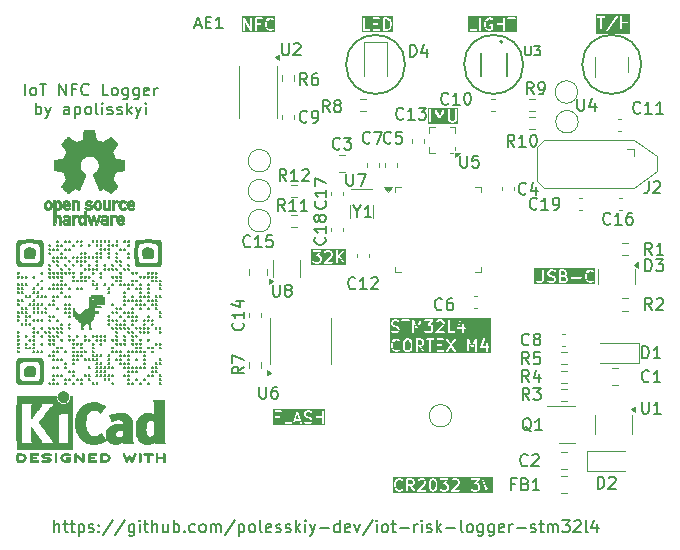
<source format=gto>
G04 #@! TF.GenerationSoftware,KiCad,Pcbnew,9.0.4*
G04 #@! TF.CreationDate,2025-11-06T01:47:32+02:00*
G04 #@! TF.ProjectId,iot-risk-logger-stm32l4,696f742d-7269-4736-9b2d-6c6f67676572,1.0.0*
G04 #@! TF.SameCoordinates,Original*
G04 #@! TF.FileFunction,Legend,Top*
G04 #@! TF.FilePolarity,Positive*
%FSLAX46Y46*%
G04 Gerber Fmt 4.6, Leading zero omitted, Abs format (unit mm)*
G04 Created by KiCad (PCBNEW 9.0.4) date 2025-11-06 01:47:32*
%MOMM*%
%LPD*%
G01*
G04 APERTURE LIST*
%ADD10C,0.150000*%
%ADD11C,0.120000*%
%ADD12C,0.010000*%
%ADD13C,0.000000*%
%ADD14C,0.127000*%
%ADD15C,0.200000*%
G04 APERTURE END LIST*
D10*
X83000000Y-25500000D02*
G75*
G02*
X78000000Y-25500000I-2500000J0D01*
G01*
X78000000Y-25500000D02*
G75*
G02*
X83000000Y-25500000I2500000J0D01*
G01*
X73000000Y-25500000D02*
G75*
G02*
X68000000Y-25500000I-2500000J0D01*
G01*
X68000000Y-25500000D02*
G75*
G02*
X73000000Y-25500000I2500000J0D01*
G01*
X63000000Y-25500000D02*
G75*
G02*
X58000000Y-25500000I-2500000J0D01*
G01*
X58000000Y-25500000D02*
G75*
G02*
X63000000Y-25500000I2500000J0D01*
G01*
G36*
X61573503Y-21715990D02*
G01*
X61647616Y-21790103D01*
X61686109Y-21867090D01*
X61729493Y-22040624D01*
X61729493Y-22165013D01*
X61686109Y-22338547D01*
X61647615Y-22415534D01*
X61573503Y-22489647D01*
X61458990Y-22527819D01*
X61308065Y-22527819D01*
X61308065Y-21677819D01*
X61458990Y-21677819D01*
X61573503Y-21715990D01*
G37*
G36*
X61990604Y-22788930D02*
G01*
X59332668Y-22788930D01*
X59332668Y-21602819D01*
X59443779Y-21602819D01*
X59443779Y-22602819D01*
X59445220Y-22617451D01*
X59456419Y-22644487D01*
X59477111Y-22665179D01*
X59504147Y-22676378D01*
X59518779Y-22677819D01*
X59994969Y-22677819D01*
X60009601Y-22676378D01*
X60036637Y-22665179D01*
X60057329Y-22644487D01*
X60068528Y-22617451D01*
X60068528Y-22588187D01*
X60057329Y-22561151D01*
X60036637Y-22540459D01*
X60009601Y-22529260D01*
X59994969Y-22527819D01*
X59593779Y-22527819D01*
X59593779Y-21602819D01*
X60253303Y-21602819D01*
X60253303Y-22602819D01*
X60254744Y-22617451D01*
X60265943Y-22644487D01*
X60286635Y-22665179D01*
X60313671Y-22676378D01*
X60328303Y-22677819D01*
X60804493Y-22677819D01*
X60819125Y-22676378D01*
X60846161Y-22665179D01*
X60866853Y-22644487D01*
X60878052Y-22617451D01*
X60878052Y-22588187D01*
X60866853Y-22561151D01*
X60846161Y-22540459D01*
X60819125Y-22529260D01*
X60804493Y-22527819D01*
X60403303Y-22527819D01*
X60403303Y-22154009D01*
X60661636Y-22154009D01*
X60676268Y-22152568D01*
X60703304Y-22141369D01*
X60723996Y-22120677D01*
X60735195Y-22093641D01*
X60735195Y-22064377D01*
X60723996Y-22037341D01*
X60703304Y-22016649D01*
X60676268Y-22005450D01*
X60661636Y-22004009D01*
X60403303Y-22004009D01*
X60403303Y-21677819D01*
X60804493Y-21677819D01*
X60819125Y-21676378D01*
X60846161Y-21665179D01*
X60866853Y-21644487D01*
X60878052Y-21617451D01*
X60878052Y-21602819D01*
X61158065Y-21602819D01*
X61158065Y-22602819D01*
X61159506Y-22617451D01*
X61170705Y-22644487D01*
X61191397Y-22665179D01*
X61218433Y-22676378D01*
X61233065Y-22677819D01*
X61471160Y-22677819D01*
X61478565Y-22677089D01*
X61480540Y-22677230D01*
X61483137Y-22676639D01*
X61485792Y-22676378D01*
X61487623Y-22675619D01*
X61494877Y-22673970D01*
X61637734Y-22626351D01*
X61651159Y-22620357D01*
X61653194Y-22618591D01*
X61655685Y-22617560D01*
X61667050Y-22608233D01*
X61762289Y-22512993D01*
X61767006Y-22507244D01*
X61768505Y-22505945D01*
X61769926Y-22503686D01*
X61771616Y-22501628D01*
X61772373Y-22499798D01*
X61776337Y-22493502D01*
X61823956Y-22398264D01*
X61824365Y-22397194D01*
X61824688Y-22396759D01*
X61826880Y-22390622D01*
X61829211Y-22384533D01*
X61829249Y-22383992D01*
X61829635Y-22382913D01*
X61877254Y-22192437D01*
X61877629Y-22189900D01*
X61878052Y-22188879D01*
X61878594Y-22183366D01*
X61879404Y-22177893D01*
X61879241Y-22176800D01*
X61879493Y-22174247D01*
X61879493Y-22031390D01*
X61879241Y-22028836D01*
X61879404Y-22027744D01*
X61878594Y-22022270D01*
X61878052Y-22016758D01*
X61877629Y-22015736D01*
X61877254Y-22013200D01*
X61829635Y-21822724D01*
X61829249Y-21821644D01*
X61829211Y-21821104D01*
X61826880Y-21815014D01*
X61824688Y-21808878D01*
X61824365Y-21808442D01*
X61823956Y-21807373D01*
X61776337Y-21712135D01*
X61772374Y-21705840D01*
X61771616Y-21704008D01*
X61769924Y-21701946D01*
X61768505Y-21699692D01*
X61767008Y-21698393D01*
X61762288Y-21692643D01*
X61667050Y-21597405D01*
X61655685Y-21588078D01*
X61653194Y-21587046D01*
X61651159Y-21585281D01*
X61637734Y-21579287D01*
X61494877Y-21531668D01*
X61487623Y-21530018D01*
X61485792Y-21529260D01*
X61483137Y-21528998D01*
X61480540Y-21528408D01*
X61478565Y-21528548D01*
X61471160Y-21527819D01*
X61233065Y-21527819D01*
X61218433Y-21529260D01*
X61191397Y-21540459D01*
X61170705Y-21561151D01*
X61159506Y-21588187D01*
X61158065Y-21602819D01*
X60878052Y-21602819D01*
X60878052Y-21588187D01*
X60866853Y-21561151D01*
X60846161Y-21540459D01*
X60819125Y-21529260D01*
X60804493Y-21527819D01*
X60328303Y-21527819D01*
X60313671Y-21529260D01*
X60286635Y-21540459D01*
X60265943Y-21561151D01*
X60254744Y-21588187D01*
X60253303Y-21602819D01*
X59593779Y-21602819D01*
X59592338Y-21588187D01*
X59581139Y-21561151D01*
X59560447Y-21540459D01*
X59533411Y-21529260D01*
X59504147Y-21529260D01*
X59477111Y-21540459D01*
X59456419Y-21561151D01*
X59445220Y-21588187D01*
X59443779Y-21602819D01*
X59332668Y-21602819D01*
X59332668Y-21416708D01*
X61990604Y-21416708D01*
X61990604Y-22788930D01*
G37*
G36*
X65474685Y-60701077D02*
G01*
X65505092Y-60731484D01*
X65543585Y-60808471D01*
X65586969Y-60982005D01*
X65586969Y-61201632D01*
X65543585Y-61375166D01*
X65505091Y-61452153D01*
X65474684Y-61482561D01*
X65406169Y-61516819D01*
X65346341Y-61516819D01*
X65277825Y-61482561D01*
X65247418Y-61452153D01*
X65208924Y-61375166D01*
X65165541Y-61201632D01*
X65165541Y-60982005D01*
X65208924Y-60808471D01*
X65247418Y-60731484D01*
X65277825Y-60701077D01*
X65346341Y-60666819D01*
X65406169Y-60666819D01*
X65474685Y-60701077D01*
G37*
G36*
X63617542Y-60701077D02*
G01*
X63647949Y-60731484D01*
X63682207Y-60800000D01*
X63682207Y-60907447D01*
X63647949Y-60975963D01*
X63617542Y-61006370D01*
X63549026Y-61040628D01*
X63260779Y-61040628D01*
X63260779Y-60666819D01*
X63549026Y-60666819D01*
X63617542Y-60701077D01*
G37*
G36*
X70418920Y-61777930D02*
G01*
X61952049Y-61777930D01*
X61952049Y-61020390D01*
X62063160Y-61020390D01*
X62063160Y-61163247D01*
X62063411Y-61165800D01*
X62063249Y-61166893D01*
X62064058Y-61172366D01*
X62064601Y-61177879D01*
X62065023Y-61178900D01*
X62065399Y-61181437D01*
X62113018Y-61371913D01*
X62113403Y-61372992D01*
X62113442Y-61373532D01*
X62115769Y-61379613D01*
X62117965Y-61385759D01*
X62118287Y-61386194D01*
X62118697Y-61387264D01*
X62166316Y-61482502D01*
X62170279Y-61488798D01*
X62171037Y-61490628D01*
X62172726Y-61492686D01*
X62174148Y-61494945D01*
X62175646Y-61496244D01*
X62180365Y-61501994D01*
X62275603Y-61597233D01*
X62286968Y-61606561D01*
X62289458Y-61607592D01*
X62291493Y-61609357D01*
X62304919Y-61615351D01*
X62447775Y-61662970D01*
X62455030Y-61664619D01*
X62456861Y-61665378D01*
X62459514Y-61665639D01*
X62462112Y-61666230D01*
X62464086Y-61666089D01*
X62471493Y-61666819D01*
X62566731Y-61666819D01*
X62574136Y-61666089D01*
X62576111Y-61666230D01*
X62578708Y-61665639D01*
X62581363Y-61665378D01*
X62583194Y-61664619D01*
X62590448Y-61662970D01*
X62733305Y-61615351D01*
X62746730Y-61609357D01*
X62748765Y-61607591D01*
X62751256Y-61606560D01*
X62762622Y-61597232D01*
X62810240Y-61549613D01*
X62819568Y-61538247D01*
X62830766Y-61511211D01*
X62830766Y-61481948D01*
X62819567Y-61454912D01*
X62798874Y-61434219D01*
X62771838Y-61423021D01*
X62742575Y-61423021D01*
X62715539Y-61434220D01*
X62704173Y-61443548D01*
X62669074Y-61478647D01*
X62554561Y-61516819D01*
X62483663Y-61516819D01*
X62369150Y-61478648D01*
X62295037Y-61404534D01*
X62256543Y-61327547D01*
X62213160Y-61154013D01*
X62213160Y-61029624D01*
X62256543Y-60856090D01*
X62295037Y-60779103D01*
X62369150Y-60704990D01*
X62483663Y-60666819D01*
X62554561Y-60666819D01*
X62669074Y-60704990D01*
X62704174Y-60740090D01*
X62715539Y-60749417D01*
X62742575Y-60760616D01*
X62771838Y-60760616D01*
X62798874Y-60749417D01*
X62819567Y-60728724D01*
X62830766Y-60701688D01*
X62830766Y-60672425D01*
X62819567Y-60645389D01*
X62810240Y-60634024D01*
X62768035Y-60591819D01*
X63110779Y-60591819D01*
X63110779Y-61591819D01*
X63112220Y-61606451D01*
X63123419Y-61633487D01*
X63144111Y-61654179D01*
X63171147Y-61665378D01*
X63200411Y-61665378D01*
X63227447Y-61654179D01*
X63248139Y-61633487D01*
X63259338Y-61606451D01*
X63260779Y-61591819D01*
X63260779Y-61190628D01*
X63384825Y-61190628D01*
X63695765Y-61634829D01*
X63705336Y-61645989D01*
X63730015Y-61661716D01*
X63758832Y-61666802D01*
X63787403Y-61660472D01*
X63811377Y-61643690D01*
X63827104Y-61619012D01*
X63832189Y-61590194D01*
X63829308Y-61577187D01*
X64016982Y-61577187D01*
X64016982Y-61606451D01*
X64028181Y-61633487D01*
X64048873Y-61654179D01*
X64075909Y-61665378D01*
X64090541Y-61666819D01*
X64709588Y-61666819D01*
X64724220Y-61665378D01*
X64751256Y-61654179D01*
X64771948Y-61633487D01*
X64783147Y-61606451D01*
X64783147Y-61577187D01*
X64771948Y-61550151D01*
X64751256Y-61529459D01*
X64724220Y-61518260D01*
X64709588Y-61516819D01*
X64271607Y-61516819D01*
X64715002Y-61073423D01*
X64724330Y-61062058D01*
X64725361Y-61059567D01*
X64727126Y-61057533D01*
X64733120Y-61044107D01*
X64756899Y-60972771D01*
X65015541Y-60972771D01*
X65015541Y-61210866D01*
X65015792Y-61213419D01*
X65015630Y-61214512D01*
X65016439Y-61219985D01*
X65016982Y-61225498D01*
X65017404Y-61226519D01*
X65017780Y-61229056D01*
X65065399Y-61419532D01*
X65065784Y-61420611D01*
X65065823Y-61421151D01*
X65068150Y-61427232D01*
X65070346Y-61433378D01*
X65070668Y-61433813D01*
X65071078Y-61434883D01*
X65118697Y-61530121D01*
X65122660Y-61536417D01*
X65123418Y-61538247D01*
X65125107Y-61540305D01*
X65126529Y-61542564D01*
X65128027Y-61543863D01*
X65132745Y-61549612D01*
X65180364Y-61597232D01*
X65186113Y-61601950D01*
X65187414Y-61603450D01*
X65189673Y-61604872D01*
X65191730Y-61606560D01*
X65193557Y-61607317D01*
X65199857Y-61611282D01*
X65295095Y-61658901D01*
X65308826Y-61664156D01*
X65311515Y-61664347D01*
X65314004Y-61665378D01*
X65328636Y-61666819D01*
X65423874Y-61666819D01*
X65438506Y-61665378D01*
X65440995Y-61664346D01*
X65443683Y-61664156D01*
X65457415Y-61658901D01*
X65552653Y-61611282D01*
X65558952Y-61607317D01*
X65560780Y-61606560D01*
X65562836Y-61604872D01*
X65565096Y-61603450D01*
X65566396Y-61601950D01*
X65572146Y-61597232D01*
X65619764Y-61549613D01*
X65624482Y-61543863D01*
X65625981Y-61542564D01*
X65627402Y-61540305D01*
X65629092Y-61538247D01*
X65629849Y-61536417D01*
X65633813Y-61530121D01*
X65681432Y-61434883D01*
X65681841Y-61433813D01*
X65682164Y-61433378D01*
X65684356Y-61427241D01*
X65686687Y-61421152D01*
X65686725Y-61420611D01*
X65687111Y-61419532D01*
X65734730Y-61229056D01*
X65735105Y-61226519D01*
X65735528Y-61225498D01*
X65736070Y-61219985D01*
X65736880Y-61214512D01*
X65736717Y-61213419D01*
X65736969Y-61210866D01*
X65736969Y-60972771D01*
X65736717Y-60970217D01*
X65736880Y-60969125D01*
X65736070Y-60963651D01*
X65735528Y-60958139D01*
X65735105Y-60957117D01*
X65734730Y-60954581D01*
X65687111Y-60764105D01*
X65686725Y-60763025D01*
X65686687Y-60762485D01*
X65684356Y-60756395D01*
X65682164Y-60750259D01*
X65681841Y-60749823D01*
X65681432Y-60748754D01*
X65633813Y-60653516D01*
X65629848Y-60647216D01*
X65629091Y-60645389D01*
X65627402Y-60643332D01*
X65625981Y-60641073D01*
X65624482Y-60639773D01*
X65619764Y-60634024D01*
X65572145Y-60586405D01*
X65566395Y-60581686D01*
X65565096Y-60580188D01*
X65562836Y-60578766D01*
X65560913Y-60577187D01*
X65921744Y-60577187D01*
X65921744Y-60606451D01*
X65932943Y-60633487D01*
X65953635Y-60654179D01*
X65980671Y-60665378D01*
X65995303Y-60666819D01*
X66449068Y-60666819D01*
X66224574Y-60923383D01*
X66220052Y-60929707D01*
X66218657Y-60931103D01*
X66218108Y-60932426D01*
X66216023Y-60935344D01*
X66212121Y-60946881D01*
X66207458Y-60958139D01*
X66207458Y-60960669D01*
X66206648Y-60963065D01*
X66207458Y-60975218D01*
X66207458Y-60987403D01*
X66208425Y-60989739D01*
X66208594Y-60992263D01*
X66213996Y-61003188D01*
X66218657Y-61014439D01*
X66220443Y-61016225D01*
X66221566Y-61018495D01*
X66230738Y-61026520D01*
X66239349Y-61035131D01*
X66241685Y-61036099D01*
X66243590Y-61037765D01*
X66255127Y-61041666D01*
X66266385Y-61046330D01*
X66269955Y-61046681D01*
X66271311Y-61047140D01*
X66273278Y-61047008D01*
X66281017Y-61047771D01*
X66406169Y-61047771D01*
X66474685Y-61082029D01*
X66505092Y-61112436D01*
X66539350Y-61180952D01*
X66539350Y-61383637D01*
X66505091Y-61452153D01*
X66474684Y-61482561D01*
X66406169Y-61516819D01*
X66155865Y-61516819D01*
X66087349Y-61482561D01*
X66048337Y-61443548D01*
X66036971Y-61434220D01*
X66009935Y-61423021D01*
X65980672Y-61423021D01*
X65953636Y-61434219D01*
X65932943Y-61454912D01*
X65921744Y-61481948D01*
X65921744Y-61511211D01*
X65932942Y-61538247D01*
X65942269Y-61549612D01*
X65989888Y-61597232D01*
X65995637Y-61601950D01*
X65996938Y-61603450D01*
X65999197Y-61604872D01*
X66001254Y-61606560D01*
X66003081Y-61607317D01*
X66009381Y-61611282D01*
X66104619Y-61658901D01*
X66118350Y-61664156D01*
X66121039Y-61664347D01*
X66123528Y-61665378D01*
X66138160Y-61666819D01*
X66423874Y-61666819D01*
X66438506Y-61665378D01*
X66440995Y-61664346D01*
X66443683Y-61664156D01*
X66457415Y-61658901D01*
X66552653Y-61611282D01*
X66558952Y-61607317D01*
X66560780Y-61606560D01*
X66562836Y-61604872D01*
X66565096Y-61603450D01*
X66566396Y-61601950D01*
X66572146Y-61597232D01*
X66592191Y-61577187D01*
X66874125Y-61577187D01*
X66874125Y-61606451D01*
X66885324Y-61633487D01*
X66906016Y-61654179D01*
X66933052Y-61665378D01*
X66947684Y-61666819D01*
X67566731Y-61666819D01*
X67581363Y-61665378D01*
X67608399Y-61654179D01*
X67629091Y-61633487D01*
X67640290Y-61606451D01*
X67640290Y-61577187D01*
X67629091Y-61550151D01*
X67608399Y-61529459D01*
X67581363Y-61518260D01*
X67566731Y-61516819D01*
X67128750Y-61516819D01*
X67572145Y-61073423D01*
X67581473Y-61062058D01*
X67582504Y-61059567D01*
X67584269Y-61057533D01*
X67590263Y-61044107D01*
X67637882Y-60901251D01*
X67639531Y-60893995D01*
X67640290Y-60892165D01*
X67640551Y-60889511D01*
X67641142Y-60886914D01*
X67641001Y-60884939D01*
X67641731Y-60877533D01*
X67641731Y-60782295D01*
X67640290Y-60767663D01*
X67639259Y-60765174D01*
X67639068Y-60762485D01*
X67633813Y-60748754D01*
X67586194Y-60653516D01*
X67582229Y-60647216D01*
X67581472Y-60645389D01*
X67579783Y-60643332D01*
X67578362Y-60641073D01*
X67576863Y-60639773D01*
X67572145Y-60634024D01*
X67524526Y-60586405D01*
X67518776Y-60581686D01*
X67517477Y-60580188D01*
X67515217Y-60578766D01*
X67513294Y-60577187D01*
X68588411Y-60577187D01*
X68588411Y-60606451D01*
X68599610Y-60633487D01*
X68620302Y-60654179D01*
X68647338Y-60665378D01*
X68661970Y-60666819D01*
X69115735Y-60666819D01*
X68891241Y-60923383D01*
X68886719Y-60929707D01*
X68885324Y-60931103D01*
X68884775Y-60932426D01*
X68882690Y-60935344D01*
X68878788Y-60946881D01*
X68874125Y-60958139D01*
X68874125Y-60960669D01*
X68873315Y-60963065D01*
X68874125Y-60975218D01*
X68874125Y-60987403D01*
X68875092Y-60989739D01*
X68875261Y-60992263D01*
X68880663Y-61003188D01*
X68885324Y-61014439D01*
X68887110Y-61016225D01*
X68888233Y-61018495D01*
X68897405Y-61026520D01*
X68906016Y-61035131D01*
X68908352Y-61036099D01*
X68910257Y-61037765D01*
X68921794Y-61041666D01*
X68933052Y-61046330D01*
X68936622Y-61046681D01*
X68937978Y-61047140D01*
X68939945Y-61047008D01*
X68947684Y-61047771D01*
X69072836Y-61047771D01*
X69141352Y-61082029D01*
X69171759Y-61112436D01*
X69206017Y-61180952D01*
X69206017Y-61383637D01*
X69171758Y-61452153D01*
X69141351Y-61482561D01*
X69072836Y-61516819D01*
X68822532Y-61516819D01*
X68754016Y-61482561D01*
X68715004Y-61443548D01*
X68703638Y-61434220D01*
X68676602Y-61423021D01*
X68647339Y-61423021D01*
X68620303Y-61434219D01*
X68599610Y-61454912D01*
X68588411Y-61481948D01*
X68588411Y-61511211D01*
X68599609Y-61538247D01*
X68608936Y-61549612D01*
X68656555Y-61597232D01*
X68662304Y-61601950D01*
X68663605Y-61603450D01*
X68665864Y-61604872D01*
X68667921Y-61606560D01*
X68669748Y-61607317D01*
X68676048Y-61611282D01*
X68771286Y-61658901D01*
X68785017Y-61664156D01*
X68787706Y-61664347D01*
X68790195Y-61665378D01*
X68804827Y-61666819D01*
X69090541Y-61666819D01*
X69105173Y-61665378D01*
X69107662Y-61664346D01*
X69110350Y-61664156D01*
X69124082Y-61658901D01*
X69219320Y-61611282D01*
X69225619Y-61607317D01*
X69227447Y-61606560D01*
X69229503Y-61604872D01*
X69231763Y-61603450D01*
X69233063Y-61601950D01*
X69238813Y-61597232D01*
X69286431Y-61549613D01*
X69291149Y-61543863D01*
X69292648Y-61542564D01*
X69294069Y-61540305D01*
X69295759Y-61538247D01*
X69296516Y-61536417D01*
X69300480Y-61530121D01*
X69348099Y-61434883D01*
X69353354Y-61421152D01*
X69353545Y-61418462D01*
X69354576Y-61415974D01*
X69356017Y-61401342D01*
X69356017Y-61163247D01*
X69354576Y-61148615D01*
X69353545Y-61146126D01*
X69353354Y-61143437D01*
X69348099Y-61129706D01*
X69300480Y-61034468D01*
X69296515Y-61028168D01*
X69295758Y-61026341D01*
X69294069Y-61024284D01*
X69292648Y-61022025D01*
X69291149Y-61020725D01*
X69286431Y-61014976D01*
X69238812Y-60967357D01*
X69233062Y-60962638D01*
X69231763Y-60961140D01*
X69229503Y-60959718D01*
X69227447Y-60958030D01*
X69225619Y-60957272D01*
X69219320Y-60953308D01*
X69124082Y-60905689D01*
X69110564Y-60900516D01*
X69337460Y-60641207D01*
X69341981Y-60634882D01*
X69343377Y-60633487D01*
X69343925Y-60632163D01*
X69346011Y-60629246D01*
X69349912Y-60617708D01*
X69354576Y-60606451D01*
X69354576Y-60603920D01*
X69355386Y-60601525D01*
X69355364Y-60601199D01*
X69492321Y-60601199D01*
X69495581Y-60615536D01*
X69828914Y-61615536D01*
X69834908Y-61628961D01*
X69838418Y-61633008D01*
X69840815Y-61637802D01*
X69847923Y-61643967D01*
X69854082Y-61651068D01*
X69858871Y-61653462D01*
X69862922Y-61656976D01*
X69871847Y-61659950D01*
X69880255Y-61664155D01*
X69885599Y-61664534D01*
X69890685Y-61666230D01*
X69900065Y-61665563D01*
X69909445Y-61666230D01*
X69914530Y-61664534D01*
X69919875Y-61664155D01*
X69928285Y-61659949D01*
X69937207Y-61656976D01*
X69941254Y-61653465D01*
X69946048Y-61651069D01*
X69952211Y-61643963D01*
X69959315Y-61637802D01*
X69961710Y-61633010D01*
X69965222Y-61628962D01*
X69971216Y-61615536D01*
X70304549Y-60615536D01*
X70307809Y-60601200D01*
X70305734Y-60572010D01*
X70292648Y-60545836D01*
X70270540Y-60526662D01*
X70242778Y-60517408D01*
X70213588Y-60519483D01*
X70187415Y-60532570D01*
X70168241Y-60554677D01*
X70162247Y-60568102D01*
X69900065Y-61354648D01*
X69637883Y-60568102D01*
X69631889Y-60554676D01*
X69612715Y-60532569D01*
X69586542Y-60519483D01*
X69557352Y-60517408D01*
X69529589Y-60526662D01*
X69507482Y-60545836D01*
X69494396Y-60572009D01*
X69492321Y-60601199D01*
X69355364Y-60601199D01*
X69354576Y-60589371D01*
X69354576Y-60577187D01*
X69353608Y-60574850D01*
X69353440Y-60572327D01*
X69348037Y-60561401D01*
X69343377Y-60550151D01*
X69341590Y-60548364D01*
X69340468Y-60546095D01*
X69331295Y-60538069D01*
X69322685Y-60529459D01*
X69320348Y-60528490D01*
X69318444Y-60526825D01*
X69306906Y-60522923D01*
X69295649Y-60518260D01*
X69292078Y-60517908D01*
X69290723Y-60517450D01*
X69288755Y-60517581D01*
X69281017Y-60516819D01*
X68661970Y-60516819D01*
X68647338Y-60518260D01*
X68620302Y-60529459D01*
X68599610Y-60550151D01*
X68588411Y-60577187D01*
X67513294Y-60577187D01*
X67513161Y-60577078D01*
X67511333Y-60576320D01*
X67505034Y-60572356D01*
X67409796Y-60524737D01*
X67396064Y-60519482D01*
X67393376Y-60519291D01*
X67390887Y-60518260D01*
X67376255Y-60516819D01*
X67138160Y-60516819D01*
X67123528Y-60518260D01*
X67121039Y-60519290D01*
X67118350Y-60519482D01*
X67104619Y-60524737D01*
X67009381Y-60572356D01*
X67003081Y-60576320D01*
X67001254Y-60577078D01*
X66999197Y-60578766D01*
X66996938Y-60580188D01*
X66995638Y-60581686D01*
X66989889Y-60586405D01*
X66942270Y-60634024D01*
X66932943Y-60645389D01*
X66921744Y-60672426D01*
X66921744Y-60701688D01*
X66932943Y-60728725D01*
X66953635Y-60749417D01*
X66980672Y-60760616D01*
X67009934Y-60760616D01*
X67036971Y-60749417D01*
X67048336Y-60740090D01*
X67087349Y-60701077D01*
X67155865Y-60666819D01*
X67358550Y-60666819D01*
X67427066Y-60701077D01*
X67457473Y-60731484D01*
X67491731Y-60800000D01*
X67491731Y-60865363D01*
X67453559Y-60979876D01*
X66894651Y-61538786D01*
X66885324Y-61550151D01*
X66874125Y-61577187D01*
X66592191Y-61577187D01*
X66619764Y-61549613D01*
X66624482Y-61543863D01*
X66625981Y-61542564D01*
X66627402Y-61540305D01*
X66629092Y-61538247D01*
X66629849Y-61536417D01*
X66633813Y-61530121D01*
X66681432Y-61434883D01*
X66686687Y-61421152D01*
X66686878Y-61418462D01*
X66687909Y-61415974D01*
X66689350Y-61401342D01*
X66689350Y-61163247D01*
X66687909Y-61148615D01*
X66686878Y-61146126D01*
X66686687Y-61143437D01*
X66681432Y-61129706D01*
X66633813Y-61034468D01*
X66629848Y-61028168D01*
X66629091Y-61026341D01*
X66627402Y-61024284D01*
X66625981Y-61022025D01*
X66624482Y-61020725D01*
X66619764Y-61014976D01*
X66572145Y-60967357D01*
X66566395Y-60962638D01*
X66565096Y-60961140D01*
X66562836Y-60959718D01*
X66560780Y-60958030D01*
X66558952Y-60957272D01*
X66552653Y-60953308D01*
X66457415Y-60905689D01*
X66443897Y-60900516D01*
X66670793Y-60641207D01*
X66675314Y-60634882D01*
X66676710Y-60633487D01*
X66677258Y-60632163D01*
X66679344Y-60629246D01*
X66683245Y-60617708D01*
X66687909Y-60606451D01*
X66687909Y-60603920D01*
X66688719Y-60601525D01*
X66687909Y-60589371D01*
X66687909Y-60577187D01*
X66686941Y-60574850D01*
X66686773Y-60572327D01*
X66681370Y-60561401D01*
X66676710Y-60550151D01*
X66674923Y-60548364D01*
X66673801Y-60546095D01*
X66664628Y-60538069D01*
X66656018Y-60529459D01*
X66653681Y-60528490D01*
X66651777Y-60526825D01*
X66640239Y-60522923D01*
X66628982Y-60518260D01*
X66625411Y-60517908D01*
X66624056Y-60517450D01*
X66622088Y-60517581D01*
X66614350Y-60516819D01*
X65995303Y-60516819D01*
X65980671Y-60518260D01*
X65953635Y-60529459D01*
X65932943Y-60550151D01*
X65921744Y-60577187D01*
X65560913Y-60577187D01*
X65560780Y-60577078D01*
X65558952Y-60576320D01*
X65552653Y-60572356D01*
X65457415Y-60524737D01*
X65443683Y-60519482D01*
X65440995Y-60519291D01*
X65438506Y-60518260D01*
X65423874Y-60516819D01*
X65328636Y-60516819D01*
X65314004Y-60518260D01*
X65311515Y-60519290D01*
X65308826Y-60519482D01*
X65295095Y-60524737D01*
X65199857Y-60572356D01*
X65193557Y-60576320D01*
X65191730Y-60577078D01*
X65189673Y-60578766D01*
X65187414Y-60580188D01*
X65186114Y-60581686D01*
X65180365Y-60586405D01*
X65132746Y-60634024D01*
X65128027Y-60639773D01*
X65126529Y-60641073D01*
X65125107Y-60643332D01*
X65123419Y-60645389D01*
X65122661Y-60647216D01*
X65118697Y-60653516D01*
X65071078Y-60748754D01*
X65070668Y-60749823D01*
X65070346Y-60750259D01*
X65068150Y-60756404D01*
X65065823Y-60762486D01*
X65065784Y-60763025D01*
X65065399Y-60764105D01*
X65017780Y-60954581D01*
X65017404Y-60957117D01*
X65016982Y-60958139D01*
X65016439Y-60963651D01*
X65015630Y-60969125D01*
X65015792Y-60970217D01*
X65015541Y-60972771D01*
X64756899Y-60972771D01*
X64780739Y-60901251D01*
X64782388Y-60893995D01*
X64783147Y-60892165D01*
X64783408Y-60889511D01*
X64783999Y-60886914D01*
X64783858Y-60884939D01*
X64784588Y-60877533D01*
X64784588Y-60782295D01*
X64783147Y-60767663D01*
X64782116Y-60765174D01*
X64781925Y-60762485D01*
X64776670Y-60748754D01*
X64729051Y-60653516D01*
X64725086Y-60647216D01*
X64724329Y-60645389D01*
X64722640Y-60643332D01*
X64721219Y-60641073D01*
X64719720Y-60639773D01*
X64715002Y-60634024D01*
X64667383Y-60586405D01*
X64661633Y-60581686D01*
X64660334Y-60580188D01*
X64658074Y-60578766D01*
X64656018Y-60577078D01*
X64654190Y-60576320D01*
X64647891Y-60572356D01*
X64552653Y-60524737D01*
X64538921Y-60519482D01*
X64536233Y-60519291D01*
X64533744Y-60518260D01*
X64519112Y-60516819D01*
X64281017Y-60516819D01*
X64266385Y-60518260D01*
X64263896Y-60519290D01*
X64261207Y-60519482D01*
X64247476Y-60524737D01*
X64152238Y-60572356D01*
X64145938Y-60576320D01*
X64144111Y-60577078D01*
X64142054Y-60578766D01*
X64139795Y-60580188D01*
X64138495Y-60581686D01*
X64132746Y-60586405D01*
X64085127Y-60634024D01*
X64075800Y-60645389D01*
X64064601Y-60672426D01*
X64064601Y-60701688D01*
X64075800Y-60728725D01*
X64096492Y-60749417D01*
X64123529Y-60760616D01*
X64152791Y-60760616D01*
X64179828Y-60749417D01*
X64191193Y-60740090D01*
X64230206Y-60701077D01*
X64298722Y-60666819D01*
X64501407Y-60666819D01*
X64569923Y-60701077D01*
X64600330Y-60731484D01*
X64634588Y-60800000D01*
X64634588Y-60865363D01*
X64596416Y-60979876D01*
X64037508Y-61538786D01*
X64028181Y-61550151D01*
X64016982Y-61577187D01*
X63829308Y-61577187D01*
X63825860Y-61561623D01*
X63818650Y-61548810D01*
X63567846Y-61190518D01*
X63581363Y-61189187D01*
X63583852Y-61188155D01*
X63586540Y-61187965D01*
X63600272Y-61182710D01*
X63695510Y-61135091D01*
X63701809Y-61131126D01*
X63703637Y-61130369D01*
X63705693Y-61128680D01*
X63707953Y-61127259D01*
X63709252Y-61125760D01*
X63715002Y-61121042D01*
X63762621Y-61073423D01*
X63767339Y-61067673D01*
X63768838Y-61066374D01*
X63770259Y-61064114D01*
X63771948Y-61062058D01*
X63772705Y-61060230D01*
X63776670Y-61053931D01*
X63824289Y-60958693D01*
X63829544Y-60944962D01*
X63829735Y-60942272D01*
X63830766Y-60939784D01*
X63832207Y-60925152D01*
X63832207Y-60782295D01*
X63830766Y-60767663D01*
X63829735Y-60765174D01*
X63829544Y-60762485D01*
X63824289Y-60748754D01*
X63776670Y-60653516D01*
X63772705Y-60647216D01*
X63771948Y-60645389D01*
X63770259Y-60643332D01*
X63768838Y-60641073D01*
X63767339Y-60639773D01*
X63762621Y-60634024D01*
X63715002Y-60586405D01*
X63709252Y-60581686D01*
X63707953Y-60580188D01*
X63705693Y-60578766D01*
X63703637Y-60577078D01*
X63701809Y-60576320D01*
X63695510Y-60572356D01*
X63600272Y-60524737D01*
X63586540Y-60519482D01*
X63583852Y-60519291D01*
X63581363Y-60518260D01*
X63566731Y-60516819D01*
X63185779Y-60516819D01*
X63171147Y-60518260D01*
X63144111Y-60529459D01*
X63123419Y-60550151D01*
X63112220Y-60577187D01*
X63110779Y-60591819D01*
X62768035Y-60591819D01*
X62762621Y-60586405D01*
X62751256Y-60577078D01*
X62748765Y-60576046D01*
X62746730Y-60574281D01*
X62733305Y-60568287D01*
X62590448Y-60520668D01*
X62583194Y-60519018D01*
X62581363Y-60518260D01*
X62578708Y-60517998D01*
X62576111Y-60517408D01*
X62574136Y-60517548D01*
X62566731Y-60516819D01*
X62471493Y-60516819D01*
X62464086Y-60517548D01*
X62462112Y-60517408D01*
X62459514Y-60517998D01*
X62456861Y-60518260D01*
X62455030Y-60519018D01*
X62447775Y-60520668D01*
X62304919Y-60568287D01*
X62291493Y-60574281D01*
X62289458Y-60576045D01*
X62286968Y-60577077D01*
X62275603Y-60586405D01*
X62180365Y-60681643D01*
X62175646Y-60687392D01*
X62174148Y-60688692D01*
X62172726Y-60690951D01*
X62171038Y-60693008D01*
X62170280Y-60694835D01*
X62166316Y-60701135D01*
X62118697Y-60796373D01*
X62118287Y-60797442D01*
X62117965Y-60797878D01*
X62115769Y-60804023D01*
X62113442Y-60810105D01*
X62113403Y-60810644D01*
X62113018Y-60811724D01*
X62065399Y-61002200D01*
X62065023Y-61004736D01*
X62064601Y-61005758D01*
X62064058Y-61011270D01*
X62063249Y-61016744D01*
X62063411Y-61017836D01*
X62063160Y-61020390D01*
X61952049Y-61020390D01*
X61952049Y-60405708D01*
X70418920Y-60405708D01*
X70418920Y-61777930D01*
G37*
X33305979Y-65097019D02*
X33305979Y-64097019D01*
X33734550Y-65097019D02*
X33734550Y-64573209D01*
X33734550Y-64573209D02*
X33686931Y-64477971D01*
X33686931Y-64477971D02*
X33591693Y-64430352D01*
X33591693Y-64430352D02*
X33448836Y-64430352D01*
X33448836Y-64430352D02*
X33353598Y-64477971D01*
X33353598Y-64477971D02*
X33305979Y-64525590D01*
X34067884Y-64430352D02*
X34448836Y-64430352D01*
X34210741Y-64097019D02*
X34210741Y-64954161D01*
X34210741Y-64954161D02*
X34258360Y-65049400D01*
X34258360Y-65049400D02*
X34353598Y-65097019D01*
X34353598Y-65097019D02*
X34448836Y-65097019D01*
X34639313Y-64430352D02*
X35020265Y-64430352D01*
X34782170Y-64097019D02*
X34782170Y-64954161D01*
X34782170Y-64954161D02*
X34829789Y-65049400D01*
X34829789Y-65049400D02*
X34925027Y-65097019D01*
X34925027Y-65097019D02*
X35020265Y-65097019D01*
X35353599Y-64430352D02*
X35353599Y-65430352D01*
X35353599Y-64477971D02*
X35448837Y-64430352D01*
X35448837Y-64430352D02*
X35639313Y-64430352D01*
X35639313Y-64430352D02*
X35734551Y-64477971D01*
X35734551Y-64477971D02*
X35782170Y-64525590D01*
X35782170Y-64525590D02*
X35829789Y-64620828D01*
X35829789Y-64620828D02*
X35829789Y-64906542D01*
X35829789Y-64906542D02*
X35782170Y-65001780D01*
X35782170Y-65001780D02*
X35734551Y-65049400D01*
X35734551Y-65049400D02*
X35639313Y-65097019D01*
X35639313Y-65097019D02*
X35448837Y-65097019D01*
X35448837Y-65097019D02*
X35353599Y-65049400D01*
X36210742Y-65049400D02*
X36305980Y-65097019D01*
X36305980Y-65097019D02*
X36496456Y-65097019D01*
X36496456Y-65097019D02*
X36591694Y-65049400D01*
X36591694Y-65049400D02*
X36639313Y-64954161D01*
X36639313Y-64954161D02*
X36639313Y-64906542D01*
X36639313Y-64906542D02*
X36591694Y-64811304D01*
X36591694Y-64811304D02*
X36496456Y-64763685D01*
X36496456Y-64763685D02*
X36353599Y-64763685D01*
X36353599Y-64763685D02*
X36258361Y-64716066D01*
X36258361Y-64716066D02*
X36210742Y-64620828D01*
X36210742Y-64620828D02*
X36210742Y-64573209D01*
X36210742Y-64573209D02*
X36258361Y-64477971D01*
X36258361Y-64477971D02*
X36353599Y-64430352D01*
X36353599Y-64430352D02*
X36496456Y-64430352D01*
X36496456Y-64430352D02*
X36591694Y-64477971D01*
X37067885Y-65001780D02*
X37115504Y-65049400D01*
X37115504Y-65049400D02*
X37067885Y-65097019D01*
X37067885Y-65097019D02*
X37020266Y-65049400D01*
X37020266Y-65049400D02*
X37067885Y-65001780D01*
X37067885Y-65001780D02*
X37067885Y-65097019D01*
X37067885Y-64477971D02*
X37115504Y-64525590D01*
X37115504Y-64525590D02*
X37067885Y-64573209D01*
X37067885Y-64573209D02*
X37020266Y-64525590D01*
X37020266Y-64525590D02*
X37067885Y-64477971D01*
X37067885Y-64477971D02*
X37067885Y-64573209D01*
X38258360Y-64049400D02*
X37401218Y-65335114D01*
X39305979Y-64049400D02*
X38448837Y-65335114D01*
X40067884Y-64430352D02*
X40067884Y-65239876D01*
X40067884Y-65239876D02*
X40020265Y-65335114D01*
X40020265Y-65335114D02*
X39972646Y-65382733D01*
X39972646Y-65382733D02*
X39877408Y-65430352D01*
X39877408Y-65430352D02*
X39734551Y-65430352D01*
X39734551Y-65430352D02*
X39639313Y-65382733D01*
X40067884Y-65049400D02*
X39972646Y-65097019D01*
X39972646Y-65097019D02*
X39782170Y-65097019D01*
X39782170Y-65097019D02*
X39686932Y-65049400D01*
X39686932Y-65049400D02*
X39639313Y-65001780D01*
X39639313Y-65001780D02*
X39591694Y-64906542D01*
X39591694Y-64906542D02*
X39591694Y-64620828D01*
X39591694Y-64620828D02*
X39639313Y-64525590D01*
X39639313Y-64525590D02*
X39686932Y-64477971D01*
X39686932Y-64477971D02*
X39782170Y-64430352D01*
X39782170Y-64430352D02*
X39972646Y-64430352D01*
X39972646Y-64430352D02*
X40067884Y-64477971D01*
X40544075Y-65097019D02*
X40544075Y-64430352D01*
X40544075Y-64097019D02*
X40496456Y-64144638D01*
X40496456Y-64144638D02*
X40544075Y-64192257D01*
X40544075Y-64192257D02*
X40591694Y-64144638D01*
X40591694Y-64144638D02*
X40544075Y-64097019D01*
X40544075Y-64097019D02*
X40544075Y-64192257D01*
X40877408Y-64430352D02*
X41258360Y-64430352D01*
X41020265Y-64097019D02*
X41020265Y-64954161D01*
X41020265Y-64954161D02*
X41067884Y-65049400D01*
X41067884Y-65049400D02*
X41163122Y-65097019D01*
X41163122Y-65097019D02*
X41258360Y-65097019D01*
X41591694Y-65097019D02*
X41591694Y-64097019D01*
X42020265Y-65097019D02*
X42020265Y-64573209D01*
X42020265Y-64573209D02*
X41972646Y-64477971D01*
X41972646Y-64477971D02*
X41877408Y-64430352D01*
X41877408Y-64430352D02*
X41734551Y-64430352D01*
X41734551Y-64430352D02*
X41639313Y-64477971D01*
X41639313Y-64477971D02*
X41591694Y-64525590D01*
X42925027Y-64430352D02*
X42925027Y-65097019D01*
X42496456Y-64430352D02*
X42496456Y-64954161D01*
X42496456Y-64954161D02*
X42544075Y-65049400D01*
X42544075Y-65049400D02*
X42639313Y-65097019D01*
X42639313Y-65097019D02*
X42782170Y-65097019D01*
X42782170Y-65097019D02*
X42877408Y-65049400D01*
X42877408Y-65049400D02*
X42925027Y-65001780D01*
X43401218Y-65097019D02*
X43401218Y-64097019D01*
X43401218Y-64477971D02*
X43496456Y-64430352D01*
X43496456Y-64430352D02*
X43686932Y-64430352D01*
X43686932Y-64430352D02*
X43782170Y-64477971D01*
X43782170Y-64477971D02*
X43829789Y-64525590D01*
X43829789Y-64525590D02*
X43877408Y-64620828D01*
X43877408Y-64620828D02*
X43877408Y-64906542D01*
X43877408Y-64906542D02*
X43829789Y-65001780D01*
X43829789Y-65001780D02*
X43782170Y-65049400D01*
X43782170Y-65049400D02*
X43686932Y-65097019D01*
X43686932Y-65097019D02*
X43496456Y-65097019D01*
X43496456Y-65097019D02*
X43401218Y-65049400D01*
X44305980Y-65001780D02*
X44353599Y-65049400D01*
X44353599Y-65049400D02*
X44305980Y-65097019D01*
X44305980Y-65097019D02*
X44258361Y-65049400D01*
X44258361Y-65049400D02*
X44305980Y-65001780D01*
X44305980Y-65001780D02*
X44305980Y-65097019D01*
X45210741Y-65049400D02*
X45115503Y-65097019D01*
X45115503Y-65097019D02*
X44925027Y-65097019D01*
X44925027Y-65097019D02*
X44829789Y-65049400D01*
X44829789Y-65049400D02*
X44782170Y-65001780D01*
X44782170Y-65001780D02*
X44734551Y-64906542D01*
X44734551Y-64906542D02*
X44734551Y-64620828D01*
X44734551Y-64620828D02*
X44782170Y-64525590D01*
X44782170Y-64525590D02*
X44829789Y-64477971D01*
X44829789Y-64477971D02*
X44925027Y-64430352D01*
X44925027Y-64430352D02*
X45115503Y-64430352D01*
X45115503Y-64430352D02*
X45210741Y-64477971D01*
X45782170Y-65097019D02*
X45686932Y-65049400D01*
X45686932Y-65049400D02*
X45639313Y-65001780D01*
X45639313Y-65001780D02*
X45591694Y-64906542D01*
X45591694Y-64906542D02*
X45591694Y-64620828D01*
X45591694Y-64620828D02*
X45639313Y-64525590D01*
X45639313Y-64525590D02*
X45686932Y-64477971D01*
X45686932Y-64477971D02*
X45782170Y-64430352D01*
X45782170Y-64430352D02*
X45925027Y-64430352D01*
X45925027Y-64430352D02*
X46020265Y-64477971D01*
X46020265Y-64477971D02*
X46067884Y-64525590D01*
X46067884Y-64525590D02*
X46115503Y-64620828D01*
X46115503Y-64620828D02*
X46115503Y-64906542D01*
X46115503Y-64906542D02*
X46067884Y-65001780D01*
X46067884Y-65001780D02*
X46020265Y-65049400D01*
X46020265Y-65049400D02*
X45925027Y-65097019D01*
X45925027Y-65097019D02*
X45782170Y-65097019D01*
X46544075Y-65097019D02*
X46544075Y-64430352D01*
X46544075Y-64525590D02*
X46591694Y-64477971D01*
X46591694Y-64477971D02*
X46686932Y-64430352D01*
X46686932Y-64430352D02*
X46829789Y-64430352D01*
X46829789Y-64430352D02*
X46925027Y-64477971D01*
X46925027Y-64477971D02*
X46972646Y-64573209D01*
X46972646Y-64573209D02*
X46972646Y-65097019D01*
X46972646Y-64573209D02*
X47020265Y-64477971D01*
X47020265Y-64477971D02*
X47115503Y-64430352D01*
X47115503Y-64430352D02*
X47258360Y-64430352D01*
X47258360Y-64430352D02*
X47353599Y-64477971D01*
X47353599Y-64477971D02*
X47401218Y-64573209D01*
X47401218Y-64573209D02*
X47401218Y-65097019D01*
X48591693Y-64049400D02*
X47734551Y-65335114D01*
X48925027Y-64430352D02*
X48925027Y-65430352D01*
X48925027Y-64477971D02*
X49020265Y-64430352D01*
X49020265Y-64430352D02*
X49210741Y-64430352D01*
X49210741Y-64430352D02*
X49305979Y-64477971D01*
X49305979Y-64477971D02*
X49353598Y-64525590D01*
X49353598Y-64525590D02*
X49401217Y-64620828D01*
X49401217Y-64620828D02*
X49401217Y-64906542D01*
X49401217Y-64906542D02*
X49353598Y-65001780D01*
X49353598Y-65001780D02*
X49305979Y-65049400D01*
X49305979Y-65049400D02*
X49210741Y-65097019D01*
X49210741Y-65097019D02*
X49020265Y-65097019D01*
X49020265Y-65097019D02*
X48925027Y-65049400D01*
X49972646Y-65097019D02*
X49877408Y-65049400D01*
X49877408Y-65049400D02*
X49829789Y-65001780D01*
X49829789Y-65001780D02*
X49782170Y-64906542D01*
X49782170Y-64906542D02*
X49782170Y-64620828D01*
X49782170Y-64620828D02*
X49829789Y-64525590D01*
X49829789Y-64525590D02*
X49877408Y-64477971D01*
X49877408Y-64477971D02*
X49972646Y-64430352D01*
X49972646Y-64430352D02*
X50115503Y-64430352D01*
X50115503Y-64430352D02*
X50210741Y-64477971D01*
X50210741Y-64477971D02*
X50258360Y-64525590D01*
X50258360Y-64525590D02*
X50305979Y-64620828D01*
X50305979Y-64620828D02*
X50305979Y-64906542D01*
X50305979Y-64906542D02*
X50258360Y-65001780D01*
X50258360Y-65001780D02*
X50210741Y-65049400D01*
X50210741Y-65049400D02*
X50115503Y-65097019D01*
X50115503Y-65097019D02*
X49972646Y-65097019D01*
X50877408Y-65097019D02*
X50782170Y-65049400D01*
X50782170Y-65049400D02*
X50734551Y-64954161D01*
X50734551Y-64954161D02*
X50734551Y-64097019D01*
X51639313Y-65049400D02*
X51544075Y-65097019D01*
X51544075Y-65097019D02*
X51353599Y-65097019D01*
X51353599Y-65097019D02*
X51258361Y-65049400D01*
X51258361Y-65049400D02*
X51210742Y-64954161D01*
X51210742Y-64954161D02*
X51210742Y-64573209D01*
X51210742Y-64573209D02*
X51258361Y-64477971D01*
X51258361Y-64477971D02*
X51353599Y-64430352D01*
X51353599Y-64430352D02*
X51544075Y-64430352D01*
X51544075Y-64430352D02*
X51639313Y-64477971D01*
X51639313Y-64477971D02*
X51686932Y-64573209D01*
X51686932Y-64573209D02*
X51686932Y-64668447D01*
X51686932Y-64668447D02*
X51210742Y-64763685D01*
X52067885Y-65049400D02*
X52163123Y-65097019D01*
X52163123Y-65097019D02*
X52353599Y-65097019D01*
X52353599Y-65097019D02*
X52448837Y-65049400D01*
X52448837Y-65049400D02*
X52496456Y-64954161D01*
X52496456Y-64954161D02*
X52496456Y-64906542D01*
X52496456Y-64906542D02*
X52448837Y-64811304D01*
X52448837Y-64811304D02*
X52353599Y-64763685D01*
X52353599Y-64763685D02*
X52210742Y-64763685D01*
X52210742Y-64763685D02*
X52115504Y-64716066D01*
X52115504Y-64716066D02*
X52067885Y-64620828D01*
X52067885Y-64620828D02*
X52067885Y-64573209D01*
X52067885Y-64573209D02*
X52115504Y-64477971D01*
X52115504Y-64477971D02*
X52210742Y-64430352D01*
X52210742Y-64430352D02*
X52353599Y-64430352D01*
X52353599Y-64430352D02*
X52448837Y-64477971D01*
X52877409Y-65049400D02*
X52972647Y-65097019D01*
X52972647Y-65097019D02*
X53163123Y-65097019D01*
X53163123Y-65097019D02*
X53258361Y-65049400D01*
X53258361Y-65049400D02*
X53305980Y-64954161D01*
X53305980Y-64954161D02*
X53305980Y-64906542D01*
X53305980Y-64906542D02*
X53258361Y-64811304D01*
X53258361Y-64811304D02*
X53163123Y-64763685D01*
X53163123Y-64763685D02*
X53020266Y-64763685D01*
X53020266Y-64763685D02*
X52925028Y-64716066D01*
X52925028Y-64716066D02*
X52877409Y-64620828D01*
X52877409Y-64620828D02*
X52877409Y-64573209D01*
X52877409Y-64573209D02*
X52925028Y-64477971D01*
X52925028Y-64477971D02*
X53020266Y-64430352D01*
X53020266Y-64430352D02*
X53163123Y-64430352D01*
X53163123Y-64430352D02*
X53258361Y-64477971D01*
X53734552Y-65097019D02*
X53734552Y-64097019D01*
X53829790Y-64716066D02*
X54115504Y-65097019D01*
X54115504Y-64430352D02*
X53734552Y-64811304D01*
X54544076Y-65097019D02*
X54544076Y-64430352D01*
X54544076Y-64097019D02*
X54496457Y-64144638D01*
X54496457Y-64144638D02*
X54544076Y-64192257D01*
X54544076Y-64192257D02*
X54591695Y-64144638D01*
X54591695Y-64144638D02*
X54544076Y-64097019D01*
X54544076Y-64097019D02*
X54544076Y-64192257D01*
X54925028Y-64430352D02*
X55163123Y-65097019D01*
X55401218Y-64430352D02*
X55163123Y-65097019D01*
X55163123Y-65097019D02*
X55067885Y-65335114D01*
X55067885Y-65335114D02*
X55020266Y-65382733D01*
X55020266Y-65382733D02*
X54925028Y-65430352D01*
X55782171Y-64716066D02*
X56544076Y-64716066D01*
X57448837Y-65097019D02*
X57448837Y-64097019D01*
X57448837Y-65049400D02*
X57353599Y-65097019D01*
X57353599Y-65097019D02*
X57163123Y-65097019D01*
X57163123Y-65097019D02*
X57067885Y-65049400D01*
X57067885Y-65049400D02*
X57020266Y-65001780D01*
X57020266Y-65001780D02*
X56972647Y-64906542D01*
X56972647Y-64906542D02*
X56972647Y-64620828D01*
X56972647Y-64620828D02*
X57020266Y-64525590D01*
X57020266Y-64525590D02*
X57067885Y-64477971D01*
X57067885Y-64477971D02*
X57163123Y-64430352D01*
X57163123Y-64430352D02*
X57353599Y-64430352D01*
X57353599Y-64430352D02*
X57448837Y-64477971D01*
X58305980Y-65049400D02*
X58210742Y-65097019D01*
X58210742Y-65097019D02*
X58020266Y-65097019D01*
X58020266Y-65097019D02*
X57925028Y-65049400D01*
X57925028Y-65049400D02*
X57877409Y-64954161D01*
X57877409Y-64954161D02*
X57877409Y-64573209D01*
X57877409Y-64573209D02*
X57925028Y-64477971D01*
X57925028Y-64477971D02*
X58020266Y-64430352D01*
X58020266Y-64430352D02*
X58210742Y-64430352D01*
X58210742Y-64430352D02*
X58305980Y-64477971D01*
X58305980Y-64477971D02*
X58353599Y-64573209D01*
X58353599Y-64573209D02*
X58353599Y-64668447D01*
X58353599Y-64668447D02*
X57877409Y-64763685D01*
X58686933Y-64430352D02*
X58925028Y-65097019D01*
X58925028Y-65097019D02*
X59163123Y-64430352D01*
X60258361Y-64049400D02*
X59401219Y-65335114D01*
X60591695Y-65097019D02*
X60591695Y-64430352D01*
X60591695Y-64097019D02*
X60544076Y-64144638D01*
X60544076Y-64144638D02*
X60591695Y-64192257D01*
X60591695Y-64192257D02*
X60639314Y-64144638D01*
X60639314Y-64144638D02*
X60591695Y-64097019D01*
X60591695Y-64097019D02*
X60591695Y-64192257D01*
X61210742Y-65097019D02*
X61115504Y-65049400D01*
X61115504Y-65049400D02*
X61067885Y-65001780D01*
X61067885Y-65001780D02*
X61020266Y-64906542D01*
X61020266Y-64906542D02*
X61020266Y-64620828D01*
X61020266Y-64620828D02*
X61067885Y-64525590D01*
X61067885Y-64525590D02*
X61115504Y-64477971D01*
X61115504Y-64477971D02*
X61210742Y-64430352D01*
X61210742Y-64430352D02*
X61353599Y-64430352D01*
X61353599Y-64430352D02*
X61448837Y-64477971D01*
X61448837Y-64477971D02*
X61496456Y-64525590D01*
X61496456Y-64525590D02*
X61544075Y-64620828D01*
X61544075Y-64620828D02*
X61544075Y-64906542D01*
X61544075Y-64906542D02*
X61496456Y-65001780D01*
X61496456Y-65001780D02*
X61448837Y-65049400D01*
X61448837Y-65049400D02*
X61353599Y-65097019D01*
X61353599Y-65097019D02*
X61210742Y-65097019D01*
X61829790Y-64430352D02*
X62210742Y-64430352D01*
X61972647Y-64097019D02*
X61972647Y-64954161D01*
X61972647Y-64954161D02*
X62020266Y-65049400D01*
X62020266Y-65049400D02*
X62115504Y-65097019D01*
X62115504Y-65097019D02*
X62210742Y-65097019D01*
X62544076Y-64716066D02*
X63305981Y-64716066D01*
X63782171Y-65097019D02*
X63782171Y-64430352D01*
X63782171Y-64620828D02*
X63829790Y-64525590D01*
X63829790Y-64525590D02*
X63877409Y-64477971D01*
X63877409Y-64477971D02*
X63972647Y-64430352D01*
X63972647Y-64430352D02*
X64067885Y-64430352D01*
X64401219Y-65097019D02*
X64401219Y-64430352D01*
X64401219Y-64097019D02*
X64353600Y-64144638D01*
X64353600Y-64144638D02*
X64401219Y-64192257D01*
X64401219Y-64192257D02*
X64448838Y-64144638D01*
X64448838Y-64144638D02*
X64401219Y-64097019D01*
X64401219Y-64097019D02*
X64401219Y-64192257D01*
X64829790Y-65049400D02*
X64925028Y-65097019D01*
X64925028Y-65097019D02*
X65115504Y-65097019D01*
X65115504Y-65097019D02*
X65210742Y-65049400D01*
X65210742Y-65049400D02*
X65258361Y-64954161D01*
X65258361Y-64954161D02*
X65258361Y-64906542D01*
X65258361Y-64906542D02*
X65210742Y-64811304D01*
X65210742Y-64811304D02*
X65115504Y-64763685D01*
X65115504Y-64763685D02*
X64972647Y-64763685D01*
X64972647Y-64763685D02*
X64877409Y-64716066D01*
X64877409Y-64716066D02*
X64829790Y-64620828D01*
X64829790Y-64620828D02*
X64829790Y-64573209D01*
X64829790Y-64573209D02*
X64877409Y-64477971D01*
X64877409Y-64477971D02*
X64972647Y-64430352D01*
X64972647Y-64430352D02*
X65115504Y-64430352D01*
X65115504Y-64430352D02*
X65210742Y-64477971D01*
X65686933Y-65097019D02*
X65686933Y-64097019D01*
X65782171Y-64716066D02*
X66067885Y-65097019D01*
X66067885Y-64430352D02*
X65686933Y-64811304D01*
X66496457Y-64716066D02*
X67258362Y-64716066D01*
X67877409Y-65097019D02*
X67782171Y-65049400D01*
X67782171Y-65049400D02*
X67734552Y-64954161D01*
X67734552Y-64954161D02*
X67734552Y-64097019D01*
X68401219Y-65097019D02*
X68305981Y-65049400D01*
X68305981Y-65049400D02*
X68258362Y-65001780D01*
X68258362Y-65001780D02*
X68210743Y-64906542D01*
X68210743Y-64906542D02*
X68210743Y-64620828D01*
X68210743Y-64620828D02*
X68258362Y-64525590D01*
X68258362Y-64525590D02*
X68305981Y-64477971D01*
X68305981Y-64477971D02*
X68401219Y-64430352D01*
X68401219Y-64430352D02*
X68544076Y-64430352D01*
X68544076Y-64430352D02*
X68639314Y-64477971D01*
X68639314Y-64477971D02*
X68686933Y-64525590D01*
X68686933Y-64525590D02*
X68734552Y-64620828D01*
X68734552Y-64620828D02*
X68734552Y-64906542D01*
X68734552Y-64906542D02*
X68686933Y-65001780D01*
X68686933Y-65001780D02*
X68639314Y-65049400D01*
X68639314Y-65049400D02*
X68544076Y-65097019D01*
X68544076Y-65097019D02*
X68401219Y-65097019D01*
X69591695Y-64430352D02*
X69591695Y-65239876D01*
X69591695Y-65239876D02*
X69544076Y-65335114D01*
X69544076Y-65335114D02*
X69496457Y-65382733D01*
X69496457Y-65382733D02*
X69401219Y-65430352D01*
X69401219Y-65430352D02*
X69258362Y-65430352D01*
X69258362Y-65430352D02*
X69163124Y-65382733D01*
X69591695Y-65049400D02*
X69496457Y-65097019D01*
X69496457Y-65097019D02*
X69305981Y-65097019D01*
X69305981Y-65097019D02*
X69210743Y-65049400D01*
X69210743Y-65049400D02*
X69163124Y-65001780D01*
X69163124Y-65001780D02*
X69115505Y-64906542D01*
X69115505Y-64906542D02*
X69115505Y-64620828D01*
X69115505Y-64620828D02*
X69163124Y-64525590D01*
X69163124Y-64525590D02*
X69210743Y-64477971D01*
X69210743Y-64477971D02*
X69305981Y-64430352D01*
X69305981Y-64430352D02*
X69496457Y-64430352D01*
X69496457Y-64430352D02*
X69591695Y-64477971D01*
X70496457Y-64430352D02*
X70496457Y-65239876D01*
X70496457Y-65239876D02*
X70448838Y-65335114D01*
X70448838Y-65335114D02*
X70401219Y-65382733D01*
X70401219Y-65382733D02*
X70305981Y-65430352D01*
X70305981Y-65430352D02*
X70163124Y-65430352D01*
X70163124Y-65430352D02*
X70067886Y-65382733D01*
X70496457Y-65049400D02*
X70401219Y-65097019D01*
X70401219Y-65097019D02*
X70210743Y-65097019D01*
X70210743Y-65097019D02*
X70115505Y-65049400D01*
X70115505Y-65049400D02*
X70067886Y-65001780D01*
X70067886Y-65001780D02*
X70020267Y-64906542D01*
X70020267Y-64906542D02*
X70020267Y-64620828D01*
X70020267Y-64620828D02*
X70067886Y-64525590D01*
X70067886Y-64525590D02*
X70115505Y-64477971D01*
X70115505Y-64477971D02*
X70210743Y-64430352D01*
X70210743Y-64430352D02*
X70401219Y-64430352D01*
X70401219Y-64430352D02*
X70496457Y-64477971D01*
X71353600Y-65049400D02*
X71258362Y-65097019D01*
X71258362Y-65097019D02*
X71067886Y-65097019D01*
X71067886Y-65097019D02*
X70972648Y-65049400D01*
X70972648Y-65049400D02*
X70925029Y-64954161D01*
X70925029Y-64954161D02*
X70925029Y-64573209D01*
X70925029Y-64573209D02*
X70972648Y-64477971D01*
X70972648Y-64477971D02*
X71067886Y-64430352D01*
X71067886Y-64430352D02*
X71258362Y-64430352D01*
X71258362Y-64430352D02*
X71353600Y-64477971D01*
X71353600Y-64477971D02*
X71401219Y-64573209D01*
X71401219Y-64573209D02*
X71401219Y-64668447D01*
X71401219Y-64668447D02*
X70925029Y-64763685D01*
X71829791Y-65097019D02*
X71829791Y-64430352D01*
X71829791Y-64620828D02*
X71877410Y-64525590D01*
X71877410Y-64525590D02*
X71925029Y-64477971D01*
X71925029Y-64477971D02*
X72020267Y-64430352D01*
X72020267Y-64430352D02*
X72115505Y-64430352D01*
X72448839Y-64716066D02*
X73210744Y-64716066D01*
X73639315Y-65049400D02*
X73734553Y-65097019D01*
X73734553Y-65097019D02*
X73925029Y-65097019D01*
X73925029Y-65097019D02*
X74020267Y-65049400D01*
X74020267Y-65049400D02*
X74067886Y-64954161D01*
X74067886Y-64954161D02*
X74067886Y-64906542D01*
X74067886Y-64906542D02*
X74020267Y-64811304D01*
X74020267Y-64811304D02*
X73925029Y-64763685D01*
X73925029Y-64763685D02*
X73782172Y-64763685D01*
X73782172Y-64763685D02*
X73686934Y-64716066D01*
X73686934Y-64716066D02*
X73639315Y-64620828D01*
X73639315Y-64620828D02*
X73639315Y-64573209D01*
X73639315Y-64573209D02*
X73686934Y-64477971D01*
X73686934Y-64477971D02*
X73782172Y-64430352D01*
X73782172Y-64430352D02*
X73925029Y-64430352D01*
X73925029Y-64430352D02*
X74020267Y-64477971D01*
X74353601Y-64430352D02*
X74734553Y-64430352D01*
X74496458Y-64097019D02*
X74496458Y-64954161D01*
X74496458Y-64954161D02*
X74544077Y-65049400D01*
X74544077Y-65049400D02*
X74639315Y-65097019D01*
X74639315Y-65097019D02*
X74734553Y-65097019D01*
X75067887Y-65097019D02*
X75067887Y-64430352D01*
X75067887Y-64525590D02*
X75115506Y-64477971D01*
X75115506Y-64477971D02*
X75210744Y-64430352D01*
X75210744Y-64430352D02*
X75353601Y-64430352D01*
X75353601Y-64430352D02*
X75448839Y-64477971D01*
X75448839Y-64477971D02*
X75496458Y-64573209D01*
X75496458Y-64573209D02*
X75496458Y-65097019D01*
X75496458Y-64573209D02*
X75544077Y-64477971D01*
X75544077Y-64477971D02*
X75639315Y-64430352D01*
X75639315Y-64430352D02*
X75782172Y-64430352D01*
X75782172Y-64430352D02*
X75877411Y-64477971D01*
X75877411Y-64477971D02*
X75925030Y-64573209D01*
X75925030Y-64573209D02*
X75925030Y-65097019D01*
X76305982Y-64097019D02*
X76925029Y-64097019D01*
X76925029Y-64097019D02*
X76591696Y-64477971D01*
X76591696Y-64477971D02*
X76734553Y-64477971D01*
X76734553Y-64477971D02*
X76829791Y-64525590D01*
X76829791Y-64525590D02*
X76877410Y-64573209D01*
X76877410Y-64573209D02*
X76925029Y-64668447D01*
X76925029Y-64668447D02*
X76925029Y-64906542D01*
X76925029Y-64906542D02*
X76877410Y-65001780D01*
X76877410Y-65001780D02*
X76829791Y-65049400D01*
X76829791Y-65049400D02*
X76734553Y-65097019D01*
X76734553Y-65097019D02*
X76448839Y-65097019D01*
X76448839Y-65097019D02*
X76353601Y-65049400D01*
X76353601Y-65049400D02*
X76305982Y-65001780D01*
X77305982Y-64192257D02*
X77353601Y-64144638D01*
X77353601Y-64144638D02*
X77448839Y-64097019D01*
X77448839Y-64097019D02*
X77686934Y-64097019D01*
X77686934Y-64097019D02*
X77782172Y-64144638D01*
X77782172Y-64144638D02*
X77829791Y-64192257D01*
X77829791Y-64192257D02*
X77877410Y-64287495D01*
X77877410Y-64287495D02*
X77877410Y-64382733D01*
X77877410Y-64382733D02*
X77829791Y-64525590D01*
X77829791Y-64525590D02*
X77258363Y-65097019D01*
X77258363Y-65097019D02*
X77877410Y-65097019D01*
X78448839Y-65097019D02*
X78353601Y-65049400D01*
X78353601Y-65049400D02*
X78305982Y-64954161D01*
X78305982Y-64954161D02*
X78305982Y-64097019D01*
X79258363Y-64430352D02*
X79258363Y-65097019D01*
X79020268Y-64049400D02*
X78782173Y-64763685D01*
X78782173Y-64763685D02*
X79401220Y-64763685D01*
G36*
X54016960Y-55516104D02*
G01*
X53748884Y-55516104D01*
X53882922Y-55113989D01*
X54016960Y-55516104D01*
G37*
G36*
X56259509Y-56062930D02*
G01*
X51839668Y-56062930D01*
X51839668Y-54876819D01*
X51950779Y-54876819D01*
X51950779Y-55876819D01*
X51952220Y-55891451D01*
X51963419Y-55918487D01*
X51984111Y-55939179D01*
X52011147Y-55950378D01*
X52040411Y-55950378D01*
X52067447Y-55939179D01*
X52088139Y-55918487D01*
X52099338Y-55891451D01*
X52100779Y-55876819D01*
X52100779Y-55428009D01*
X52359112Y-55428009D01*
X52373744Y-55426568D01*
X52400780Y-55415369D01*
X52421472Y-55394677D01*
X52432671Y-55367641D01*
X52432671Y-55338377D01*
X52421472Y-55311341D01*
X52400780Y-55290649D01*
X52373744Y-55279450D01*
X52359112Y-55278009D01*
X52100779Y-55278009D01*
X52100779Y-54951819D01*
X52501969Y-54951819D01*
X52516601Y-54950378D01*
X52543637Y-54939179D01*
X52564329Y-54918487D01*
X52575528Y-54891451D01*
X52575528Y-54876819D01*
X52807922Y-54876819D01*
X52807922Y-55876819D01*
X52809363Y-55891451D01*
X52820562Y-55918487D01*
X52841254Y-55939179D01*
X52868290Y-55950378D01*
X52882922Y-55951819D01*
X53359112Y-55951819D01*
X53373744Y-55950378D01*
X53400780Y-55939179D01*
X53421472Y-55918487D01*
X53432671Y-55891451D01*
X53432671Y-55867439D01*
X53475178Y-55867439D01*
X53477253Y-55896629D01*
X53490339Y-55922802D01*
X53512446Y-55941976D01*
X53540209Y-55951230D01*
X53569399Y-55949155D01*
X53595572Y-55936069D01*
X53614746Y-55913962D01*
X53620740Y-55900536D01*
X53698884Y-55666104D01*
X54066960Y-55666104D01*
X54145104Y-55900536D01*
X54151098Y-55913961D01*
X54170272Y-55936068D01*
X54196445Y-55949155D01*
X54225635Y-55951230D01*
X54253397Y-55941976D01*
X54275505Y-55922802D01*
X54288591Y-55896628D01*
X54290666Y-55867438D01*
X54287406Y-55853102D01*
X54025471Y-55067295D01*
X54426970Y-55067295D01*
X54426970Y-55162533D01*
X54428411Y-55177165D01*
X54429442Y-55179654D01*
X54429633Y-55182342D01*
X54434888Y-55196074D01*
X54482507Y-55291312D01*
X54486471Y-55297611D01*
X54487229Y-55299439D01*
X54488917Y-55301495D01*
X54490339Y-55303755D01*
X54491837Y-55305054D01*
X54496556Y-55310804D01*
X54544175Y-55358423D01*
X54549924Y-55363141D01*
X54551224Y-55364640D01*
X54553483Y-55366061D01*
X54555540Y-55367750D01*
X54557367Y-55368507D01*
X54563667Y-55372472D01*
X54658905Y-55420091D01*
X54659974Y-55420500D01*
X54660410Y-55420823D01*
X54666546Y-55423015D01*
X54672636Y-55425346D01*
X54673176Y-55425384D01*
X54674256Y-55425770D01*
X54856746Y-55471392D01*
X54933733Y-55509886D01*
X54964140Y-55540293D01*
X54998398Y-55608809D01*
X54998398Y-55668637D01*
X54964139Y-55737153D01*
X54933732Y-55767561D01*
X54865217Y-55801819D01*
X54656997Y-55801819D01*
X54525687Y-55758049D01*
X54511350Y-55754789D01*
X54482160Y-55756864D01*
X54455987Y-55769950D01*
X54436813Y-55792057D01*
X54427559Y-55819820D01*
X54429634Y-55849010D01*
X54442720Y-55875183D01*
X54464827Y-55894357D01*
X54478253Y-55900351D01*
X54621109Y-55947970D01*
X54628364Y-55949619D01*
X54630195Y-55950378D01*
X54632848Y-55950639D01*
X54635446Y-55951230D01*
X54637420Y-55951089D01*
X54644827Y-55951819D01*
X54882922Y-55951819D01*
X54897554Y-55950378D01*
X54900043Y-55949346D01*
X54902731Y-55949156D01*
X54916463Y-55943901D01*
X55011701Y-55896282D01*
X55018000Y-55892317D01*
X55019828Y-55891560D01*
X55021884Y-55889872D01*
X55024144Y-55888450D01*
X55025444Y-55886950D01*
X55031194Y-55882232D01*
X55078812Y-55834613D01*
X55083530Y-55828863D01*
X55085029Y-55827564D01*
X55086450Y-55825305D01*
X55088140Y-55823247D01*
X55088897Y-55821417D01*
X55092861Y-55815121D01*
X55140480Y-55719883D01*
X55145735Y-55706152D01*
X55145926Y-55703462D01*
X55146957Y-55700974D01*
X55148398Y-55686342D01*
X55148398Y-55591104D01*
X55146957Y-55576472D01*
X55145926Y-55573983D01*
X55145735Y-55571294D01*
X55140480Y-55557563D01*
X55092861Y-55462325D01*
X55088896Y-55456025D01*
X55088139Y-55454198D01*
X55086450Y-55452141D01*
X55085029Y-55449882D01*
X55083530Y-55448582D01*
X55078812Y-55442833D01*
X55031193Y-55395214D01*
X55025443Y-55390495D01*
X55024144Y-55388997D01*
X55021884Y-55387575D01*
X55019828Y-55385887D01*
X55018000Y-55385129D01*
X55011701Y-55381165D01*
X54916463Y-55333546D01*
X54915393Y-55333136D01*
X54914958Y-55332814D01*
X54908812Y-55330618D01*
X54902731Y-55328291D01*
X54902191Y-55328252D01*
X54901112Y-55327867D01*
X54718622Y-55282244D01*
X54641635Y-55243751D01*
X54611228Y-55213344D01*
X54576970Y-55144828D01*
X54576970Y-55085000D01*
X54611228Y-55016484D01*
X54641635Y-54986077D01*
X54710151Y-54951819D01*
X54918371Y-54951819D01*
X55049680Y-54995589D01*
X55064017Y-54998849D01*
X55093207Y-54996774D01*
X55119381Y-54983688D01*
X55138555Y-54961580D01*
X55147809Y-54933818D01*
X55145734Y-54904628D01*
X55132647Y-54878455D01*
X55130761Y-54876819D01*
X55426970Y-54876819D01*
X55426970Y-55876819D01*
X55428411Y-55891451D01*
X55439610Y-55918487D01*
X55460302Y-55939179D01*
X55487338Y-55950378D01*
X55516602Y-55950378D01*
X55543638Y-55939179D01*
X55564330Y-55918487D01*
X55575529Y-55891451D01*
X55576970Y-55876819D01*
X55576970Y-55428009D01*
X55998398Y-55428009D01*
X55998398Y-55876819D01*
X55999839Y-55891451D01*
X56011038Y-55918487D01*
X56031730Y-55939179D01*
X56058766Y-55950378D01*
X56088030Y-55950378D01*
X56115066Y-55939179D01*
X56135758Y-55918487D01*
X56146957Y-55891451D01*
X56148398Y-55876819D01*
X56148398Y-54876819D01*
X56146957Y-54862187D01*
X56135758Y-54835151D01*
X56115066Y-54814459D01*
X56088030Y-54803260D01*
X56058766Y-54803260D01*
X56031730Y-54814459D01*
X56011038Y-54835151D01*
X55999839Y-54862187D01*
X55998398Y-54876819D01*
X55998398Y-55278009D01*
X55576970Y-55278009D01*
X55576970Y-54876819D01*
X55575529Y-54862187D01*
X55564330Y-54835151D01*
X55543638Y-54814459D01*
X55516602Y-54803260D01*
X55487338Y-54803260D01*
X55460302Y-54814459D01*
X55439610Y-54835151D01*
X55428411Y-54862187D01*
X55426970Y-54876819D01*
X55130761Y-54876819D01*
X55110540Y-54859281D01*
X55097115Y-54853287D01*
X54954258Y-54805668D01*
X54947004Y-54804018D01*
X54945173Y-54803260D01*
X54942518Y-54802998D01*
X54939921Y-54802408D01*
X54937946Y-54802548D01*
X54930541Y-54801819D01*
X54692446Y-54801819D01*
X54677814Y-54803260D01*
X54675325Y-54804290D01*
X54672636Y-54804482D01*
X54658905Y-54809737D01*
X54563667Y-54857356D01*
X54557367Y-54861320D01*
X54555540Y-54862078D01*
X54553483Y-54863766D01*
X54551224Y-54865188D01*
X54549924Y-54866686D01*
X54544175Y-54871405D01*
X54496556Y-54919024D01*
X54491837Y-54924773D01*
X54490339Y-54926073D01*
X54488917Y-54928332D01*
X54487229Y-54930389D01*
X54486471Y-54932216D01*
X54482507Y-54938516D01*
X54434888Y-55033754D01*
X54429633Y-55047486D01*
X54429442Y-55050173D01*
X54428411Y-55052663D01*
X54426970Y-55067295D01*
X54025471Y-55067295D01*
X53954073Y-54853102D01*
X53948079Y-54839676D01*
X53944567Y-54835627D01*
X53942172Y-54830836D01*
X53935068Y-54824674D01*
X53928905Y-54817569D01*
X53924111Y-54815172D01*
X53920064Y-54811662D01*
X53911142Y-54808688D01*
X53902732Y-54804483D01*
X53897387Y-54804103D01*
X53892302Y-54802408D01*
X53882922Y-54803074D01*
X53873542Y-54802408D01*
X53868456Y-54804103D01*
X53863112Y-54804483D01*
X53854704Y-54808687D01*
X53845779Y-54811662D01*
X53841728Y-54815175D01*
X53836939Y-54817570D01*
X53830780Y-54824670D01*
X53823672Y-54830836D01*
X53821275Y-54835629D01*
X53817765Y-54839677D01*
X53811771Y-54853102D01*
X53478438Y-55853102D01*
X53475178Y-55867439D01*
X53432671Y-55867439D01*
X53432671Y-55862187D01*
X53421472Y-55835151D01*
X53400780Y-55814459D01*
X53373744Y-55803260D01*
X53359112Y-55801819D01*
X52957922Y-55801819D01*
X52957922Y-54876819D01*
X52956481Y-54862187D01*
X52945282Y-54835151D01*
X52924590Y-54814459D01*
X52897554Y-54803260D01*
X52868290Y-54803260D01*
X52841254Y-54814459D01*
X52820562Y-54835151D01*
X52809363Y-54862187D01*
X52807922Y-54876819D01*
X52575528Y-54876819D01*
X52575528Y-54862187D01*
X52564329Y-54835151D01*
X52543637Y-54814459D01*
X52516601Y-54803260D01*
X52501969Y-54801819D01*
X52025779Y-54801819D01*
X52011147Y-54803260D01*
X51984111Y-54814459D01*
X51963419Y-54835151D01*
X51952220Y-54862187D01*
X51950779Y-54876819D01*
X51839668Y-54876819D01*
X51839668Y-54690708D01*
X56259509Y-54690708D01*
X56259509Y-56062930D01*
G37*
X30829380Y-28122875D02*
X30829380Y-27122875D01*
X31448427Y-28122875D02*
X31353189Y-28075256D01*
X31353189Y-28075256D02*
X31305570Y-28027636D01*
X31305570Y-28027636D02*
X31257951Y-27932398D01*
X31257951Y-27932398D02*
X31257951Y-27646684D01*
X31257951Y-27646684D02*
X31305570Y-27551446D01*
X31305570Y-27551446D02*
X31353189Y-27503827D01*
X31353189Y-27503827D02*
X31448427Y-27456208D01*
X31448427Y-27456208D02*
X31591284Y-27456208D01*
X31591284Y-27456208D02*
X31686522Y-27503827D01*
X31686522Y-27503827D02*
X31734141Y-27551446D01*
X31734141Y-27551446D02*
X31781760Y-27646684D01*
X31781760Y-27646684D02*
X31781760Y-27932398D01*
X31781760Y-27932398D02*
X31734141Y-28027636D01*
X31734141Y-28027636D02*
X31686522Y-28075256D01*
X31686522Y-28075256D02*
X31591284Y-28122875D01*
X31591284Y-28122875D02*
X31448427Y-28122875D01*
X32067475Y-27122875D02*
X32638903Y-27122875D01*
X32353189Y-28122875D02*
X32353189Y-27122875D01*
X33734142Y-28122875D02*
X33734142Y-27122875D01*
X33734142Y-27122875D02*
X34305570Y-28122875D01*
X34305570Y-28122875D02*
X34305570Y-27122875D01*
X35115094Y-27599065D02*
X34781761Y-27599065D01*
X34781761Y-28122875D02*
X34781761Y-27122875D01*
X34781761Y-27122875D02*
X35257951Y-27122875D01*
X36210332Y-28027636D02*
X36162713Y-28075256D01*
X36162713Y-28075256D02*
X36019856Y-28122875D01*
X36019856Y-28122875D02*
X35924618Y-28122875D01*
X35924618Y-28122875D02*
X35781761Y-28075256D01*
X35781761Y-28075256D02*
X35686523Y-27980017D01*
X35686523Y-27980017D02*
X35638904Y-27884779D01*
X35638904Y-27884779D02*
X35591285Y-27694303D01*
X35591285Y-27694303D02*
X35591285Y-27551446D01*
X35591285Y-27551446D02*
X35638904Y-27360970D01*
X35638904Y-27360970D02*
X35686523Y-27265732D01*
X35686523Y-27265732D02*
X35781761Y-27170494D01*
X35781761Y-27170494D02*
X35924618Y-27122875D01*
X35924618Y-27122875D02*
X36019856Y-27122875D01*
X36019856Y-27122875D02*
X36162713Y-27170494D01*
X36162713Y-27170494D02*
X36210332Y-27218113D01*
X37876999Y-28122875D02*
X37400809Y-28122875D01*
X37400809Y-28122875D02*
X37400809Y-27122875D01*
X38353190Y-28122875D02*
X38257952Y-28075256D01*
X38257952Y-28075256D02*
X38210333Y-28027636D01*
X38210333Y-28027636D02*
X38162714Y-27932398D01*
X38162714Y-27932398D02*
X38162714Y-27646684D01*
X38162714Y-27646684D02*
X38210333Y-27551446D01*
X38210333Y-27551446D02*
X38257952Y-27503827D01*
X38257952Y-27503827D02*
X38353190Y-27456208D01*
X38353190Y-27456208D02*
X38496047Y-27456208D01*
X38496047Y-27456208D02*
X38591285Y-27503827D01*
X38591285Y-27503827D02*
X38638904Y-27551446D01*
X38638904Y-27551446D02*
X38686523Y-27646684D01*
X38686523Y-27646684D02*
X38686523Y-27932398D01*
X38686523Y-27932398D02*
X38638904Y-28027636D01*
X38638904Y-28027636D02*
X38591285Y-28075256D01*
X38591285Y-28075256D02*
X38496047Y-28122875D01*
X38496047Y-28122875D02*
X38353190Y-28122875D01*
X39543666Y-27456208D02*
X39543666Y-28265732D01*
X39543666Y-28265732D02*
X39496047Y-28360970D01*
X39496047Y-28360970D02*
X39448428Y-28408589D01*
X39448428Y-28408589D02*
X39353190Y-28456208D01*
X39353190Y-28456208D02*
X39210333Y-28456208D01*
X39210333Y-28456208D02*
X39115095Y-28408589D01*
X39543666Y-28075256D02*
X39448428Y-28122875D01*
X39448428Y-28122875D02*
X39257952Y-28122875D01*
X39257952Y-28122875D02*
X39162714Y-28075256D01*
X39162714Y-28075256D02*
X39115095Y-28027636D01*
X39115095Y-28027636D02*
X39067476Y-27932398D01*
X39067476Y-27932398D02*
X39067476Y-27646684D01*
X39067476Y-27646684D02*
X39115095Y-27551446D01*
X39115095Y-27551446D02*
X39162714Y-27503827D01*
X39162714Y-27503827D02*
X39257952Y-27456208D01*
X39257952Y-27456208D02*
X39448428Y-27456208D01*
X39448428Y-27456208D02*
X39543666Y-27503827D01*
X40448428Y-27456208D02*
X40448428Y-28265732D01*
X40448428Y-28265732D02*
X40400809Y-28360970D01*
X40400809Y-28360970D02*
X40353190Y-28408589D01*
X40353190Y-28408589D02*
X40257952Y-28456208D01*
X40257952Y-28456208D02*
X40115095Y-28456208D01*
X40115095Y-28456208D02*
X40019857Y-28408589D01*
X40448428Y-28075256D02*
X40353190Y-28122875D01*
X40353190Y-28122875D02*
X40162714Y-28122875D01*
X40162714Y-28122875D02*
X40067476Y-28075256D01*
X40067476Y-28075256D02*
X40019857Y-28027636D01*
X40019857Y-28027636D02*
X39972238Y-27932398D01*
X39972238Y-27932398D02*
X39972238Y-27646684D01*
X39972238Y-27646684D02*
X40019857Y-27551446D01*
X40019857Y-27551446D02*
X40067476Y-27503827D01*
X40067476Y-27503827D02*
X40162714Y-27456208D01*
X40162714Y-27456208D02*
X40353190Y-27456208D01*
X40353190Y-27456208D02*
X40448428Y-27503827D01*
X41305571Y-28075256D02*
X41210333Y-28122875D01*
X41210333Y-28122875D02*
X41019857Y-28122875D01*
X41019857Y-28122875D02*
X40924619Y-28075256D01*
X40924619Y-28075256D02*
X40877000Y-27980017D01*
X40877000Y-27980017D02*
X40877000Y-27599065D01*
X40877000Y-27599065D02*
X40924619Y-27503827D01*
X40924619Y-27503827D02*
X41019857Y-27456208D01*
X41019857Y-27456208D02*
X41210333Y-27456208D01*
X41210333Y-27456208D02*
X41305571Y-27503827D01*
X41305571Y-27503827D02*
X41353190Y-27599065D01*
X41353190Y-27599065D02*
X41353190Y-27694303D01*
X41353190Y-27694303D02*
X40877000Y-27789541D01*
X41781762Y-28122875D02*
X41781762Y-27456208D01*
X41781762Y-27646684D02*
X41829381Y-27551446D01*
X41829381Y-27551446D02*
X41877000Y-27503827D01*
X41877000Y-27503827D02*
X41972238Y-27456208D01*
X41972238Y-27456208D02*
X42067476Y-27456208D01*
X31710333Y-29732819D02*
X31710333Y-28732819D01*
X31710333Y-29113771D02*
X31805571Y-29066152D01*
X31805571Y-29066152D02*
X31996047Y-29066152D01*
X31996047Y-29066152D02*
X32091285Y-29113771D01*
X32091285Y-29113771D02*
X32138904Y-29161390D01*
X32138904Y-29161390D02*
X32186523Y-29256628D01*
X32186523Y-29256628D02*
X32186523Y-29542342D01*
X32186523Y-29542342D02*
X32138904Y-29637580D01*
X32138904Y-29637580D02*
X32091285Y-29685200D01*
X32091285Y-29685200D02*
X31996047Y-29732819D01*
X31996047Y-29732819D02*
X31805571Y-29732819D01*
X31805571Y-29732819D02*
X31710333Y-29685200D01*
X32519857Y-29066152D02*
X32757952Y-29732819D01*
X32996047Y-29066152D02*
X32757952Y-29732819D01*
X32757952Y-29732819D02*
X32662714Y-29970914D01*
X32662714Y-29970914D02*
X32615095Y-30018533D01*
X32615095Y-30018533D02*
X32519857Y-30066152D01*
X34567476Y-29732819D02*
X34567476Y-29209009D01*
X34567476Y-29209009D02*
X34519857Y-29113771D01*
X34519857Y-29113771D02*
X34424619Y-29066152D01*
X34424619Y-29066152D02*
X34234143Y-29066152D01*
X34234143Y-29066152D02*
X34138905Y-29113771D01*
X34567476Y-29685200D02*
X34472238Y-29732819D01*
X34472238Y-29732819D02*
X34234143Y-29732819D01*
X34234143Y-29732819D02*
X34138905Y-29685200D01*
X34138905Y-29685200D02*
X34091286Y-29589961D01*
X34091286Y-29589961D02*
X34091286Y-29494723D01*
X34091286Y-29494723D02*
X34138905Y-29399485D01*
X34138905Y-29399485D02*
X34234143Y-29351866D01*
X34234143Y-29351866D02*
X34472238Y-29351866D01*
X34472238Y-29351866D02*
X34567476Y-29304247D01*
X35043667Y-29066152D02*
X35043667Y-30066152D01*
X35043667Y-29113771D02*
X35138905Y-29066152D01*
X35138905Y-29066152D02*
X35329381Y-29066152D01*
X35329381Y-29066152D02*
X35424619Y-29113771D01*
X35424619Y-29113771D02*
X35472238Y-29161390D01*
X35472238Y-29161390D02*
X35519857Y-29256628D01*
X35519857Y-29256628D02*
X35519857Y-29542342D01*
X35519857Y-29542342D02*
X35472238Y-29637580D01*
X35472238Y-29637580D02*
X35424619Y-29685200D01*
X35424619Y-29685200D02*
X35329381Y-29732819D01*
X35329381Y-29732819D02*
X35138905Y-29732819D01*
X35138905Y-29732819D02*
X35043667Y-29685200D01*
X36091286Y-29732819D02*
X35996048Y-29685200D01*
X35996048Y-29685200D02*
X35948429Y-29637580D01*
X35948429Y-29637580D02*
X35900810Y-29542342D01*
X35900810Y-29542342D02*
X35900810Y-29256628D01*
X35900810Y-29256628D02*
X35948429Y-29161390D01*
X35948429Y-29161390D02*
X35996048Y-29113771D01*
X35996048Y-29113771D02*
X36091286Y-29066152D01*
X36091286Y-29066152D02*
X36234143Y-29066152D01*
X36234143Y-29066152D02*
X36329381Y-29113771D01*
X36329381Y-29113771D02*
X36377000Y-29161390D01*
X36377000Y-29161390D02*
X36424619Y-29256628D01*
X36424619Y-29256628D02*
X36424619Y-29542342D01*
X36424619Y-29542342D02*
X36377000Y-29637580D01*
X36377000Y-29637580D02*
X36329381Y-29685200D01*
X36329381Y-29685200D02*
X36234143Y-29732819D01*
X36234143Y-29732819D02*
X36091286Y-29732819D01*
X36996048Y-29732819D02*
X36900810Y-29685200D01*
X36900810Y-29685200D02*
X36853191Y-29589961D01*
X36853191Y-29589961D02*
X36853191Y-28732819D01*
X37377001Y-29732819D02*
X37377001Y-29066152D01*
X37377001Y-28732819D02*
X37329382Y-28780438D01*
X37329382Y-28780438D02*
X37377001Y-28828057D01*
X37377001Y-28828057D02*
X37424620Y-28780438D01*
X37424620Y-28780438D02*
X37377001Y-28732819D01*
X37377001Y-28732819D02*
X37377001Y-28828057D01*
X37805572Y-29685200D02*
X37900810Y-29732819D01*
X37900810Y-29732819D02*
X38091286Y-29732819D01*
X38091286Y-29732819D02*
X38186524Y-29685200D01*
X38186524Y-29685200D02*
X38234143Y-29589961D01*
X38234143Y-29589961D02*
X38234143Y-29542342D01*
X38234143Y-29542342D02*
X38186524Y-29447104D01*
X38186524Y-29447104D02*
X38091286Y-29399485D01*
X38091286Y-29399485D02*
X37948429Y-29399485D01*
X37948429Y-29399485D02*
X37853191Y-29351866D01*
X37853191Y-29351866D02*
X37805572Y-29256628D01*
X37805572Y-29256628D02*
X37805572Y-29209009D01*
X37805572Y-29209009D02*
X37853191Y-29113771D01*
X37853191Y-29113771D02*
X37948429Y-29066152D01*
X37948429Y-29066152D02*
X38091286Y-29066152D01*
X38091286Y-29066152D02*
X38186524Y-29113771D01*
X38615096Y-29685200D02*
X38710334Y-29732819D01*
X38710334Y-29732819D02*
X38900810Y-29732819D01*
X38900810Y-29732819D02*
X38996048Y-29685200D01*
X38996048Y-29685200D02*
X39043667Y-29589961D01*
X39043667Y-29589961D02*
X39043667Y-29542342D01*
X39043667Y-29542342D02*
X38996048Y-29447104D01*
X38996048Y-29447104D02*
X38900810Y-29399485D01*
X38900810Y-29399485D02*
X38757953Y-29399485D01*
X38757953Y-29399485D02*
X38662715Y-29351866D01*
X38662715Y-29351866D02*
X38615096Y-29256628D01*
X38615096Y-29256628D02*
X38615096Y-29209009D01*
X38615096Y-29209009D02*
X38662715Y-29113771D01*
X38662715Y-29113771D02*
X38757953Y-29066152D01*
X38757953Y-29066152D02*
X38900810Y-29066152D01*
X38900810Y-29066152D02*
X38996048Y-29113771D01*
X39472239Y-29732819D02*
X39472239Y-28732819D01*
X39567477Y-29351866D02*
X39853191Y-29732819D01*
X39853191Y-29066152D02*
X39472239Y-29447104D01*
X40186525Y-29066152D02*
X40424620Y-29732819D01*
X40662715Y-29066152D02*
X40424620Y-29732819D01*
X40424620Y-29732819D02*
X40329382Y-29970914D01*
X40329382Y-29970914D02*
X40281763Y-30018533D01*
X40281763Y-30018533D02*
X40186525Y-30066152D01*
X41043668Y-29732819D02*
X41043668Y-29066152D01*
X41043668Y-28732819D02*
X40996049Y-28780438D01*
X40996049Y-28780438D02*
X41043668Y-28828057D01*
X41043668Y-28828057D02*
X41091287Y-28780438D01*
X41091287Y-28780438D02*
X41043668Y-28732819D01*
X41043668Y-28732819D02*
X41043668Y-28828057D01*
G36*
X57989969Y-42473930D02*
G01*
X55047871Y-42473930D01*
X55047871Y-41273187D01*
X55158982Y-41273187D01*
X55158982Y-41302451D01*
X55170181Y-41329487D01*
X55190873Y-41350179D01*
X55217909Y-41361378D01*
X55232541Y-41362819D01*
X55686306Y-41362819D01*
X55461812Y-41619383D01*
X55457290Y-41625707D01*
X55455895Y-41627103D01*
X55455346Y-41628426D01*
X55453261Y-41631344D01*
X55449359Y-41642881D01*
X55444696Y-41654139D01*
X55444696Y-41656669D01*
X55443886Y-41659065D01*
X55444696Y-41671218D01*
X55444696Y-41683403D01*
X55445663Y-41685739D01*
X55445832Y-41688263D01*
X55451234Y-41699188D01*
X55455895Y-41710439D01*
X55457681Y-41712225D01*
X55458804Y-41714495D01*
X55467976Y-41722520D01*
X55476587Y-41731131D01*
X55478923Y-41732099D01*
X55480828Y-41733765D01*
X55492365Y-41737666D01*
X55503623Y-41742330D01*
X55507193Y-41742681D01*
X55508549Y-41743140D01*
X55510516Y-41743008D01*
X55518255Y-41743771D01*
X55643407Y-41743771D01*
X55711923Y-41778029D01*
X55742330Y-41808436D01*
X55776588Y-41876952D01*
X55776588Y-42079637D01*
X55742329Y-42148153D01*
X55711922Y-42178561D01*
X55643407Y-42212819D01*
X55393103Y-42212819D01*
X55324587Y-42178561D01*
X55285575Y-42139548D01*
X55274209Y-42130220D01*
X55247173Y-42119021D01*
X55217910Y-42119021D01*
X55190874Y-42130219D01*
X55170181Y-42150912D01*
X55158982Y-42177948D01*
X55158982Y-42207211D01*
X55170180Y-42234247D01*
X55179507Y-42245612D01*
X55227126Y-42293232D01*
X55232875Y-42297950D01*
X55234176Y-42299450D01*
X55236435Y-42300872D01*
X55238492Y-42302560D01*
X55240319Y-42303317D01*
X55246619Y-42307282D01*
X55341857Y-42354901D01*
X55355588Y-42360156D01*
X55358277Y-42360347D01*
X55360766Y-42361378D01*
X55375398Y-42362819D01*
X55661112Y-42362819D01*
X55675744Y-42361378D01*
X55678233Y-42360346D01*
X55680921Y-42360156D01*
X55694653Y-42354901D01*
X55789891Y-42307282D01*
X55796190Y-42303317D01*
X55798018Y-42302560D01*
X55800074Y-42300872D01*
X55802334Y-42299450D01*
X55803634Y-42297950D01*
X55809384Y-42293232D01*
X55829429Y-42273187D01*
X56111363Y-42273187D01*
X56111363Y-42302451D01*
X56122562Y-42329487D01*
X56143254Y-42350179D01*
X56170290Y-42361378D01*
X56184922Y-42362819D01*
X56803969Y-42362819D01*
X56818601Y-42361378D01*
X56845637Y-42350179D01*
X56866329Y-42329487D01*
X56877528Y-42302451D01*
X56877528Y-42273187D01*
X56866329Y-42246151D01*
X56845637Y-42225459D01*
X56818601Y-42214260D01*
X56803969Y-42212819D01*
X56365988Y-42212819D01*
X56809383Y-41769423D01*
X56818711Y-41758058D01*
X56819742Y-41755567D01*
X56821507Y-41753533D01*
X56827501Y-41740107D01*
X56875120Y-41597251D01*
X56876769Y-41589995D01*
X56877528Y-41588165D01*
X56877789Y-41585511D01*
X56878380Y-41582914D01*
X56878239Y-41580939D01*
X56878969Y-41573533D01*
X56878969Y-41478295D01*
X56877528Y-41463663D01*
X56876497Y-41461174D01*
X56876306Y-41458485D01*
X56871051Y-41444754D01*
X56823432Y-41349516D01*
X56819467Y-41343216D01*
X56818710Y-41341389D01*
X56817021Y-41339332D01*
X56815600Y-41337073D01*
X56814101Y-41335773D01*
X56809383Y-41330024D01*
X56767178Y-41287819D01*
X57157541Y-41287819D01*
X57157541Y-42287819D01*
X57158982Y-42302451D01*
X57170181Y-42329487D01*
X57190873Y-42350179D01*
X57217909Y-42361378D01*
X57247173Y-42361378D01*
X57274209Y-42350179D01*
X57294901Y-42329487D01*
X57306100Y-42302451D01*
X57307541Y-42287819D01*
X57307541Y-41890313D01*
X57367283Y-41830570D01*
X57743969Y-42332819D01*
X57753901Y-42343660D01*
X57779082Y-42358570D01*
X57808051Y-42362708D01*
X57836399Y-42355446D01*
X57859810Y-42337887D01*
X57874719Y-42312706D01*
X57878858Y-42283738D01*
X57871596Y-42255389D01*
X57863969Y-42242819D01*
X57474426Y-41723427D01*
X57857002Y-41340852D01*
X57866329Y-41329487D01*
X57877528Y-41302451D01*
X57877528Y-41273188D01*
X57866329Y-41246151D01*
X57845637Y-41225459D01*
X57818600Y-41214260D01*
X57789337Y-41214260D01*
X57762301Y-41225459D01*
X57750936Y-41234786D01*
X57307541Y-41678181D01*
X57307541Y-41287819D01*
X57306100Y-41273187D01*
X57294901Y-41246151D01*
X57274209Y-41225459D01*
X57247173Y-41214260D01*
X57217909Y-41214260D01*
X57190873Y-41225459D01*
X57170181Y-41246151D01*
X57158982Y-41273187D01*
X57157541Y-41287819D01*
X56767178Y-41287819D01*
X56761764Y-41282405D01*
X56756014Y-41277686D01*
X56754715Y-41276188D01*
X56752455Y-41274766D01*
X56750399Y-41273078D01*
X56748571Y-41272320D01*
X56742272Y-41268356D01*
X56647034Y-41220737D01*
X56633302Y-41215482D01*
X56630614Y-41215291D01*
X56628125Y-41214260D01*
X56613493Y-41212819D01*
X56375398Y-41212819D01*
X56360766Y-41214260D01*
X56358277Y-41215290D01*
X56355588Y-41215482D01*
X56341857Y-41220737D01*
X56246619Y-41268356D01*
X56240319Y-41272320D01*
X56238492Y-41273078D01*
X56236435Y-41274766D01*
X56234176Y-41276188D01*
X56232876Y-41277686D01*
X56227127Y-41282405D01*
X56179508Y-41330024D01*
X56170181Y-41341389D01*
X56158982Y-41368426D01*
X56158982Y-41397688D01*
X56170181Y-41424725D01*
X56190873Y-41445417D01*
X56217910Y-41456616D01*
X56247172Y-41456616D01*
X56274209Y-41445417D01*
X56285574Y-41436090D01*
X56324587Y-41397077D01*
X56393103Y-41362819D01*
X56595788Y-41362819D01*
X56664304Y-41397077D01*
X56694711Y-41427484D01*
X56728969Y-41496000D01*
X56728969Y-41561363D01*
X56690797Y-41675876D01*
X56131889Y-42234786D01*
X56122562Y-42246151D01*
X56111363Y-42273187D01*
X55829429Y-42273187D01*
X55857002Y-42245613D01*
X55861720Y-42239863D01*
X55863219Y-42238564D01*
X55864640Y-42236305D01*
X55866330Y-42234247D01*
X55867087Y-42232417D01*
X55871051Y-42226121D01*
X55918670Y-42130883D01*
X55923925Y-42117152D01*
X55924116Y-42114462D01*
X55925147Y-42111974D01*
X55926588Y-42097342D01*
X55926588Y-41859247D01*
X55925147Y-41844615D01*
X55924116Y-41842126D01*
X55923925Y-41839437D01*
X55918670Y-41825706D01*
X55871051Y-41730468D01*
X55867086Y-41724168D01*
X55866329Y-41722341D01*
X55864640Y-41720284D01*
X55863219Y-41718025D01*
X55861720Y-41716725D01*
X55857002Y-41710976D01*
X55809383Y-41663357D01*
X55803633Y-41658638D01*
X55802334Y-41657140D01*
X55800074Y-41655718D01*
X55798018Y-41654030D01*
X55796190Y-41653272D01*
X55789891Y-41649308D01*
X55694653Y-41601689D01*
X55681135Y-41596516D01*
X55908031Y-41337207D01*
X55912552Y-41330882D01*
X55913948Y-41329487D01*
X55914496Y-41328163D01*
X55916582Y-41325246D01*
X55920483Y-41313708D01*
X55925147Y-41302451D01*
X55925147Y-41299920D01*
X55925957Y-41297525D01*
X55925147Y-41285371D01*
X55925147Y-41273187D01*
X55924179Y-41270850D01*
X55924011Y-41268327D01*
X55918608Y-41257401D01*
X55913948Y-41246151D01*
X55912161Y-41244364D01*
X55911039Y-41242095D01*
X55901866Y-41234069D01*
X55893256Y-41225459D01*
X55890919Y-41224490D01*
X55889015Y-41222825D01*
X55877477Y-41218923D01*
X55866220Y-41214260D01*
X55862649Y-41213908D01*
X55861294Y-41213450D01*
X55859326Y-41213581D01*
X55851588Y-41212819D01*
X55232541Y-41212819D01*
X55217909Y-41214260D01*
X55190873Y-41225459D01*
X55170181Y-41246151D01*
X55158982Y-41273187D01*
X55047871Y-41273187D01*
X55047871Y-41101708D01*
X57989969Y-41101708D01*
X57989969Y-42473930D01*
G37*
G36*
X63363542Y-48890077D02*
G01*
X63435484Y-48962019D01*
X63475826Y-49123386D01*
X63475826Y-49438251D01*
X63435484Y-49599617D01*
X63363541Y-49671561D01*
X63295026Y-49705819D01*
X63139960Y-49705819D01*
X63071444Y-49671561D01*
X62999501Y-49599617D01*
X62959160Y-49438251D01*
X62959160Y-49123386D01*
X62999501Y-48962019D01*
X63071444Y-48890077D01*
X63139960Y-48855819D01*
X63295026Y-48855819D01*
X63363542Y-48890077D01*
G37*
G36*
X64411161Y-48890077D02*
G01*
X64441568Y-48920484D01*
X64475826Y-48989000D01*
X64475826Y-49096447D01*
X64441568Y-49164963D01*
X64411161Y-49195370D01*
X64342645Y-49229628D01*
X64054398Y-49229628D01*
X64054398Y-48855819D01*
X64342645Y-48855819D01*
X64411161Y-48890077D01*
G37*
G36*
X70259306Y-49966930D02*
G01*
X61698049Y-49966930D01*
X61698049Y-49209390D01*
X61809160Y-49209390D01*
X61809160Y-49352247D01*
X61809411Y-49354800D01*
X61809249Y-49355893D01*
X61810058Y-49361366D01*
X61810601Y-49366879D01*
X61811023Y-49367900D01*
X61811399Y-49370437D01*
X61859018Y-49560913D01*
X61859403Y-49561992D01*
X61859442Y-49562532D01*
X61861769Y-49568613D01*
X61863965Y-49574759D01*
X61864287Y-49575194D01*
X61864697Y-49576264D01*
X61912316Y-49671502D01*
X61916279Y-49677798D01*
X61917037Y-49679628D01*
X61918726Y-49681686D01*
X61920148Y-49683945D01*
X61921646Y-49685244D01*
X61926365Y-49690994D01*
X62021603Y-49786233D01*
X62032968Y-49795561D01*
X62035458Y-49796592D01*
X62037493Y-49798357D01*
X62050919Y-49804351D01*
X62193775Y-49851970D01*
X62201030Y-49853619D01*
X62202861Y-49854378D01*
X62205514Y-49854639D01*
X62208112Y-49855230D01*
X62210086Y-49855089D01*
X62217493Y-49855819D01*
X62312731Y-49855819D01*
X62320136Y-49855089D01*
X62322111Y-49855230D01*
X62324708Y-49854639D01*
X62327363Y-49854378D01*
X62329194Y-49853619D01*
X62336448Y-49851970D01*
X62479305Y-49804351D01*
X62492730Y-49798357D01*
X62494765Y-49796591D01*
X62497256Y-49795560D01*
X62508622Y-49786232D01*
X62556240Y-49738613D01*
X62565568Y-49727247D01*
X62576766Y-49700211D01*
X62576766Y-49670948D01*
X62565567Y-49643912D01*
X62544874Y-49623219D01*
X62517838Y-49612021D01*
X62488575Y-49612021D01*
X62461539Y-49623220D01*
X62450173Y-49632548D01*
X62415074Y-49667647D01*
X62300561Y-49705819D01*
X62229663Y-49705819D01*
X62115150Y-49667648D01*
X62041037Y-49593534D01*
X62002543Y-49516547D01*
X61959160Y-49343013D01*
X61959160Y-49218624D01*
X61985278Y-49114152D01*
X62809160Y-49114152D01*
X62809160Y-49447485D01*
X62809411Y-49450038D01*
X62809249Y-49451131D01*
X62810058Y-49456604D01*
X62810601Y-49462117D01*
X62811023Y-49463138D01*
X62811399Y-49465675D01*
X62859018Y-49656151D01*
X62863965Y-49669997D01*
X62867284Y-49674476D01*
X62869418Y-49679628D01*
X62878746Y-49690994D01*
X62973984Y-49786233D01*
X62979734Y-49790953D01*
X62981033Y-49792450D01*
X62983287Y-49793869D01*
X62985349Y-49795561D01*
X62987181Y-49796319D01*
X62993476Y-49800282D01*
X63088714Y-49847901D01*
X63102445Y-49853156D01*
X63105134Y-49853347D01*
X63107623Y-49854378D01*
X63122255Y-49855819D01*
X63312731Y-49855819D01*
X63327363Y-49854378D01*
X63329852Y-49853346D01*
X63332540Y-49853156D01*
X63346272Y-49847901D01*
X63441510Y-49800282D01*
X63447809Y-49796317D01*
X63449637Y-49795560D01*
X63451693Y-49793871D01*
X63453953Y-49792450D01*
X63455252Y-49790951D01*
X63461002Y-49786233D01*
X63556241Y-49690993D01*
X63565568Y-49679628D01*
X63567701Y-49674476D01*
X63571021Y-49669997D01*
X63575968Y-49656151D01*
X63623587Y-49465675D01*
X63623962Y-49463138D01*
X63624385Y-49462117D01*
X63624927Y-49456604D01*
X63625737Y-49451131D01*
X63625574Y-49450038D01*
X63625826Y-49447485D01*
X63625826Y-49114152D01*
X63625574Y-49111598D01*
X63625737Y-49110506D01*
X63624927Y-49105032D01*
X63624385Y-49099520D01*
X63623962Y-49098498D01*
X63623587Y-49095962D01*
X63575968Y-48905486D01*
X63571021Y-48891640D01*
X63567702Y-48887161D01*
X63565568Y-48882008D01*
X63556240Y-48870643D01*
X63466416Y-48780819D01*
X63904398Y-48780819D01*
X63904398Y-49780819D01*
X63905839Y-49795451D01*
X63917038Y-49822487D01*
X63937730Y-49843179D01*
X63964766Y-49854378D01*
X63994030Y-49854378D01*
X64021066Y-49843179D01*
X64041758Y-49822487D01*
X64052957Y-49795451D01*
X64054398Y-49780819D01*
X64054398Y-49379628D01*
X64178444Y-49379628D01*
X64489384Y-49823829D01*
X64498955Y-49834989D01*
X64523634Y-49850716D01*
X64552451Y-49855802D01*
X64581022Y-49849472D01*
X64604996Y-49832690D01*
X64620723Y-49808012D01*
X64625808Y-49779194D01*
X64619479Y-49750623D01*
X64612269Y-49737810D01*
X64361465Y-49379518D01*
X64374982Y-49378187D01*
X64377471Y-49377155D01*
X64380159Y-49376965D01*
X64393891Y-49371710D01*
X64489129Y-49324091D01*
X64495428Y-49320126D01*
X64497256Y-49319369D01*
X64499312Y-49317680D01*
X64501572Y-49316259D01*
X64502871Y-49314760D01*
X64508621Y-49310042D01*
X64556240Y-49262423D01*
X64560958Y-49256673D01*
X64562457Y-49255374D01*
X64563878Y-49253114D01*
X64565567Y-49251058D01*
X64566324Y-49249230D01*
X64570289Y-49242931D01*
X64617908Y-49147693D01*
X64623163Y-49133962D01*
X64623354Y-49131272D01*
X64624385Y-49128784D01*
X64625826Y-49114152D01*
X64625826Y-48971295D01*
X64624385Y-48956663D01*
X64623354Y-48954174D01*
X64623163Y-48951485D01*
X64617908Y-48937754D01*
X64570289Y-48842516D01*
X64566324Y-48836216D01*
X64565567Y-48834389D01*
X64563878Y-48832332D01*
X64562457Y-48830073D01*
X64560958Y-48828773D01*
X64556240Y-48823024D01*
X64508621Y-48775405D01*
X64502871Y-48770686D01*
X64501572Y-48769188D01*
X64499312Y-48767766D01*
X64497389Y-48766187D01*
X64762982Y-48766187D01*
X64762982Y-48795451D01*
X64774181Y-48822487D01*
X64794873Y-48843179D01*
X64821909Y-48854378D01*
X64836541Y-48855819D01*
X65047255Y-48855819D01*
X65047255Y-49780819D01*
X65048696Y-49795451D01*
X65059895Y-49822487D01*
X65080587Y-49843179D01*
X65107623Y-49854378D01*
X65136887Y-49854378D01*
X65163923Y-49843179D01*
X65184615Y-49822487D01*
X65195814Y-49795451D01*
X65197255Y-49780819D01*
X65197255Y-48855819D01*
X65407969Y-48855819D01*
X65422601Y-48854378D01*
X65449637Y-48843179D01*
X65470329Y-48822487D01*
X65481528Y-48795451D01*
X65481528Y-48780819D01*
X65666303Y-48780819D01*
X65666303Y-49780819D01*
X65667744Y-49795451D01*
X65678943Y-49822487D01*
X65699635Y-49843179D01*
X65726671Y-49854378D01*
X65741303Y-49855819D01*
X66217493Y-49855819D01*
X66232125Y-49854378D01*
X66259161Y-49843179D01*
X66279853Y-49822487D01*
X66291052Y-49795451D01*
X66291052Y-49766187D01*
X66279853Y-49739151D01*
X66259161Y-49718459D01*
X66232125Y-49707260D01*
X66217493Y-49705819D01*
X65816303Y-49705819D01*
X65816303Y-49332009D01*
X66074636Y-49332009D01*
X66089268Y-49330568D01*
X66116304Y-49319369D01*
X66136996Y-49298677D01*
X66148195Y-49271641D01*
X66148195Y-49242377D01*
X66136996Y-49215341D01*
X66116304Y-49194649D01*
X66089268Y-49183450D01*
X66074636Y-49182009D01*
X65816303Y-49182009D01*
X65816303Y-48855819D01*
X66217493Y-48855819D01*
X66232125Y-48854378D01*
X66259161Y-48843179D01*
X66279853Y-48822487D01*
X66291052Y-48795451D01*
X66291052Y-48780740D01*
X66475827Y-48780740D01*
X66481506Y-48809448D01*
X66488423Y-48822421D01*
X66794021Y-49280819D01*
X66488423Y-49739217D01*
X66481506Y-49752190D01*
X66475827Y-49780898D01*
X66481566Y-49809592D01*
X66497849Y-49833907D01*
X66522198Y-49850140D01*
X66550906Y-49855819D01*
X66579600Y-49850080D01*
X66603915Y-49833797D01*
X66613231Y-49822421D01*
X66884160Y-49416027D01*
X67155089Y-49822421D01*
X67164405Y-49833797D01*
X67188720Y-49850080D01*
X67217414Y-49855819D01*
X67246122Y-49850140D01*
X67270471Y-49833907D01*
X67286754Y-49809592D01*
X67292493Y-49780898D01*
X67286814Y-49752190D01*
X67279897Y-49739216D01*
X66974299Y-49280819D01*
X67279897Y-48822422D01*
X67286814Y-48809448D01*
X67292477Y-48780819D01*
X68285351Y-48780819D01*
X68285351Y-49780819D01*
X68286792Y-49795451D01*
X68297991Y-49822487D01*
X68318683Y-49843179D01*
X68345719Y-49854378D01*
X68374983Y-49854378D01*
X68402019Y-49843179D01*
X68422711Y-49822487D01*
X68433910Y-49795451D01*
X68435351Y-49780819D01*
X68435351Y-49118886D01*
X68625720Y-49526821D01*
X68628894Y-49532180D01*
X68629554Y-49533993D01*
X68630728Y-49535275D01*
X68633214Y-49539471D01*
X68641623Y-49547171D01*
X68649318Y-49555574D01*
X68652336Y-49556982D01*
X68654795Y-49559234D01*
X68665507Y-49563129D01*
X68675836Y-49567950D01*
X68679164Y-49568096D01*
X68682296Y-49569235D01*
X68693690Y-49568734D01*
X68705072Y-49569234D01*
X68708200Y-49568096D01*
X68711532Y-49567950D01*
X68721867Y-49563126D01*
X68732573Y-49559234D01*
X68735028Y-49556984D01*
X68738050Y-49555575D01*
X68745751Y-49547164D01*
X68754154Y-49539470D01*
X68756637Y-49535277D01*
X68757814Y-49533993D01*
X68758474Y-49532177D01*
X68761648Y-49526820D01*
X68952017Y-49118886D01*
X68952017Y-49780819D01*
X68953458Y-49795451D01*
X68964657Y-49822487D01*
X68985349Y-49843179D01*
X69012385Y-49854378D01*
X69041649Y-49854378D01*
X69068685Y-49843179D01*
X69089377Y-49822487D01*
X69100576Y-49795451D01*
X69102017Y-49780819D01*
X69102017Y-49438105D01*
X69381178Y-49438105D01*
X69382030Y-49450090D01*
X69382030Y-49462117D01*
X69383062Y-49464608D01*
X69383253Y-49467295D01*
X69388627Y-49478044D01*
X69393229Y-49489153D01*
X69395134Y-49491058D01*
X69396339Y-49493468D01*
X69405421Y-49501345D01*
X69413921Y-49509845D01*
X69416409Y-49510875D01*
X69418446Y-49512642D01*
X69429849Y-49516443D01*
X69440957Y-49521044D01*
X69444783Y-49521420D01*
X69446209Y-49521896D01*
X69448183Y-49521755D01*
X69455589Y-49522485D01*
X69856779Y-49522485D01*
X69856779Y-49780819D01*
X69858220Y-49795451D01*
X69869419Y-49822487D01*
X69890111Y-49843179D01*
X69917147Y-49854378D01*
X69946411Y-49854378D01*
X69973447Y-49843179D01*
X69994139Y-49822487D01*
X70005338Y-49795451D01*
X70006779Y-49780819D01*
X70006779Y-49522485D01*
X70074636Y-49522485D01*
X70089268Y-49521044D01*
X70116304Y-49509845D01*
X70136996Y-49489153D01*
X70148195Y-49462117D01*
X70148195Y-49432853D01*
X70136996Y-49405817D01*
X70116304Y-49385125D01*
X70089268Y-49373926D01*
X70074636Y-49372485D01*
X70006779Y-49372485D01*
X70006779Y-49114152D01*
X70005338Y-49099520D01*
X69994139Y-49072484D01*
X69973447Y-49051792D01*
X69946411Y-49040593D01*
X69917147Y-49040593D01*
X69890111Y-49051792D01*
X69869419Y-49072484D01*
X69858220Y-49099520D01*
X69856779Y-49114152D01*
X69856779Y-49372485D01*
X69559646Y-49372485D01*
X69764835Y-48756918D01*
X69768095Y-48742581D01*
X69766020Y-48713391D01*
X69752934Y-48687217D01*
X69730826Y-48668043D01*
X69703064Y-48658789D01*
X69673874Y-48660864D01*
X69647701Y-48673951D01*
X69628527Y-48696058D01*
X69622533Y-48709483D01*
X69384438Y-49423768D01*
X69382788Y-49431021D01*
X69382030Y-49432853D01*
X69382030Y-49434358D01*
X69381178Y-49438105D01*
X69102017Y-49438105D01*
X69102017Y-48780819D01*
X69101069Y-48771197D01*
X69101147Y-48769431D01*
X69100802Y-48768482D01*
X69100576Y-48766187D01*
X69095594Y-48754160D01*
X69091147Y-48741930D01*
X69090017Y-48740696D01*
X69089377Y-48739151D01*
X69080177Y-48729951D01*
X69071383Y-48720348D01*
X69069866Y-48719640D01*
X69068685Y-48718459D01*
X69056672Y-48713482D01*
X69044865Y-48707973D01*
X69043192Y-48707899D01*
X69041649Y-48707260D01*
X69028643Y-48707260D01*
X69015629Y-48706688D01*
X69014056Y-48707260D01*
X69012385Y-48707260D01*
X69000366Y-48712238D01*
X68988128Y-48716689D01*
X68986894Y-48717819D01*
X68985349Y-48718459D01*
X68976150Y-48727657D01*
X68966547Y-48736452D01*
X68965371Y-48738436D01*
X68964657Y-48739151D01*
X68963980Y-48740784D01*
X68959053Y-48749102D01*
X68693683Y-49317750D01*
X68428315Y-48749103D01*
X68423389Y-48740787D01*
X68422711Y-48739151D01*
X68421995Y-48738435D01*
X68420821Y-48736453D01*
X68411224Y-48727664D01*
X68402019Y-48718459D01*
X68400473Y-48717818D01*
X68399240Y-48716689D01*
X68387009Y-48712241D01*
X68374983Y-48707260D01*
X68373309Y-48707260D01*
X68371739Y-48706689D01*
X68358738Y-48707260D01*
X68345719Y-48707260D01*
X68344174Y-48707899D01*
X68342503Y-48707973D01*
X68330704Y-48713479D01*
X68318683Y-48718459D01*
X68317500Y-48719641D01*
X68315985Y-48720349D01*
X68307196Y-48729945D01*
X68297991Y-48739151D01*
X68297350Y-48740696D01*
X68296221Y-48741930D01*
X68291773Y-48754160D01*
X68286792Y-48766187D01*
X68286565Y-48768482D01*
X68286221Y-48769431D01*
X68286298Y-48771197D01*
X68285351Y-48780819D01*
X67292477Y-48780819D01*
X67292493Y-48780740D01*
X67286754Y-48752046D01*
X67270471Y-48727731D01*
X67246122Y-48711498D01*
X67217414Y-48705819D01*
X67188720Y-48711558D01*
X67164405Y-48727841D01*
X67155089Y-48739217D01*
X66884160Y-49145610D01*
X66613231Y-48739217D01*
X66603915Y-48727841D01*
X66579600Y-48711558D01*
X66550906Y-48705819D01*
X66522198Y-48711498D01*
X66497849Y-48727731D01*
X66481566Y-48752046D01*
X66475827Y-48780740D01*
X66291052Y-48780740D01*
X66291052Y-48766187D01*
X66279853Y-48739151D01*
X66259161Y-48718459D01*
X66232125Y-48707260D01*
X66217493Y-48705819D01*
X65741303Y-48705819D01*
X65726671Y-48707260D01*
X65699635Y-48718459D01*
X65678943Y-48739151D01*
X65667744Y-48766187D01*
X65666303Y-48780819D01*
X65481528Y-48780819D01*
X65481528Y-48766187D01*
X65470329Y-48739151D01*
X65449637Y-48718459D01*
X65422601Y-48707260D01*
X65407969Y-48705819D01*
X64836541Y-48705819D01*
X64821909Y-48707260D01*
X64794873Y-48718459D01*
X64774181Y-48739151D01*
X64762982Y-48766187D01*
X64497389Y-48766187D01*
X64497256Y-48766078D01*
X64495428Y-48765320D01*
X64489129Y-48761356D01*
X64393891Y-48713737D01*
X64380159Y-48708482D01*
X64377471Y-48708291D01*
X64374982Y-48707260D01*
X64360350Y-48705819D01*
X63979398Y-48705819D01*
X63964766Y-48707260D01*
X63937730Y-48718459D01*
X63917038Y-48739151D01*
X63905839Y-48766187D01*
X63904398Y-48780819D01*
X63466416Y-48780819D01*
X63461002Y-48775405D01*
X63455252Y-48770686D01*
X63453953Y-48769188D01*
X63451693Y-48767766D01*
X63449637Y-48766078D01*
X63447809Y-48765320D01*
X63441510Y-48761356D01*
X63346272Y-48713737D01*
X63332540Y-48708482D01*
X63329852Y-48708291D01*
X63327363Y-48707260D01*
X63312731Y-48705819D01*
X63122255Y-48705819D01*
X63107623Y-48707260D01*
X63105134Y-48708290D01*
X63102445Y-48708482D01*
X63088714Y-48713737D01*
X62993476Y-48761356D01*
X62987181Y-48765318D01*
X62985349Y-48766077D01*
X62983287Y-48767768D01*
X62981033Y-48769188D01*
X62979734Y-48770684D01*
X62973984Y-48775405D01*
X62878746Y-48870643D01*
X62869419Y-48882008D01*
X62867285Y-48887158D01*
X62863965Y-48891640D01*
X62859018Y-48905486D01*
X62811399Y-49095962D01*
X62811023Y-49098498D01*
X62810601Y-49099520D01*
X62810058Y-49105032D01*
X62809249Y-49110506D01*
X62809411Y-49111598D01*
X62809160Y-49114152D01*
X61985278Y-49114152D01*
X62002543Y-49045090D01*
X62041037Y-48968103D01*
X62115150Y-48893990D01*
X62229663Y-48855819D01*
X62300561Y-48855819D01*
X62415074Y-48893990D01*
X62450174Y-48929090D01*
X62461539Y-48938417D01*
X62488575Y-48949616D01*
X62517838Y-48949616D01*
X62544874Y-48938417D01*
X62565567Y-48917724D01*
X62576766Y-48890688D01*
X62576766Y-48861425D01*
X62565567Y-48834389D01*
X62556240Y-48823024D01*
X62508621Y-48775405D01*
X62497256Y-48766078D01*
X62494765Y-48765046D01*
X62492730Y-48763281D01*
X62479305Y-48757287D01*
X62336448Y-48709668D01*
X62329194Y-48708018D01*
X62327363Y-48707260D01*
X62324708Y-48706998D01*
X62322111Y-48706408D01*
X62320136Y-48706548D01*
X62312731Y-48705819D01*
X62217493Y-48705819D01*
X62210086Y-48706548D01*
X62208112Y-48706408D01*
X62205514Y-48706998D01*
X62202861Y-48707260D01*
X62201030Y-48708018D01*
X62193775Y-48709668D01*
X62050919Y-48757287D01*
X62037493Y-48763281D01*
X62035458Y-48765045D01*
X62032968Y-48766077D01*
X62021603Y-48775405D01*
X61926365Y-48870643D01*
X61921646Y-48876392D01*
X61920148Y-48877692D01*
X61918726Y-48879951D01*
X61917038Y-48882008D01*
X61916280Y-48883835D01*
X61912316Y-48890135D01*
X61864697Y-48985373D01*
X61864287Y-48986442D01*
X61863965Y-48986878D01*
X61861769Y-48993023D01*
X61859442Y-48999105D01*
X61859403Y-48999644D01*
X61859018Y-49000724D01*
X61811399Y-49191200D01*
X61811023Y-49193736D01*
X61810601Y-49194758D01*
X61810058Y-49200270D01*
X61809249Y-49205744D01*
X61809411Y-49206836D01*
X61809160Y-49209390D01*
X61698049Y-49209390D01*
X61698049Y-47361351D01*
X61809160Y-47361351D01*
X61809160Y-47456589D01*
X61810601Y-47471221D01*
X61811632Y-47473710D01*
X61811823Y-47476398D01*
X61817078Y-47490130D01*
X61864697Y-47585368D01*
X61868661Y-47591667D01*
X61869419Y-47593495D01*
X61871107Y-47595551D01*
X61872529Y-47597811D01*
X61874027Y-47599110D01*
X61878746Y-47604860D01*
X61926365Y-47652479D01*
X61932114Y-47657197D01*
X61933414Y-47658696D01*
X61935673Y-47660117D01*
X61937730Y-47661806D01*
X61939557Y-47662563D01*
X61945857Y-47666528D01*
X62041095Y-47714147D01*
X62042164Y-47714556D01*
X62042600Y-47714879D01*
X62048736Y-47717071D01*
X62054826Y-47719402D01*
X62055366Y-47719440D01*
X62056446Y-47719826D01*
X62238936Y-47765448D01*
X62315923Y-47803942D01*
X62346330Y-47834349D01*
X62380588Y-47902865D01*
X62380588Y-47962693D01*
X62346329Y-48031209D01*
X62315922Y-48061617D01*
X62247407Y-48095875D01*
X62039187Y-48095875D01*
X61907877Y-48052105D01*
X61893540Y-48048845D01*
X61864350Y-48050920D01*
X61838177Y-48064006D01*
X61819003Y-48086113D01*
X61809749Y-48113876D01*
X61811824Y-48143066D01*
X61824910Y-48169239D01*
X61847017Y-48188413D01*
X61860443Y-48194407D01*
X62003299Y-48242026D01*
X62010554Y-48243675D01*
X62012385Y-48244434D01*
X62015038Y-48244695D01*
X62017636Y-48245286D01*
X62019610Y-48245145D01*
X62027017Y-48245875D01*
X62265112Y-48245875D01*
X62279744Y-48244434D01*
X62282233Y-48243402D01*
X62284921Y-48243212D01*
X62298653Y-48237957D01*
X62393891Y-48190338D01*
X62400190Y-48186373D01*
X62402018Y-48185616D01*
X62404074Y-48183928D01*
X62406334Y-48182506D01*
X62407634Y-48181006D01*
X62413384Y-48176288D01*
X62461002Y-48128669D01*
X62465720Y-48122919D01*
X62467219Y-48121620D01*
X62468640Y-48119361D01*
X62470330Y-48117303D01*
X62471087Y-48115473D01*
X62475051Y-48109177D01*
X62522670Y-48013939D01*
X62527925Y-48000208D01*
X62528116Y-47997518D01*
X62529147Y-47995030D01*
X62530588Y-47980398D01*
X62530588Y-47885160D01*
X62529147Y-47870528D01*
X62528116Y-47868039D01*
X62527925Y-47865350D01*
X62522670Y-47851619D01*
X62475051Y-47756381D01*
X62471086Y-47750081D01*
X62470329Y-47748254D01*
X62468640Y-47746197D01*
X62467219Y-47743938D01*
X62465720Y-47742638D01*
X62461002Y-47736889D01*
X62413383Y-47689270D01*
X62407633Y-47684551D01*
X62406334Y-47683053D01*
X62404074Y-47681631D01*
X62402018Y-47679943D01*
X62400190Y-47679185D01*
X62393891Y-47675221D01*
X62298653Y-47627602D01*
X62297583Y-47627192D01*
X62297148Y-47626870D01*
X62291002Y-47624674D01*
X62284921Y-47622347D01*
X62284381Y-47622308D01*
X62283302Y-47621923D01*
X62100812Y-47576300D01*
X62023825Y-47537807D01*
X61993418Y-47507400D01*
X61959160Y-47438884D01*
X61959160Y-47379056D01*
X61993418Y-47310540D01*
X62023825Y-47280133D01*
X62092341Y-47245875D01*
X62300561Y-47245875D01*
X62431870Y-47289645D01*
X62446207Y-47292905D01*
X62475397Y-47290830D01*
X62501571Y-47277744D01*
X62520745Y-47255636D01*
X62529999Y-47227874D01*
X62527924Y-47198684D01*
X62514837Y-47172511D01*
X62496081Y-47156243D01*
X62667744Y-47156243D01*
X62667744Y-47185507D01*
X62678943Y-47212543D01*
X62699635Y-47233235D01*
X62726671Y-47244434D01*
X62741303Y-47245875D01*
X62952017Y-47245875D01*
X62952017Y-48170875D01*
X62953458Y-48185507D01*
X62964657Y-48212543D01*
X62985349Y-48233235D01*
X63012385Y-48244434D01*
X63041649Y-48244434D01*
X63068685Y-48233235D01*
X63089377Y-48212543D01*
X63100576Y-48185507D01*
X63102017Y-48170875D01*
X63102017Y-47245875D01*
X63312731Y-47245875D01*
X63327363Y-47244434D01*
X63354399Y-47233235D01*
X63375091Y-47212543D01*
X63386290Y-47185507D01*
X63386290Y-47170875D01*
X63571065Y-47170875D01*
X63571065Y-48170875D01*
X63572506Y-48185507D01*
X63583705Y-48212543D01*
X63604397Y-48233235D01*
X63631433Y-48244434D01*
X63660697Y-48244434D01*
X63687733Y-48233235D01*
X63708425Y-48212543D01*
X63719624Y-48185507D01*
X63721065Y-48170875D01*
X63721065Y-47508942D01*
X63911434Y-47916877D01*
X63914608Y-47922236D01*
X63915268Y-47924049D01*
X63916442Y-47925331D01*
X63918928Y-47929527D01*
X63927337Y-47937227D01*
X63935032Y-47945630D01*
X63938050Y-47947038D01*
X63940509Y-47949290D01*
X63951221Y-47953185D01*
X63961550Y-47958006D01*
X63964878Y-47958152D01*
X63968010Y-47959291D01*
X63979404Y-47958790D01*
X63990786Y-47959290D01*
X63993914Y-47958152D01*
X63997246Y-47958006D01*
X64007581Y-47953182D01*
X64018287Y-47949290D01*
X64020742Y-47947040D01*
X64023764Y-47945631D01*
X64031465Y-47937220D01*
X64039868Y-47929526D01*
X64042351Y-47925333D01*
X64043528Y-47924049D01*
X64044188Y-47922233D01*
X64047362Y-47916876D01*
X64237731Y-47508942D01*
X64237731Y-48170875D01*
X64239172Y-48185507D01*
X64250371Y-48212543D01*
X64271063Y-48233235D01*
X64298099Y-48244434D01*
X64327363Y-48244434D01*
X64354399Y-48233235D01*
X64375091Y-48212543D01*
X64386290Y-48185507D01*
X64387731Y-48170875D01*
X64387731Y-47170875D01*
X64386783Y-47161253D01*
X64386861Y-47159487D01*
X64386516Y-47158538D01*
X64386290Y-47156243D01*
X64620125Y-47156243D01*
X64620125Y-47185507D01*
X64631324Y-47212543D01*
X64652016Y-47233235D01*
X64679052Y-47244434D01*
X64693684Y-47245875D01*
X65147449Y-47245875D01*
X64922955Y-47502439D01*
X64918433Y-47508763D01*
X64917038Y-47510159D01*
X64916489Y-47511482D01*
X64914404Y-47514400D01*
X64910502Y-47525937D01*
X64905839Y-47537195D01*
X64905839Y-47539725D01*
X64905029Y-47542121D01*
X64905839Y-47554274D01*
X64905839Y-47566459D01*
X64906806Y-47568795D01*
X64906975Y-47571319D01*
X64912377Y-47582244D01*
X64917038Y-47593495D01*
X64918824Y-47595281D01*
X64919947Y-47597551D01*
X64929119Y-47605576D01*
X64937730Y-47614187D01*
X64940066Y-47615155D01*
X64941971Y-47616821D01*
X64953508Y-47620722D01*
X64964766Y-47625386D01*
X64968336Y-47625737D01*
X64969692Y-47626196D01*
X64971659Y-47626064D01*
X64979398Y-47626827D01*
X65104550Y-47626827D01*
X65173066Y-47661085D01*
X65203473Y-47691492D01*
X65237731Y-47760008D01*
X65237731Y-47962693D01*
X65203472Y-48031209D01*
X65173065Y-48061617D01*
X65104550Y-48095875D01*
X64854246Y-48095875D01*
X64785730Y-48061617D01*
X64746718Y-48022604D01*
X64735352Y-48013276D01*
X64708316Y-48002077D01*
X64679053Y-48002077D01*
X64652017Y-48013275D01*
X64631324Y-48033968D01*
X64620125Y-48061004D01*
X64620125Y-48090267D01*
X64631323Y-48117303D01*
X64640650Y-48128668D01*
X64688269Y-48176288D01*
X64694018Y-48181006D01*
X64695319Y-48182506D01*
X64697578Y-48183928D01*
X64699635Y-48185616D01*
X64701462Y-48186373D01*
X64707762Y-48190338D01*
X64803000Y-48237957D01*
X64816731Y-48243212D01*
X64819420Y-48243403D01*
X64821909Y-48244434D01*
X64836541Y-48245875D01*
X65122255Y-48245875D01*
X65136887Y-48244434D01*
X65139376Y-48243402D01*
X65142064Y-48243212D01*
X65155796Y-48237957D01*
X65251034Y-48190338D01*
X65257333Y-48186373D01*
X65259161Y-48185616D01*
X65261217Y-48183928D01*
X65263477Y-48182506D01*
X65264777Y-48181006D01*
X65270527Y-48176288D01*
X65290572Y-48156243D01*
X65572506Y-48156243D01*
X65572506Y-48185507D01*
X65583705Y-48212543D01*
X65604397Y-48233235D01*
X65631433Y-48244434D01*
X65646065Y-48245875D01*
X66265112Y-48245875D01*
X66279744Y-48244434D01*
X66306780Y-48233235D01*
X66327472Y-48212543D01*
X66338671Y-48185507D01*
X66338671Y-48156243D01*
X66327472Y-48129207D01*
X66306780Y-48108515D01*
X66279744Y-48097316D01*
X66265112Y-48095875D01*
X65827131Y-48095875D01*
X66270526Y-47652479D01*
X66279854Y-47641114D01*
X66280885Y-47638623D01*
X66282650Y-47636589D01*
X66288644Y-47623163D01*
X66336263Y-47480307D01*
X66337912Y-47473051D01*
X66338671Y-47471221D01*
X66338932Y-47468567D01*
X66339523Y-47465970D01*
X66339382Y-47463995D01*
X66340112Y-47456589D01*
X66340112Y-47361351D01*
X66338671Y-47346719D01*
X66337640Y-47344230D01*
X66337449Y-47341541D01*
X66332194Y-47327810D01*
X66284575Y-47232572D01*
X66280610Y-47226272D01*
X66279853Y-47224445D01*
X66278164Y-47222388D01*
X66276743Y-47220129D01*
X66275244Y-47218829D01*
X66270526Y-47213080D01*
X66228321Y-47170875D01*
X66618684Y-47170875D01*
X66618684Y-48170875D01*
X66620125Y-48185507D01*
X66631324Y-48212543D01*
X66652016Y-48233235D01*
X66679052Y-48244434D01*
X66693684Y-48245875D01*
X67169874Y-48245875D01*
X67184506Y-48244434D01*
X67211542Y-48233235D01*
X67232234Y-48212543D01*
X67243433Y-48185507D01*
X67243433Y-48156243D01*
X67232234Y-48129207D01*
X67211542Y-48108515D01*
X67184506Y-48097316D01*
X67169874Y-48095875D01*
X66768684Y-48095875D01*
X66768684Y-47828161D01*
X67381178Y-47828161D01*
X67382030Y-47840146D01*
X67382030Y-47852173D01*
X67383062Y-47854664D01*
X67383253Y-47857351D01*
X67388627Y-47868100D01*
X67393229Y-47879209D01*
X67395134Y-47881114D01*
X67396339Y-47883524D01*
X67405421Y-47891401D01*
X67413921Y-47899901D01*
X67416409Y-47900931D01*
X67418446Y-47902698D01*
X67429849Y-47906499D01*
X67440957Y-47911100D01*
X67444783Y-47911476D01*
X67446209Y-47911952D01*
X67448183Y-47911811D01*
X67455589Y-47912541D01*
X67856779Y-47912541D01*
X67856779Y-48170875D01*
X67858220Y-48185507D01*
X67869419Y-48212543D01*
X67890111Y-48233235D01*
X67917147Y-48244434D01*
X67946411Y-48244434D01*
X67973447Y-48233235D01*
X67994139Y-48212543D01*
X68005338Y-48185507D01*
X68006779Y-48170875D01*
X68006779Y-47912541D01*
X68074636Y-47912541D01*
X68089268Y-47911100D01*
X68116304Y-47899901D01*
X68136996Y-47879209D01*
X68148195Y-47852173D01*
X68148195Y-47822909D01*
X68136996Y-47795873D01*
X68116304Y-47775181D01*
X68089268Y-47763982D01*
X68074636Y-47762541D01*
X68006779Y-47762541D01*
X68006779Y-47504208D01*
X68005338Y-47489576D01*
X67994139Y-47462540D01*
X67973447Y-47441848D01*
X67946411Y-47430649D01*
X67917147Y-47430649D01*
X67890111Y-47441848D01*
X67869419Y-47462540D01*
X67858220Y-47489576D01*
X67856779Y-47504208D01*
X67856779Y-47762541D01*
X67559646Y-47762541D01*
X67764835Y-47146974D01*
X67768095Y-47132637D01*
X67766020Y-47103447D01*
X67752934Y-47077273D01*
X67730826Y-47058099D01*
X67703064Y-47048845D01*
X67673874Y-47050920D01*
X67647701Y-47064007D01*
X67628527Y-47086114D01*
X67622533Y-47099539D01*
X67384438Y-47813824D01*
X67382788Y-47821077D01*
X67382030Y-47822909D01*
X67382030Y-47824414D01*
X67381178Y-47828161D01*
X66768684Y-47828161D01*
X66768684Y-47170875D01*
X66767243Y-47156243D01*
X66756044Y-47129207D01*
X66735352Y-47108515D01*
X66708316Y-47097316D01*
X66679052Y-47097316D01*
X66652016Y-47108515D01*
X66631324Y-47129207D01*
X66620125Y-47156243D01*
X66618684Y-47170875D01*
X66228321Y-47170875D01*
X66222907Y-47165461D01*
X66217157Y-47160742D01*
X66215858Y-47159244D01*
X66213598Y-47157822D01*
X66211542Y-47156134D01*
X66209714Y-47155376D01*
X66203415Y-47151412D01*
X66108177Y-47103793D01*
X66094445Y-47098538D01*
X66091757Y-47098347D01*
X66089268Y-47097316D01*
X66074636Y-47095875D01*
X65836541Y-47095875D01*
X65821909Y-47097316D01*
X65819420Y-47098346D01*
X65816731Y-47098538D01*
X65803000Y-47103793D01*
X65707762Y-47151412D01*
X65701462Y-47155376D01*
X65699635Y-47156134D01*
X65697578Y-47157822D01*
X65695319Y-47159244D01*
X65694019Y-47160742D01*
X65688270Y-47165461D01*
X65640651Y-47213080D01*
X65631324Y-47224445D01*
X65620125Y-47251482D01*
X65620125Y-47280744D01*
X65631324Y-47307781D01*
X65652016Y-47328473D01*
X65679053Y-47339672D01*
X65708315Y-47339672D01*
X65735352Y-47328473D01*
X65746717Y-47319146D01*
X65785730Y-47280133D01*
X65854246Y-47245875D01*
X66056931Y-47245875D01*
X66125447Y-47280133D01*
X66155854Y-47310540D01*
X66190112Y-47379056D01*
X66190112Y-47444419D01*
X66151940Y-47558932D01*
X65593032Y-48117842D01*
X65583705Y-48129207D01*
X65572506Y-48156243D01*
X65290572Y-48156243D01*
X65318145Y-48128669D01*
X65322863Y-48122919D01*
X65324362Y-48121620D01*
X65325783Y-48119361D01*
X65327473Y-48117303D01*
X65328230Y-48115473D01*
X65332194Y-48109177D01*
X65379813Y-48013939D01*
X65385068Y-48000208D01*
X65385259Y-47997518D01*
X65386290Y-47995030D01*
X65387731Y-47980398D01*
X65387731Y-47742303D01*
X65386290Y-47727671D01*
X65385259Y-47725182D01*
X65385068Y-47722493D01*
X65379813Y-47708762D01*
X65332194Y-47613524D01*
X65328229Y-47607224D01*
X65327472Y-47605397D01*
X65325783Y-47603340D01*
X65324362Y-47601081D01*
X65322863Y-47599781D01*
X65318145Y-47594032D01*
X65270526Y-47546413D01*
X65264776Y-47541694D01*
X65263477Y-47540196D01*
X65261217Y-47538774D01*
X65259161Y-47537086D01*
X65257333Y-47536328D01*
X65251034Y-47532364D01*
X65155796Y-47484745D01*
X65142278Y-47479572D01*
X65369174Y-47220263D01*
X65373695Y-47213938D01*
X65375091Y-47212543D01*
X65375639Y-47211219D01*
X65377725Y-47208302D01*
X65381626Y-47196764D01*
X65386290Y-47185507D01*
X65386290Y-47182976D01*
X65387100Y-47180581D01*
X65386290Y-47168427D01*
X65386290Y-47156243D01*
X65385322Y-47153906D01*
X65385154Y-47151383D01*
X65379751Y-47140457D01*
X65375091Y-47129207D01*
X65373304Y-47127420D01*
X65372182Y-47125151D01*
X65363009Y-47117125D01*
X65354399Y-47108515D01*
X65352062Y-47107546D01*
X65350158Y-47105881D01*
X65338620Y-47101979D01*
X65327363Y-47097316D01*
X65323792Y-47096964D01*
X65322437Y-47096506D01*
X65320469Y-47096637D01*
X65312731Y-47095875D01*
X64693684Y-47095875D01*
X64679052Y-47097316D01*
X64652016Y-47108515D01*
X64631324Y-47129207D01*
X64620125Y-47156243D01*
X64386290Y-47156243D01*
X64381308Y-47144216D01*
X64376861Y-47131986D01*
X64375731Y-47130752D01*
X64375091Y-47129207D01*
X64365891Y-47120007D01*
X64357097Y-47110404D01*
X64355580Y-47109696D01*
X64354399Y-47108515D01*
X64342386Y-47103538D01*
X64330579Y-47098029D01*
X64328906Y-47097955D01*
X64327363Y-47097316D01*
X64314357Y-47097316D01*
X64301343Y-47096744D01*
X64299770Y-47097316D01*
X64298099Y-47097316D01*
X64286080Y-47102294D01*
X64273842Y-47106745D01*
X64272608Y-47107875D01*
X64271063Y-47108515D01*
X64261864Y-47117713D01*
X64252261Y-47126508D01*
X64251085Y-47128492D01*
X64250371Y-47129207D01*
X64249694Y-47130840D01*
X64244767Y-47139158D01*
X63979397Y-47707806D01*
X63714029Y-47139159D01*
X63709103Y-47130843D01*
X63708425Y-47129207D01*
X63707709Y-47128491D01*
X63706535Y-47126509D01*
X63696938Y-47117720D01*
X63687733Y-47108515D01*
X63686187Y-47107874D01*
X63684954Y-47106745D01*
X63672723Y-47102297D01*
X63660697Y-47097316D01*
X63659023Y-47097316D01*
X63657453Y-47096745D01*
X63644452Y-47097316D01*
X63631433Y-47097316D01*
X63629888Y-47097955D01*
X63628217Y-47098029D01*
X63616418Y-47103535D01*
X63604397Y-47108515D01*
X63603214Y-47109697D01*
X63601699Y-47110405D01*
X63592910Y-47120001D01*
X63583705Y-47129207D01*
X63583064Y-47130752D01*
X63581935Y-47131986D01*
X63577487Y-47144216D01*
X63572506Y-47156243D01*
X63572279Y-47158538D01*
X63571935Y-47159487D01*
X63572012Y-47161253D01*
X63571065Y-47170875D01*
X63386290Y-47170875D01*
X63386290Y-47156243D01*
X63375091Y-47129207D01*
X63354399Y-47108515D01*
X63327363Y-47097316D01*
X63312731Y-47095875D01*
X62741303Y-47095875D01*
X62726671Y-47097316D01*
X62699635Y-47108515D01*
X62678943Y-47129207D01*
X62667744Y-47156243D01*
X62496081Y-47156243D01*
X62492730Y-47153337D01*
X62479305Y-47147343D01*
X62336448Y-47099724D01*
X62329194Y-47098074D01*
X62327363Y-47097316D01*
X62324708Y-47097054D01*
X62322111Y-47096464D01*
X62320136Y-47096604D01*
X62312731Y-47095875D01*
X62074636Y-47095875D01*
X62060004Y-47097316D01*
X62057515Y-47098346D01*
X62054826Y-47098538D01*
X62041095Y-47103793D01*
X61945857Y-47151412D01*
X61939557Y-47155376D01*
X61937730Y-47156134D01*
X61935673Y-47157822D01*
X61933414Y-47159244D01*
X61932114Y-47160742D01*
X61926365Y-47165461D01*
X61878746Y-47213080D01*
X61874027Y-47218829D01*
X61872529Y-47220129D01*
X61871107Y-47222388D01*
X61869419Y-47224445D01*
X61868661Y-47226272D01*
X61864697Y-47232572D01*
X61817078Y-47327810D01*
X61811823Y-47341542D01*
X61811632Y-47344229D01*
X61810601Y-47346719D01*
X61809160Y-47361351D01*
X61698049Y-47361351D01*
X61698049Y-46937734D01*
X70259306Y-46937734D01*
X70259306Y-49966930D01*
G37*
G36*
X76559455Y-43528180D02*
G01*
X76585949Y-43554674D01*
X76620207Y-43623190D01*
X76620207Y-43730637D01*
X76585948Y-43799153D01*
X76555541Y-43829561D01*
X76487026Y-43863819D01*
X76198779Y-43863819D01*
X76198779Y-43490009D01*
X76444942Y-43490009D01*
X76559455Y-43528180D01*
G37*
G36*
X76507923Y-43048077D02*
G01*
X76538330Y-43078484D01*
X76572588Y-43147000D01*
X76572588Y-43206828D01*
X76538330Y-43275344D01*
X76507923Y-43305751D01*
X76439407Y-43340009D01*
X76198779Y-43340009D01*
X76198779Y-43013819D01*
X76439407Y-43013819D01*
X76507923Y-43048077D01*
G37*
G36*
X79117972Y-44124930D02*
G01*
X73937668Y-44124930D01*
X73937668Y-42938819D01*
X74048779Y-42938819D01*
X74048779Y-43748342D01*
X74050220Y-43762974D01*
X74051251Y-43765463D01*
X74051442Y-43768151D01*
X74056697Y-43781883D01*
X74104316Y-43877121D01*
X74108279Y-43883417D01*
X74109037Y-43885247D01*
X74110726Y-43887305D01*
X74112148Y-43889564D01*
X74113646Y-43890863D01*
X74118364Y-43896612D01*
X74165983Y-43944232D01*
X74171732Y-43948950D01*
X74173033Y-43950450D01*
X74175292Y-43951872D01*
X74177349Y-43953560D01*
X74179176Y-43954317D01*
X74185476Y-43958282D01*
X74280714Y-44005901D01*
X74294445Y-44011156D01*
X74297134Y-44011347D01*
X74299623Y-44012378D01*
X74314255Y-44013819D01*
X74504731Y-44013819D01*
X74519363Y-44012378D01*
X74521852Y-44011346D01*
X74524540Y-44011156D01*
X74538272Y-44005901D01*
X74633510Y-43958282D01*
X74639809Y-43954317D01*
X74641637Y-43953560D01*
X74643693Y-43951872D01*
X74645953Y-43950450D01*
X74647253Y-43948950D01*
X74653003Y-43944232D01*
X74700621Y-43896613D01*
X74705339Y-43890863D01*
X74706838Y-43889564D01*
X74708259Y-43887305D01*
X74709949Y-43885247D01*
X74710706Y-43883417D01*
X74714670Y-43877121D01*
X74762289Y-43781883D01*
X74767544Y-43768152D01*
X74767735Y-43765462D01*
X74768766Y-43762974D01*
X74770207Y-43748342D01*
X74770207Y-43129295D01*
X75048779Y-43129295D01*
X75048779Y-43224533D01*
X75050220Y-43239165D01*
X75051251Y-43241654D01*
X75051442Y-43244342D01*
X75056697Y-43258074D01*
X75104316Y-43353312D01*
X75108280Y-43359611D01*
X75109038Y-43361439D01*
X75110726Y-43363495D01*
X75112148Y-43365755D01*
X75113646Y-43367054D01*
X75118365Y-43372804D01*
X75165984Y-43420423D01*
X75171733Y-43425141D01*
X75173033Y-43426640D01*
X75175292Y-43428061D01*
X75177349Y-43429750D01*
X75179176Y-43430507D01*
X75185476Y-43434472D01*
X75280714Y-43482091D01*
X75281783Y-43482500D01*
X75282219Y-43482823D01*
X75288355Y-43485015D01*
X75294445Y-43487346D01*
X75294985Y-43487384D01*
X75296065Y-43487770D01*
X75478555Y-43533392D01*
X75555542Y-43571886D01*
X75585949Y-43602293D01*
X75620207Y-43670809D01*
X75620207Y-43730637D01*
X75585948Y-43799153D01*
X75555541Y-43829561D01*
X75487026Y-43863819D01*
X75278806Y-43863819D01*
X75147496Y-43820049D01*
X75133159Y-43816789D01*
X75103969Y-43818864D01*
X75077796Y-43831950D01*
X75058622Y-43854057D01*
X75049368Y-43881820D01*
X75051443Y-43911010D01*
X75064529Y-43937183D01*
X75086636Y-43956357D01*
X75100062Y-43962351D01*
X75242918Y-44009970D01*
X75250173Y-44011619D01*
X75252004Y-44012378D01*
X75254657Y-44012639D01*
X75257255Y-44013230D01*
X75259229Y-44013089D01*
X75266636Y-44013819D01*
X75504731Y-44013819D01*
X75519363Y-44012378D01*
X75521852Y-44011346D01*
X75524540Y-44011156D01*
X75538272Y-44005901D01*
X75633510Y-43958282D01*
X75639809Y-43954317D01*
X75641637Y-43953560D01*
X75643693Y-43951872D01*
X75645953Y-43950450D01*
X75647253Y-43948950D01*
X75653003Y-43944232D01*
X75700621Y-43896613D01*
X75705339Y-43890863D01*
X75706838Y-43889564D01*
X75708259Y-43887305D01*
X75709949Y-43885247D01*
X75710706Y-43883417D01*
X75714670Y-43877121D01*
X75762289Y-43781883D01*
X75767544Y-43768152D01*
X75767735Y-43765462D01*
X75768766Y-43762974D01*
X75770207Y-43748342D01*
X75770207Y-43653104D01*
X75768766Y-43638472D01*
X75767735Y-43635983D01*
X75767544Y-43633294D01*
X75762289Y-43619563D01*
X75714670Y-43524325D01*
X75710705Y-43518025D01*
X75709948Y-43516198D01*
X75708259Y-43514141D01*
X75706838Y-43511882D01*
X75705339Y-43510582D01*
X75700621Y-43504833D01*
X75653002Y-43457214D01*
X75647252Y-43452495D01*
X75645953Y-43450997D01*
X75643693Y-43449575D01*
X75641637Y-43447887D01*
X75639809Y-43447129D01*
X75633510Y-43443165D01*
X75538272Y-43395546D01*
X75537202Y-43395136D01*
X75536767Y-43394814D01*
X75530621Y-43392618D01*
X75524540Y-43390291D01*
X75524000Y-43390252D01*
X75522921Y-43389867D01*
X75340431Y-43344244D01*
X75263444Y-43305751D01*
X75233037Y-43275344D01*
X75198779Y-43206828D01*
X75198779Y-43147000D01*
X75233037Y-43078484D01*
X75263444Y-43048077D01*
X75331960Y-43013819D01*
X75540180Y-43013819D01*
X75671489Y-43057589D01*
X75685826Y-43060849D01*
X75715016Y-43058774D01*
X75741190Y-43045688D01*
X75760364Y-43023580D01*
X75769618Y-42995818D01*
X75767543Y-42966628D01*
X75754456Y-42940455D01*
X75752570Y-42938819D01*
X76048779Y-42938819D01*
X76048779Y-43938819D01*
X76050220Y-43953451D01*
X76061419Y-43980487D01*
X76082111Y-44001179D01*
X76109147Y-44012378D01*
X76123779Y-44013819D01*
X76504731Y-44013819D01*
X76519363Y-44012378D01*
X76521852Y-44011346D01*
X76524540Y-44011156D01*
X76538272Y-44005901D01*
X76633510Y-43958282D01*
X76639809Y-43954317D01*
X76641637Y-43953560D01*
X76643693Y-43951872D01*
X76645953Y-43950450D01*
X76647253Y-43948950D01*
X76653003Y-43944232D01*
X76700621Y-43896613D01*
X76705339Y-43890863D01*
X76706838Y-43889564D01*
X76708259Y-43887305D01*
X76709949Y-43885247D01*
X76710706Y-43883417D01*
X76714670Y-43877121D01*
X76762289Y-43781883D01*
X76767544Y-43768152D01*
X76767735Y-43765462D01*
X76768766Y-43762974D01*
X76770207Y-43748342D01*
X76770207Y-43605485D01*
X76768766Y-43590853D01*
X76767735Y-43588364D01*
X76767544Y-43585675D01*
X76762289Y-43571944D01*
X76747934Y-43543234D01*
X77050220Y-43543234D01*
X77050220Y-43572498D01*
X77061419Y-43599534D01*
X77082111Y-43620226D01*
X77109147Y-43631425D01*
X77123779Y-43632866D01*
X77885684Y-43632866D01*
X77900316Y-43631425D01*
X77927352Y-43620226D01*
X77948044Y-43599534D01*
X77959243Y-43572498D01*
X77959243Y-43543234D01*
X77948044Y-43516198D01*
X77927352Y-43495506D01*
X77900316Y-43484307D01*
X77885684Y-43482866D01*
X77123779Y-43482866D01*
X77109147Y-43484307D01*
X77082111Y-43495506D01*
X77061419Y-43516198D01*
X77050220Y-43543234D01*
X76747934Y-43543234D01*
X76714670Y-43476706D01*
X76710705Y-43470406D01*
X76709948Y-43468579D01*
X76708259Y-43466522D01*
X76706838Y-43464263D01*
X76705339Y-43462963D01*
X76700621Y-43457214D01*
X76653002Y-43409595D01*
X76641637Y-43400268D01*
X76639146Y-43399236D01*
X76637111Y-43397471D01*
X76631043Y-43394762D01*
X76653002Y-43372804D01*
X76657444Y-43367390D01*
X78239255Y-43367390D01*
X78239255Y-43510247D01*
X78239506Y-43512800D01*
X78239344Y-43513893D01*
X78240153Y-43519366D01*
X78240696Y-43524879D01*
X78241118Y-43525900D01*
X78241494Y-43528437D01*
X78289113Y-43718913D01*
X78289498Y-43719992D01*
X78289537Y-43720532D01*
X78291864Y-43726613D01*
X78294060Y-43732759D01*
X78294382Y-43733194D01*
X78294792Y-43734264D01*
X78342411Y-43829502D01*
X78346374Y-43835798D01*
X78347132Y-43837628D01*
X78348821Y-43839686D01*
X78350243Y-43841945D01*
X78351741Y-43843244D01*
X78356460Y-43848994D01*
X78451698Y-43944233D01*
X78463063Y-43953561D01*
X78465553Y-43954592D01*
X78467588Y-43956357D01*
X78481014Y-43962351D01*
X78623870Y-44009970D01*
X78631125Y-44011619D01*
X78632956Y-44012378D01*
X78635609Y-44012639D01*
X78638207Y-44013230D01*
X78640181Y-44013089D01*
X78647588Y-44013819D01*
X78742826Y-44013819D01*
X78750231Y-44013089D01*
X78752206Y-44013230D01*
X78754803Y-44012639D01*
X78757458Y-44012378D01*
X78759289Y-44011619D01*
X78766543Y-44009970D01*
X78909400Y-43962351D01*
X78922825Y-43956357D01*
X78924860Y-43954591D01*
X78927351Y-43953560D01*
X78938717Y-43944232D01*
X78986335Y-43896613D01*
X78995663Y-43885247D01*
X79006861Y-43858211D01*
X79006861Y-43828948D01*
X78995662Y-43801912D01*
X78974969Y-43781219D01*
X78947933Y-43770021D01*
X78918670Y-43770021D01*
X78891634Y-43781220D01*
X78880268Y-43790548D01*
X78845169Y-43825647D01*
X78730656Y-43863819D01*
X78659758Y-43863819D01*
X78545245Y-43825648D01*
X78471132Y-43751534D01*
X78432638Y-43674547D01*
X78389255Y-43501013D01*
X78389255Y-43376624D01*
X78432638Y-43203090D01*
X78471132Y-43126103D01*
X78545245Y-43051990D01*
X78659758Y-43013819D01*
X78730656Y-43013819D01*
X78845169Y-43051990D01*
X78880269Y-43087090D01*
X78891634Y-43096417D01*
X78918670Y-43107616D01*
X78947933Y-43107616D01*
X78974969Y-43096417D01*
X78995662Y-43075724D01*
X79006861Y-43048688D01*
X79006861Y-43019425D01*
X78995662Y-42992389D01*
X78986335Y-42981024D01*
X78938716Y-42933405D01*
X78927351Y-42924078D01*
X78924860Y-42923046D01*
X78922825Y-42921281D01*
X78909400Y-42915287D01*
X78766543Y-42867668D01*
X78759289Y-42866018D01*
X78757458Y-42865260D01*
X78754803Y-42864998D01*
X78752206Y-42864408D01*
X78750231Y-42864548D01*
X78742826Y-42863819D01*
X78647588Y-42863819D01*
X78640181Y-42864548D01*
X78638207Y-42864408D01*
X78635609Y-42864998D01*
X78632956Y-42865260D01*
X78631125Y-42866018D01*
X78623870Y-42867668D01*
X78481014Y-42915287D01*
X78467588Y-42921281D01*
X78465553Y-42923045D01*
X78463063Y-42924077D01*
X78451698Y-42933405D01*
X78356460Y-43028643D01*
X78351741Y-43034392D01*
X78350243Y-43035692D01*
X78348821Y-43037951D01*
X78347133Y-43040008D01*
X78346375Y-43041835D01*
X78342411Y-43048135D01*
X78294792Y-43143373D01*
X78294382Y-43144442D01*
X78294060Y-43144878D01*
X78291864Y-43151023D01*
X78289537Y-43157105D01*
X78289498Y-43157644D01*
X78289113Y-43158724D01*
X78241494Y-43349200D01*
X78241118Y-43351736D01*
X78240696Y-43352758D01*
X78240153Y-43358270D01*
X78239344Y-43363744D01*
X78239506Y-43364836D01*
X78239255Y-43367390D01*
X76657444Y-43367390D01*
X76657720Y-43367054D01*
X76659219Y-43365755D01*
X76660640Y-43363495D01*
X76662329Y-43361439D01*
X76663086Y-43359611D01*
X76667051Y-43353312D01*
X76714670Y-43258074D01*
X76719925Y-43244343D01*
X76720116Y-43241653D01*
X76721147Y-43239165D01*
X76722588Y-43224533D01*
X76722588Y-43129295D01*
X76721147Y-43114663D01*
X76720116Y-43112174D01*
X76719925Y-43109485D01*
X76714670Y-43095754D01*
X76667051Y-43000516D01*
X76663086Y-42994216D01*
X76662329Y-42992389D01*
X76660640Y-42990332D01*
X76659219Y-42988073D01*
X76657720Y-42986773D01*
X76653002Y-42981024D01*
X76605383Y-42933405D01*
X76599633Y-42928686D01*
X76598334Y-42927188D01*
X76596074Y-42925766D01*
X76594018Y-42924078D01*
X76592190Y-42923320D01*
X76585891Y-42919356D01*
X76490653Y-42871737D01*
X76476921Y-42866482D01*
X76474233Y-42866291D01*
X76471744Y-42865260D01*
X76457112Y-42863819D01*
X76123779Y-42863819D01*
X76109147Y-42865260D01*
X76082111Y-42876459D01*
X76061419Y-42897151D01*
X76050220Y-42924187D01*
X76048779Y-42938819D01*
X75752570Y-42938819D01*
X75732349Y-42921281D01*
X75718924Y-42915287D01*
X75576067Y-42867668D01*
X75568813Y-42866018D01*
X75566982Y-42865260D01*
X75564327Y-42864998D01*
X75561730Y-42864408D01*
X75559755Y-42864548D01*
X75552350Y-42863819D01*
X75314255Y-42863819D01*
X75299623Y-42865260D01*
X75297134Y-42866290D01*
X75294445Y-42866482D01*
X75280714Y-42871737D01*
X75185476Y-42919356D01*
X75179176Y-42923320D01*
X75177349Y-42924078D01*
X75175292Y-42925766D01*
X75173033Y-42927188D01*
X75171733Y-42928686D01*
X75165984Y-42933405D01*
X75118365Y-42981024D01*
X75113646Y-42986773D01*
X75112148Y-42988073D01*
X75110726Y-42990332D01*
X75109038Y-42992389D01*
X75108280Y-42994216D01*
X75104316Y-43000516D01*
X75056697Y-43095754D01*
X75051442Y-43109486D01*
X75051251Y-43112173D01*
X75050220Y-43114663D01*
X75048779Y-43129295D01*
X74770207Y-43129295D01*
X74770207Y-42938819D01*
X74768766Y-42924187D01*
X74757567Y-42897151D01*
X74736875Y-42876459D01*
X74709839Y-42865260D01*
X74680575Y-42865260D01*
X74653539Y-42876459D01*
X74632847Y-42897151D01*
X74621648Y-42924187D01*
X74620207Y-42938819D01*
X74620207Y-43730637D01*
X74585948Y-43799153D01*
X74555541Y-43829561D01*
X74487026Y-43863819D01*
X74331960Y-43863819D01*
X74263444Y-43829561D01*
X74233037Y-43799153D01*
X74198779Y-43730637D01*
X74198779Y-42938819D01*
X74197338Y-42924187D01*
X74186139Y-42897151D01*
X74165447Y-42876459D01*
X74138411Y-42865260D01*
X74109147Y-42865260D01*
X74082111Y-42876459D01*
X74061419Y-42897151D01*
X74050220Y-42924187D01*
X74048779Y-42938819D01*
X73937668Y-42938819D01*
X73937668Y-42752708D01*
X79117972Y-42752708D01*
X79117972Y-44124930D01*
G37*
G36*
X82024842Y-22900025D02*
G01*
X79130252Y-22900025D01*
X79130252Y-22713993D01*
X80001827Y-22713993D01*
X80007566Y-22742687D01*
X80023849Y-22767002D01*
X80048198Y-22783235D01*
X80076906Y-22788914D01*
X80105600Y-22783175D01*
X80129915Y-22766892D01*
X80139231Y-22755516D01*
X80992362Y-21475819D01*
X81192303Y-21475819D01*
X81192303Y-22475819D01*
X81193744Y-22490451D01*
X81204943Y-22517487D01*
X81225635Y-22538179D01*
X81252671Y-22549378D01*
X81281935Y-22549378D01*
X81308971Y-22538179D01*
X81329663Y-22517487D01*
X81340862Y-22490451D01*
X81342303Y-22475819D01*
X81342303Y-22027009D01*
X81763731Y-22027009D01*
X81763731Y-22475819D01*
X81765172Y-22490451D01*
X81776371Y-22517487D01*
X81797063Y-22538179D01*
X81824099Y-22549378D01*
X81853363Y-22549378D01*
X81880399Y-22538179D01*
X81901091Y-22517487D01*
X81912290Y-22490451D01*
X81913731Y-22475819D01*
X81913731Y-21475819D01*
X81912290Y-21461187D01*
X81901091Y-21434151D01*
X81880399Y-21413459D01*
X81853363Y-21402260D01*
X81824099Y-21402260D01*
X81797063Y-21413459D01*
X81776371Y-21434151D01*
X81765172Y-21461187D01*
X81763731Y-21475819D01*
X81763731Y-21877009D01*
X81342303Y-21877009D01*
X81342303Y-21475819D01*
X81340862Y-21461187D01*
X81329663Y-21434151D01*
X81308971Y-21413459D01*
X81281935Y-21402260D01*
X81252671Y-21402260D01*
X81225635Y-21413459D01*
X81204943Y-21434151D01*
X81193744Y-21461187D01*
X81192303Y-21475819D01*
X80992362Y-21475819D01*
X80996373Y-21469802D01*
X81003290Y-21456828D01*
X81008969Y-21428121D01*
X81003230Y-21399426D01*
X80986947Y-21375111D01*
X80962598Y-21358878D01*
X80933890Y-21353200D01*
X80905196Y-21358939D01*
X80880881Y-21375222D01*
X80871565Y-21386597D01*
X80014423Y-22672312D01*
X80007506Y-22685285D01*
X80001827Y-22713993D01*
X79130252Y-22713993D01*
X79130252Y-21461187D01*
X79241363Y-21461187D01*
X79241363Y-21490451D01*
X79252562Y-21517487D01*
X79273254Y-21538179D01*
X79300290Y-21549378D01*
X79314922Y-21550819D01*
X79525636Y-21550819D01*
X79525636Y-22475819D01*
X79527077Y-22490451D01*
X79538276Y-22517487D01*
X79558968Y-22538179D01*
X79586004Y-22549378D01*
X79615268Y-22549378D01*
X79642304Y-22538179D01*
X79662996Y-22517487D01*
X79674195Y-22490451D01*
X79675636Y-22475819D01*
X79675636Y-21550819D01*
X79886350Y-21550819D01*
X79900982Y-21549378D01*
X79928018Y-21538179D01*
X79948710Y-21517487D01*
X79959909Y-21490451D01*
X79959909Y-21461187D01*
X79948710Y-21434151D01*
X79928018Y-21413459D01*
X79900982Y-21402260D01*
X79886350Y-21400819D01*
X79314922Y-21400819D01*
X79300290Y-21402260D01*
X79273254Y-21413459D01*
X79252562Y-21434151D01*
X79241363Y-21461187D01*
X79130252Y-21461187D01*
X79130252Y-21242089D01*
X82024842Y-21242089D01*
X82024842Y-22900025D01*
G37*
G36*
X72482353Y-22788930D02*
G01*
X68349668Y-22788930D01*
X68349668Y-21602819D01*
X68460779Y-21602819D01*
X68460779Y-22602819D01*
X68462220Y-22617451D01*
X68473419Y-22644487D01*
X68494111Y-22665179D01*
X68521147Y-22676378D01*
X68535779Y-22677819D01*
X69011969Y-22677819D01*
X69026601Y-22676378D01*
X69053637Y-22665179D01*
X69074329Y-22644487D01*
X69085528Y-22617451D01*
X69085528Y-22588187D01*
X69074329Y-22561151D01*
X69053637Y-22540459D01*
X69026601Y-22529260D01*
X69011969Y-22527819D01*
X68610779Y-22527819D01*
X68610779Y-21602819D01*
X69270303Y-21602819D01*
X69270303Y-22602819D01*
X69271744Y-22617451D01*
X69282943Y-22644487D01*
X69303635Y-22665179D01*
X69330671Y-22676378D01*
X69359935Y-22676378D01*
X69386971Y-22665179D01*
X69407663Y-22644487D01*
X69418862Y-22617451D01*
X69420303Y-22602819D01*
X69420303Y-22031390D01*
X69698874Y-22031390D01*
X69698874Y-22174247D01*
X69699125Y-22176800D01*
X69698963Y-22177893D01*
X69699772Y-22183366D01*
X69700315Y-22188879D01*
X69700737Y-22189900D01*
X69701113Y-22192437D01*
X69748732Y-22382913D01*
X69749117Y-22383992D01*
X69749156Y-22384532D01*
X69751483Y-22390613D01*
X69753679Y-22396759D01*
X69754001Y-22397194D01*
X69754411Y-22398264D01*
X69802030Y-22493502D01*
X69805993Y-22499798D01*
X69806751Y-22501628D01*
X69808440Y-22503686D01*
X69809862Y-22505945D01*
X69811360Y-22507244D01*
X69816079Y-22512994D01*
X69911317Y-22608233D01*
X69922682Y-22617561D01*
X69925172Y-22618592D01*
X69927207Y-22620357D01*
X69940633Y-22626351D01*
X70083489Y-22673970D01*
X70090744Y-22675619D01*
X70092575Y-22676378D01*
X70095228Y-22676639D01*
X70097826Y-22677230D01*
X70099800Y-22677089D01*
X70107207Y-22677819D01*
X70202445Y-22677819D01*
X70209850Y-22677089D01*
X70211825Y-22677230D01*
X70214422Y-22676639D01*
X70217077Y-22676378D01*
X70218908Y-22675619D01*
X70226162Y-22673970D01*
X70369019Y-22626351D01*
X70382444Y-22620357D01*
X70384479Y-22618591D01*
X70386970Y-22617560D01*
X70398336Y-22608232D01*
X70445954Y-22560613D01*
X70455282Y-22549247D01*
X70462563Y-22531668D01*
X70466480Y-22522212D01*
X70467921Y-22507580D01*
X70467921Y-22174247D01*
X70466480Y-22159615D01*
X70455281Y-22132579D01*
X70434589Y-22111887D01*
X70407553Y-22100688D01*
X70392921Y-22099247D01*
X70202445Y-22099247D01*
X70187813Y-22100688D01*
X70160777Y-22111887D01*
X70140085Y-22132579D01*
X70128886Y-22159615D01*
X70128886Y-22188879D01*
X70140085Y-22215915D01*
X70160777Y-22236607D01*
X70187813Y-22247806D01*
X70202445Y-22249247D01*
X70317921Y-22249247D01*
X70317921Y-22476514D01*
X70304788Y-22489647D01*
X70190275Y-22527819D01*
X70119377Y-22527819D01*
X70004864Y-22489648D01*
X69930751Y-22415534D01*
X69892257Y-22338547D01*
X69848874Y-22165013D01*
X69848874Y-22040624D01*
X69892257Y-21867090D01*
X69930751Y-21790103D01*
X70004864Y-21715990D01*
X70119377Y-21677819D01*
X70232359Y-21677819D01*
X70311761Y-21717520D01*
X70325492Y-21722775D01*
X70354682Y-21724849D01*
X70382444Y-21715595D01*
X70404551Y-21696422D01*
X70417639Y-21670247D01*
X70419713Y-21641057D01*
X70410459Y-21613296D01*
X70401373Y-21602819D01*
X70746493Y-21602819D01*
X70746493Y-22602819D01*
X70747934Y-22617451D01*
X70759133Y-22644487D01*
X70779825Y-22665179D01*
X70806861Y-22676378D01*
X70836125Y-22676378D01*
X70863161Y-22665179D01*
X70883853Y-22644487D01*
X70895052Y-22617451D01*
X70896493Y-22602819D01*
X70896493Y-22154009D01*
X71317921Y-22154009D01*
X71317921Y-22602819D01*
X71319362Y-22617451D01*
X71330561Y-22644487D01*
X71351253Y-22665179D01*
X71378289Y-22676378D01*
X71407553Y-22676378D01*
X71434589Y-22665179D01*
X71455281Y-22644487D01*
X71466480Y-22617451D01*
X71467921Y-22602819D01*
X71467921Y-21602819D01*
X71466480Y-21588187D01*
X71652696Y-21588187D01*
X71652696Y-21617451D01*
X71663895Y-21644487D01*
X71684587Y-21665179D01*
X71711623Y-21676378D01*
X71726255Y-21677819D01*
X71936969Y-21677819D01*
X71936969Y-22602819D01*
X71938410Y-22617451D01*
X71949609Y-22644487D01*
X71970301Y-22665179D01*
X71997337Y-22676378D01*
X72026601Y-22676378D01*
X72053637Y-22665179D01*
X72074329Y-22644487D01*
X72085528Y-22617451D01*
X72086969Y-22602819D01*
X72086969Y-21677819D01*
X72297683Y-21677819D01*
X72312315Y-21676378D01*
X72339351Y-21665179D01*
X72360043Y-21644487D01*
X72371242Y-21617451D01*
X72371242Y-21588187D01*
X72360043Y-21561151D01*
X72339351Y-21540459D01*
X72312315Y-21529260D01*
X72297683Y-21527819D01*
X71726255Y-21527819D01*
X71711623Y-21529260D01*
X71684587Y-21540459D01*
X71663895Y-21561151D01*
X71652696Y-21588187D01*
X71466480Y-21588187D01*
X71455281Y-21561151D01*
X71434589Y-21540459D01*
X71407553Y-21529260D01*
X71378289Y-21529260D01*
X71351253Y-21540459D01*
X71330561Y-21561151D01*
X71319362Y-21588187D01*
X71317921Y-21602819D01*
X71317921Y-22004009D01*
X70896493Y-22004009D01*
X70896493Y-21602819D01*
X70895052Y-21588187D01*
X70883853Y-21561151D01*
X70863161Y-21540459D01*
X70836125Y-21529260D01*
X70806861Y-21529260D01*
X70779825Y-21540459D01*
X70759133Y-21561151D01*
X70747934Y-21588187D01*
X70746493Y-21602819D01*
X70401373Y-21602819D01*
X70391286Y-21591188D01*
X70378843Y-21583356D01*
X70283605Y-21535737D01*
X70269873Y-21530482D01*
X70267185Y-21530291D01*
X70264696Y-21529260D01*
X70250064Y-21527819D01*
X70107207Y-21527819D01*
X70099800Y-21528548D01*
X70097826Y-21528408D01*
X70095228Y-21528998D01*
X70092575Y-21529260D01*
X70090744Y-21530018D01*
X70083489Y-21531668D01*
X69940633Y-21579287D01*
X69927207Y-21585281D01*
X69925172Y-21587045D01*
X69922682Y-21588077D01*
X69911317Y-21597405D01*
X69816079Y-21692643D01*
X69811360Y-21698392D01*
X69809862Y-21699692D01*
X69808440Y-21701951D01*
X69806752Y-21704008D01*
X69805994Y-21705835D01*
X69802030Y-21712135D01*
X69754411Y-21807373D01*
X69754001Y-21808442D01*
X69753679Y-21808878D01*
X69751483Y-21815023D01*
X69749156Y-21821105D01*
X69749117Y-21821644D01*
X69748732Y-21822724D01*
X69701113Y-22013200D01*
X69700737Y-22015736D01*
X69700315Y-22016758D01*
X69699772Y-22022270D01*
X69698963Y-22027744D01*
X69699125Y-22028836D01*
X69698874Y-22031390D01*
X69420303Y-22031390D01*
X69420303Y-21602819D01*
X69418862Y-21588187D01*
X69407663Y-21561151D01*
X69386971Y-21540459D01*
X69359935Y-21529260D01*
X69330671Y-21529260D01*
X69303635Y-21540459D01*
X69282943Y-21561151D01*
X69271744Y-21588187D01*
X69270303Y-21602819D01*
X68610779Y-21602819D01*
X68609338Y-21588187D01*
X68598139Y-21561151D01*
X68577447Y-21540459D01*
X68550411Y-21529260D01*
X68521147Y-21529260D01*
X68494111Y-21540459D01*
X68473419Y-21561151D01*
X68462220Y-21588187D01*
X68460779Y-21602819D01*
X68349668Y-21602819D01*
X68349668Y-21416708D01*
X72482353Y-21416708D01*
X72482353Y-22788930D01*
G37*
G36*
X52019639Y-22788930D02*
G01*
X49172668Y-22788930D01*
X49172668Y-21602819D01*
X49283779Y-21602819D01*
X49283779Y-22602819D01*
X49285220Y-22617451D01*
X49296419Y-22644487D01*
X49317111Y-22665179D01*
X49344147Y-22676378D01*
X49373411Y-22676378D01*
X49400447Y-22665179D01*
X49421139Y-22644487D01*
X49432338Y-22617451D01*
X49433779Y-22602819D01*
X49433779Y-21885235D01*
X49865089Y-22640030D01*
X49867278Y-22643114D01*
X49867847Y-22644487D01*
X49869244Y-22645884D01*
X49873599Y-22652019D01*
X49881487Y-22658127D01*
X49888539Y-22665179D01*
X49892957Y-22667009D01*
X49896737Y-22669936D01*
X49906358Y-22672560D01*
X49915575Y-22676378D01*
X49920356Y-22676378D01*
X49924968Y-22677636D01*
X49934865Y-22676378D01*
X49944839Y-22676378D01*
X49949254Y-22674548D01*
X49953998Y-22673946D01*
X49962662Y-22668995D01*
X49971875Y-22665179D01*
X49975253Y-22661800D01*
X49979407Y-22659427D01*
X49985516Y-22651537D01*
X49992567Y-22644487D01*
X49994396Y-22640070D01*
X49997324Y-22636290D01*
X49999948Y-22626666D01*
X50003766Y-22617451D01*
X50004502Y-22609968D01*
X50005024Y-22608058D01*
X50004836Y-22606582D01*
X50005207Y-22602819D01*
X50005207Y-21602819D01*
X50331398Y-21602819D01*
X50331398Y-22602819D01*
X50332839Y-22617451D01*
X50344038Y-22644487D01*
X50364730Y-22665179D01*
X50391766Y-22676378D01*
X50421030Y-22676378D01*
X50448066Y-22665179D01*
X50468758Y-22644487D01*
X50479957Y-22617451D01*
X50481398Y-22602819D01*
X50481398Y-22154009D01*
X50739731Y-22154009D01*
X50754363Y-22152568D01*
X50781399Y-22141369D01*
X50802091Y-22120677D01*
X50813290Y-22093641D01*
X50813290Y-22064377D01*
X50802091Y-22037341D01*
X50796140Y-22031390D01*
X51140922Y-22031390D01*
X51140922Y-22174247D01*
X51141173Y-22176800D01*
X51141011Y-22177893D01*
X51141820Y-22183366D01*
X51142363Y-22188879D01*
X51142785Y-22189900D01*
X51143161Y-22192437D01*
X51190780Y-22382913D01*
X51191165Y-22383992D01*
X51191204Y-22384532D01*
X51193531Y-22390613D01*
X51195727Y-22396759D01*
X51196049Y-22397194D01*
X51196459Y-22398264D01*
X51244078Y-22493502D01*
X51248041Y-22499798D01*
X51248799Y-22501628D01*
X51250488Y-22503686D01*
X51251910Y-22505945D01*
X51253408Y-22507244D01*
X51258127Y-22512994D01*
X51353365Y-22608233D01*
X51364730Y-22617561D01*
X51367220Y-22618592D01*
X51369255Y-22620357D01*
X51382681Y-22626351D01*
X51525537Y-22673970D01*
X51532792Y-22675619D01*
X51534623Y-22676378D01*
X51537276Y-22676639D01*
X51539874Y-22677230D01*
X51541848Y-22677089D01*
X51549255Y-22677819D01*
X51644493Y-22677819D01*
X51651898Y-22677089D01*
X51653873Y-22677230D01*
X51656470Y-22676639D01*
X51659125Y-22676378D01*
X51660956Y-22675619D01*
X51668210Y-22673970D01*
X51811067Y-22626351D01*
X51824492Y-22620357D01*
X51826527Y-22618591D01*
X51829018Y-22617560D01*
X51840384Y-22608232D01*
X51888002Y-22560613D01*
X51897330Y-22549247D01*
X51908528Y-22522211D01*
X51908528Y-22492948D01*
X51897329Y-22465912D01*
X51876636Y-22445219D01*
X51849600Y-22434021D01*
X51820337Y-22434021D01*
X51793301Y-22445220D01*
X51781935Y-22454548D01*
X51746836Y-22489647D01*
X51632323Y-22527819D01*
X51561425Y-22527819D01*
X51446912Y-22489648D01*
X51372799Y-22415534D01*
X51334305Y-22338547D01*
X51290922Y-22165013D01*
X51290922Y-22040624D01*
X51334305Y-21867090D01*
X51372799Y-21790103D01*
X51446912Y-21715990D01*
X51561425Y-21677819D01*
X51632323Y-21677819D01*
X51746836Y-21715990D01*
X51781936Y-21751090D01*
X51793301Y-21760417D01*
X51820337Y-21771616D01*
X51849600Y-21771616D01*
X51876636Y-21760417D01*
X51897329Y-21739724D01*
X51908528Y-21712688D01*
X51908528Y-21683425D01*
X51897329Y-21656389D01*
X51888002Y-21645024D01*
X51840383Y-21597405D01*
X51829018Y-21588078D01*
X51826527Y-21587046D01*
X51824492Y-21585281D01*
X51811067Y-21579287D01*
X51668210Y-21531668D01*
X51660956Y-21530018D01*
X51659125Y-21529260D01*
X51656470Y-21528998D01*
X51653873Y-21528408D01*
X51651898Y-21528548D01*
X51644493Y-21527819D01*
X51549255Y-21527819D01*
X51541848Y-21528548D01*
X51539874Y-21528408D01*
X51537276Y-21528998D01*
X51534623Y-21529260D01*
X51532792Y-21530018D01*
X51525537Y-21531668D01*
X51382681Y-21579287D01*
X51369255Y-21585281D01*
X51367220Y-21587045D01*
X51364730Y-21588077D01*
X51353365Y-21597405D01*
X51258127Y-21692643D01*
X51253408Y-21698392D01*
X51251910Y-21699692D01*
X51250488Y-21701951D01*
X51248800Y-21704008D01*
X51248042Y-21705835D01*
X51244078Y-21712135D01*
X51196459Y-21807373D01*
X51196049Y-21808442D01*
X51195727Y-21808878D01*
X51193531Y-21815023D01*
X51191204Y-21821105D01*
X51191165Y-21821644D01*
X51190780Y-21822724D01*
X51143161Y-22013200D01*
X51142785Y-22015736D01*
X51142363Y-22016758D01*
X51141820Y-22022270D01*
X51141011Y-22027744D01*
X51141173Y-22028836D01*
X51140922Y-22031390D01*
X50796140Y-22031390D01*
X50781399Y-22016649D01*
X50754363Y-22005450D01*
X50739731Y-22004009D01*
X50481398Y-22004009D01*
X50481398Y-21677819D01*
X50882588Y-21677819D01*
X50897220Y-21676378D01*
X50924256Y-21665179D01*
X50944948Y-21644487D01*
X50956147Y-21617451D01*
X50956147Y-21588187D01*
X50944948Y-21561151D01*
X50924256Y-21540459D01*
X50897220Y-21529260D01*
X50882588Y-21527819D01*
X50406398Y-21527819D01*
X50391766Y-21529260D01*
X50364730Y-21540459D01*
X50344038Y-21561151D01*
X50332839Y-21588187D01*
X50331398Y-21602819D01*
X50005207Y-21602819D01*
X50003766Y-21588187D01*
X49992567Y-21561151D01*
X49971875Y-21540459D01*
X49944839Y-21529260D01*
X49915575Y-21529260D01*
X49888539Y-21540459D01*
X49867847Y-21561151D01*
X49856648Y-21588187D01*
X49855207Y-21602819D01*
X49855207Y-22320402D01*
X49423897Y-21565609D01*
X49421708Y-21562525D01*
X49421139Y-21561151D01*
X49419739Y-21559751D01*
X49415387Y-21553619D01*
X49407497Y-21547509D01*
X49400447Y-21540459D01*
X49396030Y-21538629D01*
X49392250Y-21535702D01*
X49382626Y-21533077D01*
X49373411Y-21529260D01*
X49368630Y-21529260D01*
X49364018Y-21528002D01*
X49354121Y-21529260D01*
X49344147Y-21529260D01*
X49339731Y-21531089D01*
X49334988Y-21531692D01*
X49326323Y-21536642D01*
X49317111Y-21540459D01*
X49313732Y-21543837D01*
X49309579Y-21546211D01*
X49303469Y-21554100D01*
X49296419Y-21561151D01*
X49294589Y-21565567D01*
X49291662Y-21569348D01*
X49289037Y-21578971D01*
X49285220Y-21588187D01*
X49284483Y-21595669D01*
X49283962Y-21597580D01*
X49284149Y-21599055D01*
X49283779Y-21602819D01*
X49172668Y-21602819D01*
X49172668Y-21416708D01*
X52019639Y-21416708D01*
X52019639Y-22788930D01*
G37*
G36*
X67483365Y-30535930D02*
G01*
X64920668Y-30535930D01*
X64920668Y-29349819D01*
X65031779Y-29349819D01*
X65031779Y-30349819D01*
X65033220Y-30364451D01*
X65044419Y-30391487D01*
X65065111Y-30412179D01*
X65092147Y-30423378D01*
X65121411Y-30423378D01*
X65148447Y-30412179D01*
X65169139Y-30391487D01*
X65180338Y-30364451D01*
X65181779Y-30349819D01*
X65181779Y-29349819D01*
X65507969Y-29349819D01*
X65507969Y-30349819D01*
X65509410Y-30364451D01*
X65520609Y-30391487D01*
X65541301Y-30412179D01*
X65568337Y-30423378D01*
X65597601Y-30423378D01*
X65624637Y-30412179D01*
X65645329Y-30391487D01*
X65656528Y-30364451D01*
X65657969Y-30349819D01*
X65657969Y-29687886D01*
X65848338Y-30095821D01*
X65851512Y-30101180D01*
X65852172Y-30102993D01*
X65853346Y-30104275D01*
X65855832Y-30108471D01*
X65864241Y-30116171D01*
X65871936Y-30124574D01*
X65874954Y-30125982D01*
X65877413Y-30128234D01*
X65888125Y-30132129D01*
X65898454Y-30136950D01*
X65901782Y-30137096D01*
X65904914Y-30138235D01*
X65916308Y-30137734D01*
X65927690Y-30138234D01*
X65930818Y-30137096D01*
X65934150Y-30136950D01*
X65944485Y-30132126D01*
X65955191Y-30128234D01*
X65957646Y-30125984D01*
X65960668Y-30124575D01*
X65968369Y-30116164D01*
X65976772Y-30108470D01*
X65979255Y-30104277D01*
X65980432Y-30102993D01*
X65981092Y-30101177D01*
X65984266Y-30095820D01*
X66174635Y-29687886D01*
X66174635Y-30349819D01*
X66176076Y-30364451D01*
X66187275Y-30391487D01*
X66207967Y-30412179D01*
X66235003Y-30423378D01*
X66264267Y-30423378D01*
X66291303Y-30412179D01*
X66311995Y-30391487D01*
X66323194Y-30364451D01*
X66324635Y-30349819D01*
X66324635Y-29349819D01*
X66650826Y-29349819D01*
X66650826Y-30159342D01*
X66652267Y-30173974D01*
X66653298Y-30176463D01*
X66653489Y-30179151D01*
X66658744Y-30192883D01*
X66706363Y-30288121D01*
X66710326Y-30294417D01*
X66711084Y-30296247D01*
X66712773Y-30298305D01*
X66714195Y-30300564D01*
X66715693Y-30301863D01*
X66720411Y-30307612D01*
X66768030Y-30355232D01*
X66773779Y-30359950D01*
X66775080Y-30361450D01*
X66777339Y-30362872D01*
X66779396Y-30364560D01*
X66781223Y-30365317D01*
X66787523Y-30369282D01*
X66882761Y-30416901D01*
X66896492Y-30422156D01*
X66899181Y-30422347D01*
X66901670Y-30423378D01*
X66916302Y-30424819D01*
X67106778Y-30424819D01*
X67121410Y-30423378D01*
X67123899Y-30422346D01*
X67126587Y-30422156D01*
X67140319Y-30416901D01*
X67235557Y-30369282D01*
X67241856Y-30365317D01*
X67243684Y-30364560D01*
X67245740Y-30362872D01*
X67248000Y-30361450D01*
X67249300Y-30359950D01*
X67255050Y-30355232D01*
X67302668Y-30307613D01*
X67307386Y-30301863D01*
X67308885Y-30300564D01*
X67310306Y-30298305D01*
X67311996Y-30296247D01*
X67312753Y-30294417D01*
X67316717Y-30288121D01*
X67364336Y-30192883D01*
X67369591Y-30179152D01*
X67369782Y-30176462D01*
X67370813Y-30173974D01*
X67372254Y-30159342D01*
X67372254Y-29349819D01*
X67370813Y-29335187D01*
X67359614Y-29308151D01*
X67338922Y-29287459D01*
X67311886Y-29276260D01*
X67282622Y-29276260D01*
X67255586Y-29287459D01*
X67234894Y-29308151D01*
X67223695Y-29335187D01*
X67222254Y-29349819D01*
X67222254Y-30141637D01*
X67187995Y-30210153D01*
X67157588Y-30240561D01*
X67089073Y-30274819D01*
X66934007Y-30274819D01*
X66865491Y-30240561D01*
X66835084Y-30210153D01*
X66800826Y-30141637D01*
X66800826Y-29349819D01*
X66799385Y-29335187D01*
X66788186Y-29308151D01*
X66767494Y-29287459D01*
X66740458Y-29276260D01*
X66711194Y-29276260D01*
X66684158Y-29287459D01*
X66663466Y-29308151D01*
X66652267Y-29335187D01*
X66650826Y-29349819D01*
X66324635Y-29349819D01*
X66323687Y-29340197D01*
X66323765Y-29338431D01*
X66323420Y-29337482D01*
X66323194Y-29335187D01*
X66318212Y-29323160D01*
X66313765Y-29310930D01*
X66312635Y-29309696D01*
X66311995Y-29308151D01*
X66302795Y-29298951D01*
X66294001Y-29289348D01*
X66292484Y-29288640D01*
X66291303Y-29287459D01*
X66279290Y-29282482D01*
X66267483Y-29276973D01*
X66265810Y-29276899D01*
X66264267Y-29276260D01*
X66251261Y-29276260D01*
X66238247Y-29275688D01*
X66236674Y-29276260D01*
X66235003Y-29276260D01*
X66222984Y-29281238D01*
X66210746Y-29285689D01*
X66209512Y-29286819D01*
X66207967Y-29287459D01*
X66198768Y-29296657D01*
X66189165Y-29305452D01*
X66187989Y-29307436D01*
X66187275Y-29308151D01*
X66186598Y-29309784D01*
X66181671Y-29318102D01*
X65916301Y-29886750D01*
X65650933Y-29318103D01*
X65646007Y-29309787D01*
X65645329Y-29308151D01*
X65644613Y-29307435D01*
X65643439Y-29305453D01*
X65633842Y-29296664D01*
X65624637Y-29287459D01*
X65623091Y-29286818D01*
X65621858Y-29285689D01*
X65609627Y-29281241D01*
X65597601Y-29276260D01*
X65595927Y-29276260D01*
X65594357Y-29275689D01*
X65581356Y-29276260D01*
X65568337Y-29276260D01*
X65566792Y-29276899D01*
X65565121Y-29276973D01*
X65553322Y-29282479D01*
X65541301Y-29287459D01*
X65540118Y-29288641D01*
X65538603Y-29289349D01*
X65529814Y-29298945D01*
X65520609Y-29308151D01*
X65519968Y-29309696D01*
X65518839Y-29310930D01*
X65514391Y-29323160D01*
X65509410Y-29335187D01*
X65509183Y-29337482D01*
X65508839Y-29338431D01*
X65508916Y-29340197D01*
X65507969Y-29349819D01*
X65181779Y-29349819D01*
X65180338Y-29335187D01*
X65169139Y-29308151D01*
X65148447Y-29287459D01*
X65121411Y-29276260D01*
X65092147Y-29276260D01*
X65065111Y-29287459D01*
X65044419Y-29308151D01*
X65033220Y-29335187D01*
X65031779Y-29349819D01*
X64920668Y-29349819D01*
X64920668Y-29164577D01*
X67483365Y-29164577D01*
X67483365Y-30535930D01*
G37*
X50673095Y-52794819D02*
X50673095Y-53604342D01*
X50673095Y-53604342D02*
X50720714Y-53699580D01*
X50720714Y-53699580D02*
X50768333Y-53747200D01*
X50768333Y-53747200D02*
X50863571Y-53794819D01*
X50863571Y-53794819D02*
X51054047Y-53794819D01*
X51054047Y-53794819D02*
X51149285Y-53747200D01*
X51149285Y-53747200D02*
X51196904Y-53699580D01*
X51196904Y-53699580D02*
X51244523Y-53604342D01*
X51244523Y-53604342D02*
X51244523Y-52794819D01*
X52149285Y-52794819D02*
X51958809Y-52794819D01*
X51958809Y-52794819D02*
X51863571Y-52842438D01*
X51863571Y-52842438D02*
X51815952Y-52890057D01*
X51815952Y-52890057D02*
X51720714Y-53032914D01*
X51720714Y-53032914D02*
X51673095Y-53223390D01*
X51673095Y-53223390D02*
X51673095Y-53604342D01*
X51673095Y-53604342D02*
X51720714Y-53699580D01*
X51720714Y-53699580D02*
X51768333Y-53747200D01*
X51768333Y-53747200D02*
X51863571Y-53794819D01*
X51863571Y-53794819D02*
X52054047Y-53794819D01*
X52054047Y-53794819D02*
X52149285Y-53747200D01*
X52149285Y-53747200D02*
X52196904Y-53699580D01*
X52196904Y-53699580D02*
X52244523Y-53604342D01*
X52244523Y-53604342D02*
X52244523Y-53366247D01*
X52244523Y-53366247D02*
X52196904Y-53271009D01*
X52196904Y-53271009D02*
X52149285Y-53223390D01*
X52149285Y-53223390D02*
X52054047Y-53175771D01*
X52054047Y-53175771D02*
X51863571Y-53175771D01*
X51863571Y-53175771D02*
X51768333Y-53223390D01*
X51768333Y-53223390D02*
X51720714Y-53271009D01*
X51720714Y-53271009D02*
X51673095Y-53366247D01*
X66667142Y-28807580D02*
X66619523Y-28855200D01*
X66619523Y-28855200D02*
X66476666Y-28902819D01*
X66476666Y-28902819D02*
X66381428Y-28902819D01*
X66381428Y-28902819D02*
X66238571Y-28855200D01*
X66238571Y-28855200D02*
X66143333Y-28759961D01*
X66143333Y-28759961D02*
X66095714Y-28664723D01*
X66095714Y-28664723D02*
X66048095Y-28474247D01*
X66048095Y-28474247D02*
X66048095Y-28331390D01*
X66048095Y-28331390D02*
X66095714Y-28140914D01*
X66095714Y-28140914D02*
X66143333Y-28045676D01*
X66143333Y-28045676D02*
X66238571Y-27950438D01*
X66238571Y-27950438D02*
X66381428Y-27902819D01*
X66381428Y-27902819D02*
X66476666Y-27902819D01*
X66476666Y-27902819D02*
X66619523Y-27950438D01*
X66619523Y-27950438D02*
X66667142Y-27998057D01*
X67619523Y-28902819D02*
X67048095Y-28902819D01*
X67333809Y-28902819D02*
X67333809Y-27902819D01*
X67333809Y-27902819D02*
X67238571Y-28045676D01*
X67238571Y-28045676D02*
X67143333Y-28140914D01*
X67143333Y-28140914D02*
X67048095Y-28188533D01*
X68238571Y-27902819D02*
X68333809Y-27902819D01*
X68333809Y-27902819D02*
X68429047Y-27950438D01*
X68429047Y-27950438D02*
X68476666Y-27998057D01*
X68476666Y-27998057D02*
X68524285Y-28093295D01*
X68524285Y-28093295D02*
X68571904Y-28283771D01*
X68571904Y-28283771D02*
X68571904Y-28521866D01*
X68571904Y-28521866D02*
X68524285Y-28712342D01*
X68524285Y-28712342D02*
X68476666Y-28807580D01*
X68476666Y-28807580D02*
X68429047Y-28855200D01*
X68429047Y-28855200D02*
X68333809Y-28902819D01*
X68333809Y-28902819D02*
X68238571Y-28902819D01*
X68238571Y-28902819D02*
X68143333Y-28855200D01*
X68143333Y-28855200D02*
X68095714Y-28807580D01*
X68095714Y-28807580D02*
X68048095Y-28712342D01*
X68048095Y-28712342D02*
X68000476Y-28521866D01*
X68000476Y-28521866D02*
X68000476Y-28283771D01*
X68000476Y-28283771D02*
X68048095Y-28093295D01*
X68048095Y-28093295D02*
X68095714Y-27998057D01*
X68095714Y-27998057D02*
X68143333Y-27950438D01*
X68143333Y-27950438D02*
X68238571Y-27902819D01*
X73691761Y-56557057D02*
X73596523Y-56509438D01*
X73596523Y-56509438D02*
X73501285Y-56414200D01*
X73501285Y-56414200D02*
X73358428Y-56271342D01*
X73358428Y-56271342D02*
X73263190Y-56223723D01*
X73263190Y-56223723D02*
X73167952Y-56223723D01*
X73215571Y-56461819D02*
X73120333Y-56414200D01*
X73120333Y-56414200D02*
X73025095Y-56318961D01*
X73025095Y-56318961D02*
X72977476Y-56128485D01*
X72977476Y-56128485D02*
X72977476Y-55795152D01*
X72977476Y-55795152D02*
X73025095Y-55604676D01*
X73025095Y-55604676D02*
X73120333Y-55509438D01*
X73120333Y-55509438D02*
X73215571Y-55461819D01*
X73215571Y-55461819D02*
X73406047Y-55461819D01*
X73406047Y-55461819D02*
X73501285Y-55509438D01*
X73501285Y-55509438D02*
X73596523Y-55604676D01*
X73596523Y-55604676D02*
X73644142Y-55795152D01*
X73644142Y-55795152D02*
X73644142Y-56128485D01*
X73644142Y-56128485D02*
X73596523Y-56318961D01*
X73596523Y-56318961D02*
X73501285Y-56414200D01*
X73501285Y-56414200D02*
X73406047Y-56461819D01*
X73406047Y-56461819D02*
X73215571Y-56461819D01*
X74596523Y-56461819D02*
X74025095Y-56461819D01*
X74310809Y-56461819D02*
X74310809Y-55461819D01*
X74310809Y-55461819D02*
X74215571Y-55604676D01*
X74215571Y-55604676D02*
X74120333Y-55699914D01*
X74120333Y-55699914D02*
X74025095Y-55747533D01*
X52824142Y-37919819D02*
X52490809Y-37443628D01*
X52252714Y-37919819D02*
X52252714Y-36919819D01*
X52252714Y-36919819D02*
X52633666Y-36919819D01*
X52633666Y-36919819D02*
X52728904Y-36967438D01*
X52728904Y-36967438D02*
X52776523Y-37015057D01*
X52776523Y-37015057D02*
X52824142Y-37110295D01*
X52824142Y-37110295D02*
X52824142Y-37253152D01*
X52824142Y-37253152D02*
X52776523Y-37348390D01*
X52776523Y-37348390D02*
X52728904Y-37396009D01*
X52728904Y-37396009D02*
X52633666Y-37443628D01*
X52633666Y-37443628D02*
X52252714Y-37443628D01*
X53776523Y-37919819D02*
X53205095Y-37919819D01*
X53490809Y-37919819D02*
X53490809Y-36919819D01*
X53490809Y-36919819D02*
X53395571Y-37062676D01*
X53395571Y-37062676D02*
X53300333Y-37157914D01*
X53300333Y-37157914D02*
X53205095Y-37205533D01*
X54728904Y-37919819D02*
X54157476Y-37919819D01*
X54443190Y-37919819D02*
X54443190Y-36919819D01*
X54443190Y-36919819D02*
X54347952Y-37062676D01*
X54347952Y-37062676D02*
X54252714Y-37157914D01*
X54252714Y-37157914D02*
X54157476Y-37205533D01*
X54697333Y-27251819D02*
X54364000Y-26775628D01*
X54125905Y-27251819D02*
X54125905Y-26251819D01*
X54125905Y-26251819D02*
X54506857Y-26251819D01*
X54506857Y-26251819D02*
X54602095Y-26299438D01*
X54602095Y-26299438D02*
X54649714Y-26347057D01*
X54649714Y-26347057D02*
X54697333Y-26442295D01*
X54697333Y-26442295D02*
X54697333Y-26585152D01*
X54697333Y-26585152D02*
X54649714Y-26680390D01*
X54649714Y-26680390D02*
X54602095Y-26728009D01*
X54602095Y-26728009D02*
X54506857Y-26775628D01*
X54506857Y-26775628D02*
X54125905Y-26775628D01*
X55554476Y-26251819D02*
X55364000Y-26251819D01*
X55364000Y-26251819D02*
X55268762Y-26299438D01*
X55268762Y-26299438D02*
X55221143Y-26347057D01*
X55221143Y-26347057D02*
X55125905Y-26489914D01*
X55125905Y-26489914D02*
X55078286Y-26680390D01*
X55078286Y-26680390D02*
X55078286Y-27061342D01*
X55078286Y-27061342D02*
X55125905Y-27156580D01*
X55125905Y-27156580D02*
X55173524Y-27204200D01*
X55173524Y-27204200D02*
X55268762Y-27251819D01*
X55268762Y-27251819D02*
X55459238Y-27251819D01*
X55459238Y-27251819D02*
X55554476Y-27204200D01*
X55554476Y-27204200D02*
X55602095Y-27156580D01*
X55602095Y-27156580D02*
X55649714Y-27061342D01*
X55649714Y-27061342D02*
X55649714Y-26823247D01*
X55649714Y-26823247D02*
X55602095Y-26728009D01*
X55602095Y-26728009D02*
X55554476Y-26680390D01*
X55554476Y-26680390D02*
X55459238Y-26632771D01*
X55459238Y-26632771D02*
X55268762Y-26632771D01*
X55268762Y-26632771D02*
X55173524Y-26680390D01*
X55173524Y-26680390D02*
X55125905Y-26728009D01*
X55125905Y-26728009D02*
X55078286Y-26823247D01*
X62857142Y-30077580D02*
X62809523Y-30125200D01*
X62809523Y-30125200D02*
X62666666Y-30172819D01*
X62666666Y-30172819D02*
X62571428Y-30172819D01*
X62571428Y-30172819D02*
X62428571Y-30125200D01*
X62428571Y-30125200D02*
X62333333Y-30029961D01*
X62333333Y-30029961D02*
X62285714Y-29934723D01*
X62285714Y-29934723D02*
X62238095Y-29744247D01*
X62238095Y-29744247D02*
X62238095Y-29601390D01*
X62238095Y-29601390D02*
X62285714Y-29410914D01*
X62285714Y-29410914D02*
X62333333Y-29315676D01*
X62333333Y-29315676D02*
X62428571Y-29220438D01*
X62428571Y-29220438D02*
X62571428Y-29172819D01*
X62571428Y-29172819D02*
X62666666Y-29172819D01*
X62666666Y-29172819D02*
X62809523Y-29220438D01*
X62809523Y-29220438D02*
X62857142Y-29268057D01*
X63809523Y-30172819D02*
X63238095Y-30172819D01*
X63523809Y-30172819D02*
X63523809Y-29172819D01*
X63523809Y-29172819D02*
X63428571Y-29315676D01*
X63428571Y-29315676D02*
X63333333Y-29410914D01*
X63333333Y-29410914D02*
X63238095Y-29458533D01*
X64142857Y-29172819D02*
X64761904Y-29172819D01*
X64761904Y-29172819D02*
X64428571Y-29553771D01*
X64428571Y-29553771D02*
X64571428Y-29553771D01*
X64571428Y-29553771D02*
X64666666Y-29601390D01*
X64666666Y-29601390D02*
X64714285Y-29649009D01*
X64714285Y-29649009D02*
X64761904Y-29744247D01*
X64761904Y-29744247D02*
X64761904Y-29982342D01*
X64761904Y-29982342D02*
X64714285Y-30077580D01*
X64714285Y-30077580D02*
X64666666Y-30125200D01*
X64666666Y-30125200D02*
X64571428Y-30172819D01*
X64571428Y-30172819D02*
X64285714Y-30172819D01*
X64285714Y-30172819D02*
X64190476Y-30125200D01*
X64190476Y-30125200D02*
X64142857Y-30077580D01*
X67691095Y-33236819D02*
X67691095Y-34046342D01*
X67691095Y-34046342D02*
X67738714Y-34141580D01*
X67738714Y-34141580D02*
X67786333Y-34189200D01*
X67786333Y-34189200D02*
X67881571Y-34236819D01*
X67881571Y-34236819D02*
X68072047Y-34236819D01*
X68072047Y-34236819D02*
X68167285Y-34189200D01*
X68167285Y-34189200D02*
X68214904Y-34141580D01*
X68214904Y-34141580D02*
X68262523Y-34046342D01*
X68262523Y-34046342D02*
X68262523Y-33236819D01*
X69214904Y-33236819D02*
X68738714Y-33236819D01*
X68738714Y-33236819D02*
X68691095Y-33713009D01*
X68691095Y-33713009D02*
X68738714Y-33665390D01*
X68738714Y-33665390D02*
X68833952Y-33617771D01*
X68833952Y-33617771D02*
X69072047Y-33617771D01*
X69072047Y-33617771D02*
X69167285Y-33665390D01*
X69167285Y-33665390D02*
X69214904Y-33713009D01*
X69214904Y-33713009D02*
X69262523Y-33808247D01*
X69262523Y-33808247D02*
X69262523Y-34046342D01*
X69262523Y-34046342D02*
X69214904Y-34141580D01*
X69214904Y-34141580D02*
X69167285Y-34189200D01*
X69167285Y-34189200D02*
X69072047Y-34236819D01*
X69072047Y-34236819D02*
X68833952Y-34236819D01*
X68833952Y-34236819D02*
X68738714Y-34189200D01*
X68738714Y-34189200D02*
X68691095Y-34141580D01*
X52578095Y-23711819D02*
X52578095Y-24521342D01*
X52578095Y-24521342D02*
X52625714Y-24616580D01*
X52625714Y-24616580D02*
X52673333Y-24664200D01*
X52673333Y-24664200D02*
X52768571Y-24711819D01*
X52768571Y-24711819D02*
X52959047Y-24711819D01*
X52959047Y-24711819D02*
X53054285Y-24664200D01*
X53054285Y-24664200D02*
X53101904Y-24616580D01*
X53101904Y-24616580D02*
X53149523Y-24521342D01*
X53149523Y-24521342D02*
X53149523Y-23711819D01*
X53578095Y-23807057D02*
X53625714Y-23759438D01*
X53625714Y-23759438D02*
X53720952Y-23711819D01*
X53720952Y-23711819D02*
X53959047Y-23711819D01*
X53959047Y-23711819D02*
X54054285Y-23759438D01*
X54054285Y-23759438D02*
X54101904Y-23807057D01*
X54101904Y-23807057D02*
X54149523Y-23902295D01*
X54149523Y-23902295D02*
X54149523Y-23997533D01*
X54149523Y-23997533D02*
X54101904Y-24140390D01*
X54101904Y-24140390D02*
X53530476Y-24711819D01*
X53530476Y-24711819D02*
X54149523Y-24711819D01*
X54697333Y-30331580D02*
X54649714Y-30379200D01*
X54649714Y-30379200D02*
X54506857Y-30426819D01*
X54506857Y-30426819D02*
X54411619Y-30426819D01*
X54411619Y-30426819D02*
X54268762Y-30379200D01*
X54268762Y-30379200D02*
X54173524Y-30283961D01*
X54173524Y-30283961D02*
X54125905Y-30188723D01*
X54125905Y-30188723D02*
X54078286Y-29998247D01*
X54078286Y-29998247D02*
X54078286Y-29855390D01*
X54078286Y-29855390D02*
X54125905Y-29664914D01*
X54125905Y-29664914D02*
X54173524Y-29569676D01*
X54173524Y-29569676D02*
X54268762Y-29474438D01*
X54268762Y-29474438D02*
X54411619Y-29426819D01*
X54411619Y-29426819D02*
X54506857Y-29426819D01*
X54506857Y-29426819D02*
X54649714Y-29474438D01*
X54649714Y-29474438D02*
X54697333Y-29522057D01*
X55173524Y-30426819D02*
X55364000Y-30426819D01*
X55364000Y-30426819D02*
X55459238Y-30379200D01*
X55459238Y-30379200D02*
X55506857Y-30331580D01*
X55506857Y-30331580D02*
X55602095Y-30188723D01*
X55602095Y-30188723D02*
X55649714Y-29998247D01*
X55649714Y-29998247D02*
X55649714Y-29617295D01*
X55649714Y-29617295D02*
X55602095Y-29522057D01*
X55602095Y-29522057D02*
X55554476Y-29474438D01*
X55554476Y-29474438D02*
X55459238Y-29426819D01*
X55459238Y-29426819D02*
X55268762Y-29426819D01*
X55268762Y-29426819D02*
X55173524Y-29474438D01*
X55173524Y-29474438D02*
X55125905Y-29522057D01*
X55125905Y-29522057D02*
X55078286Y-29617295D01*
X55078286Y-29617295D02*
X55078286Y-29855390D01*
X55078286Y-29855390D02*
X55125905Y-29950628D01*
X55125905Y-29950628D02*
X55173524Y-29998247D01*
X55173524Y-29998247D02*
X55268762Y-30045866D01*
X55268762Y-30045866D02*
X55459238Y-30045866D01*
X55459238Y-30045866D02*
X55554476Y-29998247D01*
X55554476Y-29998247D02*
X55602095Y-29950628D01*
X55602095Y-29950628D02*
X55649714Y-29855390D01*
X52951142Y-35379819D02*
X52617809Y-34903628D01*
X52379714Y-35379819D02*
X52379714Y-34379819D01*
X52379714Y-34379819D02*
X52760666Y-34379819D01*
X52760666Y-34379819D02*
X52855904Y-34427438D01*
X52855904Y-34427438D02*
X52903523Y-34475057D01*
X52903523Y-34475057D02*
X52951142Y-34570295D01*
X52951142Y-34570295D02*
X52951142Y-34713152D01*
X52951142Y-34713152D02*
X52903523Y-34808390D01*
X52903523Y-34808390D02*
X52855904Y-34856009D01*
X52855904Y-34856009D02*
X52760666Y-34903628D01*
X52760666Y-34903628D02*
X52379714Y-34903628D01*
X53903523Y-35379819D02*
X53332095Y-35379819D01*
X53617809Y-35379819D02*
X53617809Y-34379819D01*
X53617809Y-34379819D02*
X53522571Y-34522676D01*
X53522571Y-34522676D02*
X53427333Y-34617914D01*
X53427333Y-34617914D02*
X53332095Y-34665533D01*
X54284476Y-34475057D02*
X54332095Y-34427438D01*
X54332095Y-34427438D02*
X54427333Y-34379819D01*
X54427333Y-34379819D02*
X54665428Y-34379819D01*
X54665428Y-34379819D02*
X54760666Y-34427438D01*
X54760666Y-34427438D02*
X54808285Y-34475057D01*
X54808285Y-34475057D02*
X54855904Y-34570295D01*
X54855904Y-34570295D02*
X54855904Y-34665533D01*
X54855904Y-34665533D02*
X54808285Y-34808390D01*
X54808285Y-34808390D02*
X54236857Y-35379819D01*
X54236857Y-35379819D02*
X54855904Y-35379819D01*
X56206580Y-40139857D02*
X56254200Y-40187476D01*
X56254200Y-40187476D02*
X56301819Y-40330333D01*
X56301819Y-40330333D02*
X56301819Y-40425571D01*
X56301819Y-40425571D02*
X56254200Y-40568428D01*
X56254200Y-40568428D02*
X56158961Y-40663666D01*
X56158961Y-40663666D02*
X56063723Y-40711285D01*
X56063723Y-40711285D02*
X55873247Y-40758904D01*
X55873247Y-40758904D02*
X55730390Y-40758904D01*
X55730390Y-40758904D02*
X55539914Y-40711285D01*
X55539914Y-40711285D02*
X55444676Y-40663666D01*
X55444676Y-40663666D02*
X55349438Y-40568428D01*
X55349438Y-40568428D02*
X55301819Y-40425571D01*
X55301819Y-40425571D02*
X55301819Y-40330333D01*
X55301819Y-40330333D02*
X55349438Y-40187476D01*
X55349438Y-40187476D02*
X55397057Y-40139857D01*
X56301819Y-39187476D02*
X56301819Y-39758904D01*
X56301819Y-39473190D02*
X55301819Y-39473190D01*
X55301819Y-39473190D02*
X55444676Y-39568428D01*
X55444676Y-39568428D02*
X55539914Y-39663666D01*
X55539914Y-39663666D02*
X55587533Y-39758904D01*
X55730390Y-38616047D02*
X55682771Y-38711285D01*
X55682771Y-38711285D02*
X55635152Y-38758904D01*
X55635152Y-38758904D02*
X55539914Y-38806523D01*
X55539914Y-38806523D02*
X55492295Y-38806523D01*
X55492295Y-38806523D02*
X55397057Y-38758904D01*
X55397057Y-38758904D02*
X55349438Y-38711285D01*
X55349438Y-38711285D02*
X55301819Y-38616047D01*
X55301819Y-38616047D02*
X55301819Y-38425571D01*
X55301819Y-38425571D02*
X55349438Y-38330333D01*
X55349438Y-38330333D02*
X55397057Y-38282714D01*
X55397057Y-38282714D02*
X55492295Y-38235095D01*
X55492295Y-38235095D02*
X55539914Y-38235095D01*
X55539914Y-38235095D02*
X55635152Y-38282714D01*
X55635152Y-38282714D02*
X55682771Y-38330333D01*
X55682771Y-38330333D02*
X55730390Y-38425571D01*
X55730390Y-38425571D02*
X55730390Y-38616047D01*
X55730390Y-38616047D02*
X55778009Y-38711285D01*
X55778009Y-38711285D02*
X55825628Y-38758904D01*
X55825628Y-38758904D02*
X55920866Y-38806523D01*
X55920866Y-38806523D02*
X56111342Y-38806523D01*
X56111342Y-38806523D02*
X56206580Y-38758904D01*
X56206580Y-38758904D02*
X56254200Y-38711285D01*
X56254200Y-38711285D02*
X56301819Y-38616047D01*
X56301819Y-38616047D02*
X56301819Y-38425571D01*
X56301819Y-38425571D02*
X56254200Y-38330333D01*
X56254200Y-38330333D02*
X56206580Y-38282714D01*
X56206580Y-38282714D02*
X56111342Y-38235095D01*
X56111342Y-38235095D02*
X55920866Y-38235095D01*
X55920866Y-38235095D02*
X55825628Y-38282714D01*
X55825628Y-38282714D02*
X55778009Y-38330333D01*
X55778009Y-38330333D02*
X55730390Y-38425571D01*
X49254580Y-47378857D02*
X49302200Y-47426476D01*
X49302200Y-47426476D02*
X49349819Y-47569333D01*
X49349819Y-47569333D02*
X49349819Y-47664571D01*
X49349819Y-47664571D02*
X49302200Y-47807428D01*
X49302200Y-47807428D02*
X49206961Y-47902666D01*
X49206961Y-47902666D02*
X49111723Y-47950285D01*
X49111723Y-47950285D02*
X48921247Y-47997904D01*
X48921247Y-47997904D02*
X48778390Y-47997904D01*
X48778390Y-47997904D02*
X48587914Y-47950285D01*
X48587914Y-47950285D02*
X48492676Y-47902666D01*
X48492676Y-47902666D02*
X48397438Y-47807428D01*
X48397438Y-47807428D02*
X48349819Y-47664571D01*
X48349819Y-47664571D02*
X48349819Y-47569333D01*
X48349819Y-47569333D02*
X48397438Y-47426476D01*
X48397438Y-47426476D02*
X48445057Y-47378857D01*
X49349819Y-46426476D02*
X49349819Y-46997904D01*
X49349819Y-46712190D02*
X48349819Y-46712190D01*
X48349819Y-46712190D02*
X48492676Y-46807428D01*
X48492676Y-46807428D02*
X48587914Y-46902666D01*
X48587914Y-46902666D02*
X48635533Y-46997904D01*
X48683152Y-45569333D02*
X49349819Y-45569333D01*
X48302200Y-45807428D02*
X49016485Y-46045523D01*
X49016485Y-46045523D02*
X49016485Y-45426476D01*
X74160142Y-37697580D02*
X74112523Y-37745200D01*
X74112523Y-37745200D02*
X73969666Y-37792819D01*
X73969666Y-37792819D02*
X73874428Y-37792819D01*
X73874428Y-37792819D02*
X73731571Y-37745200D01*
X73731571Y-37745200D02*
X73636333Y-37649961D01*
X73636333Y-37649961D02*
X73588714Y-37554723D01*
X73588714Y-37554723D02*
X73541095Y-37364247D01*
X73541095Y-37364247D02*
X73541095Y-37221390D01*
X73541095Y-37221390D02*
X73588714Y-37030914D01*
X73588714Y-37030914D02*
X73636333Y-36935676D01*
X73636333Y-36935676D02*
X73731571Y-36840438D01*
X73731571Y-36840438D02*
X73874428Y-36792819D01*
X73874428Y-36792819D02*
X73969666Y-36792819D01*
X73969666Y-36792819D02*
X74112523Y-36840438D01*
X74112523Y-36840438D02*
X74160142Y-36888057D01*
X75112523Y-37792819D02*
X74541095Y-37792819D01*
X74826809Y-37792819D02*
X74826809Y-36792819D01*
X74826809Y-36792819D02*
X74731571Y-36935676D01*
X74731571Y-36935676D02*
X74636333Y-37030914D01*
X74636333Y-37030914D02*
X74541095Y-37078533D01*
X75588714Y-37792819D02*
X75779190Y-37792819D01*
X75779190Y-37792819D02*
X75874428Y-37745200D01*
X75874428Y-37745200D02*
X75922047Y-37697580D01*
X75922047Y-37697580D02*
X76017285Y-37554723D01*
X76017285Y-37554723D02*
X76064904Y-37364247D01*
X76064904Y-37364247D02*
X76064904Y-36983295D01*
X76064904Y-36983295D02*
X76017285Y-36888057D01*
X76017285Y-36888057D02*
X75969666Y-36840438D01*
X75969666Y-36840438D02*
X75874428Y-36792819D01*
X75874428Y-36792819D02*
X75683952Y-36792819D01*
X75683952Y-36792819D02*
X75588714Y-36840438D01*
X75588714Y-36840438D02*
X75541095Y-36888057D01*
X75541095Y-36888057D02*
X75493476Y-36983295D01*
X75493476Y-36983295D02*
X75493476Y-37221390D01*
X75493476Y-37221390D02*
X75541095Y-37316628D01*
X75541095Y-37316628D02*
X75588714Y-37364247D01*
X75588714Y-37364247D02*
X75683952Y-37411866D01*
X75683952Y-37411866D02*
X75874428Y-37411866D01*
X75874428Y-37411866D02*
X75969666Y-37364247D01*
X75969666Y-37364247D02*
X76017285Y-37316628D01*
X76017285Y-37316628D02*
X76064904Y-37221390D01*
X73239333Y-36427580D02*
X73191714Y-36475200D01*
X73191714Y-36475200D02*
X73048857Y-36522819D01*
X73048857Y-36522819D02*
X72953619Y-36522819D01*
X72953619Y-36522819D02*
X72810762Y-36475200D01*
X72810762Y-36475200D02*
X72715524Y-36379961D01*
X72715524Y-36379961D02*
X72667905Y-36284723D01*
X72667905Y-36284723D02*
X72620286Y-36094247D01*
X72620286Y-36094247D02*
X72620286Y-35951390D01*
X72620286Y-35951390D02*
X72667905Y-35760914D01*
X72667905Y-35760914D02*
X72715524Y-35665676D01*
X72715524Y-35665676D02*
X72810762Y-35570438D01*
X72810762Y-35570438D02*
X72953619Y-35522819D01*
X72953619Y-35522819D02*
X73048857Y-35522819D01*
X73048857Y-35522819D02*
X73191714Y-35570438D01*
X73191714Y-35570438D02*
X73239333Y-35618057D01*
X74096476Y-35856152D02*
X74096476Y-36522819D01*
X73858381Y-35475200D02*
X73620286Y-36189485D01*
X73620286Y-36189485D02*
X74239333Y-36189485D01*
X83907333Y-46301819D02*
X83574000Y-45825628D01*
X83335905Y-46301819D02*
X83335905Y-45301819D01*
X83335905Y-45301819D02*
X83716857Y-45301819D01*
X83716857Y-45301819D02*
X83812095Y-45349438D01*
X83812095Y-45349438D02*
X83859714Y-45397057D01*
X83859714Y-45397057D02*
X83907333Y-45492295D01*
X83907333Y-45492295D02*
X83907333Y-45635152D01*
X83907333Y-45635152D02*
X83859714Y-45730390D01*
X83859714Y-45730390D02*
X83812095Y-45778009D01*
X83812095Y-45778009D02*
X83716857Y-45825628D01*
X83716857Y-45825628D02*
X83335905Y-45825628D01*
X84288286Y-45397057D02*
X84335905Y-45349438D01*
X84335905Y-45349438D02*
X84431143Y-45301819D01*
X84431143Y-45301819D02*
X84669238Y-45301819D01*
X84669238Y-45301819D02*
X84764476Y-45349438D01*
X84764476Y-45349438D02*
X84812095Y-45397057D01*
X84812095Y-45397057D02*
X84859714Y-45492295D01*
X84859714Y-45492295D02*
X84859714Y-45587533D01*
X84859714Y-45587533D02*
X84812095Y-45730390D01*
X84812095Y-45730390D02*
X84240667Y-46301819D01*
X84240667Y-46301819D02*
X84859714Y-46301819D01*
X49903142Y-40872580D02*
X49855523Y-40920200D01*
X49855523Y-40920200D02*
X49712666Y-40967819D01*
X49712666Y-40967819D02*
X49617428Y-40967819D01*
X49617428Y-40967819D02*
X49474571Y-40920200D01*
X49474571Y-40920200D02*
X49379333Y-40824961D01*
X49379333Y-40824961D02*
X49331714Y-40729723D01*
X49331714Y-40729723D02*
X49284095Y-40539247D01*
X49284095Y-40539247D02*
X49284095Y-40396390D01*
X49284095Y-40396390D02*
X49331714Y-40205914D01*
X49331714Y-40205914D02*
X49379333Y-40110676D01*
X49379333Y-40110676D02*
X49474571Y-40015438D01*
X49474571Y-40015438D02*
X49617428Y-39967819D01*
X49617428Y-39967819D02*
X49712666Y-39967819D01*
X49712666Y-39967819D02*
X49855523Y-40015438D01*
X49855523Y-40015438D02*
X49903142Y-40063057D01*
X50855523Y-40967819D02*
X50284095Y-40967819D01*
X50569809Y-40967819D02*
X50569809Y-39967819D01*
X50569809Y-39967819D02*
X50474571Y-40110676D01*
X50474571Y-40110676D02*
X50379333Y-40205914D01*
X50379333Y-40205914D02*
X50284095Y-40253533D01*
X51760285Y-39967819D02*
X51284095Y-39967819D01*
X51284095Y-39967819D02*
X51236476Y-40444009D01*
X51236476Y-40444009D02*
X51284095Y-40396390D01*
X51284095Y-40396390D02*
X51379333Y-40348771D01*
X51379333Y-40348771D02*
X51617428Y-40348771D01*
X51617428Y-40348771D02*
X51712666Y-40396390D01*
X51712666Y-40396390D02*
X51760285Y-40444009D01*
X51760285Y-40444009D02*
X51807904Y-40539247D01*
X51807904Y-40539247D02*
X51807904Y-40777342D01*
X51807904Y-40777342D02*
X51760285Y-40872580D01*
X51760285Y-40872580D02*
X51712666Y-40920200D01*
X51712666Y-40920200D02*
X51617428Y-40967819D01*
X51617428Y-40967819D02*
X51379333Y-40967819D01*
X51379333Y-40967819D02*
X51284095Y-40920200D01*
X51284095Y-40920200D02*
X51236476Y-40872580D01*
X66127333Y-46206580D02*
X66079714Y-46254200D01*
X66079714Y-46254200D02*
X65936857Y-46301819D01*
X65936857Y-46301819D02*
X65841619Y-46301819D01*
X65841619Y-46301819D02*
X65698762Y-46254200D01*
X65698762Y-46254200D02*
X65603524Y-46158961D01*
X65603524Y-46158961D02*
X65555905Y-46063723D01*
X65555905Y-46063723D02*
X65508286Y-45873247D01*
X65508286Y-45873247D02*
X65508286Y-45730390D01*
X65508286Y-45730390D02*
X65555905Y-45539914D01*
X65555905Y-45539914D02*
X65603524Y-45444676D01*
X65603524Y-45444676D02*
X65698762Y-45349438D01*
X65698762Y-45349438D02*
X65841619Y-45301819D01*
X65841619Y-45301819D02*
X65936857Y-45301819D01*
X65936857Y-45301819D02*
X66079714Y-45349438D01*
X66079714Y-45349438D02*
X66127333Y-45397057D01*
X66984476Y-45301819D02*
X66794000Y-45301819D01*
X66794000Y-45301819D02*
X66698762Y-45349438D01*
X66698762Y-45349438D02*
X66651143Y-45397057D01*
X66651143Y-45397057D02*
X66555905Y-45539914D01*
X66555905Y-45539914D02*
X66508286Y-45730390D01*
X66508286Y-45730390D02*
X66508286Y-46111342D01*
X66508286Y-46111342D02*
X66555905Y-46206580D01*
X66555905Y-46206580D02*
X66603524Y-46254200D01*
X66603524Y-46254200D02*
X66698762Y-46301819D01*
X66698762Y-46301819D02*
X66889238Y-46301819D01*
X66889238Y-46301819D02*
X66984476Y-46254200D01*
X66984476Y-46254200D02*
X67032095Y-46206580D01*
X67032095Y-46206580D02*
X67079714Y-46111342D01*
X67079714Y-46111342D02*
X67079714Y-45873247D01*
X67079714Y-45873247D02*
X67032095Y-45778009D01*
X67032095Y-45778009D02*
X66984476Y-45730390D01*
X66984476Y-45730390D02*
X66889238Y-45682771D01*
X66889238Y-45682771D02*
X66698762Y-45682771D01*
X66698762Y-45682771D02*
X66603524Y-45730390D01*
X66603524Y-45730390D02*
X66555905Y-45778009D01*
X66555905Y-45778009D02*
X66508286Y-45873247D01*
X83081905Y-50365819D02*
X83081905Y-49365819D01*
X83081905Y-49365819D02*
X83320000Y-49365819D01*
X83320000Y-49365819D02*
X83462857Y-49413438D01*
X83462857Y-49413438D02*
X83558095Y-49508676D01*
X83558095Y-49508676D02*
X83605714Y-49603914D01*
X83605714Y-49603914D02*
X83653333Y-49794390D01*
X83653333Y-49794390D02*
X83653333Y-49937247D01*
X83653333Y-49937247D02*
X83605714Y-50127723D01*
X83605714Y-50127723D02*
X83558095Y-50222961D01*
X83558095Y-50222961D02*
X83462857Y-50318200D01*
X83462857Y-50318200D02*
X83320000Y-50365819D01*
X83320000Y-50365819D02*
X83081905Y-50365819D01*
X84605714Y-50365819D02*
X84034286Y-50365819D01*
X84320000Y-50365819D02*
X84320000Y-49365819D01*
X84320000Y-49365819D02*
X84224762Y-49508676D01*
X84224762Y-49508676D02*
X84129524Y-49603914D01*
X84129524Y-49603914D02*
X84034286Y-49651533D01*
X73874333Y-28013819D02*
X73541000Y-27537628D01*
X73302905Y-28013819D02*
X73302905Y-27013819D01*
X73302905Y-27013819D02*
X73683857Y-27013819D01*
X73683857Y-27013819D02*
X73779095Y-27061438D01*
X73779095Y-27061438D02*
X73826714Y-27109057D01*
X73826714Y-27109057D02*
X73874333Y-27204295D01*
X73874333Y-27204295D02*
X73874333Y-27347152D01*
X73874333Y-27347152D02*
X73826714Y-27442390D01*
X73826714Y-27442390D02*
X73779095Y-27490009D01*
X73779095Y-27490009D02*
X73683857Y-27537628D01*
X73683857Y-27537628D02*
X73302905Y-27537628D01*
X74350524Y-28013819D02*
X74541000Y-28013819D01*
X74541000Y-28013819D02*
X74636238Y-27966200D01*
X74636238Y-27966200D02*
X74683857Y-27918580D01*
X74683857Y-27918580D02*
X74779095Y-27775723D01*
X74779095Y-27775723D02*
X74826714Y-27585247D01*
X74826714Y-27585247D02*
X74826714Y-27204295D01*
X74826714Y-27204295D02*
X74779095Y-27109057D01*
X74779095Y-27109057D02*
X74731476Y-27061438D01*
X74731476Y-27061438D02*
X74636238Y-27013819D01*
X74636238Y-27013819D02*
X74445762Y-27013819D01*
X74445762Y-27013819D02*
X74350524Y-27061438D01*
X74350524Y-27061438D02*
X74302905Y-27109057D01*
X74302905Y-27109057D02*
X74255286Y-27204295D01*
X74255286Y-27204295D02*
X74255286Y-27442390D01*
X74255286Y-27442390D02*
X74302905Y-27537628D01*
X74302905Y-27537628D02*
X74350524Y-27585247D01*
X74350524Y-27585247D02*
X74445762Y-27632866D01*
X74445762Y-27632866D02*
X74636238Y-27632866D01*
X74636238Y-27632866D02*
X74731476Y-27585247D01*
X74731476Y-27585247D02*
X74779095Y-27537628D01*
X74779095Y-27537628D02*
X74826714Y-27442390D01*
X77597095Y-28410819D02*
X77597095Y-29220342D01*
X77597095Y-29220342D02*
X77644714Y-29315580D01*
X77644714Y-29315580D02*
X77692333Y-29363200D01*
X77692333Y-29363200D02*
X77787571Y-29410819D01*
X77787571Y-29410819D02*
X77978047Y-29410819D01*
X77978047Y-29410819D02*
X78073285Y-29363200D01*
X78073285Y-29363200D02*
X78120904Y-29315580D01*
X78120904Y-29315580D02*
X78168523Y-29220342D01*
X78168523Y-29220342D02*
X78168523Y-28410819D01*
X79073285Y-28744152D02*
X79073285Y-29410819D01*
X78835190Y-28363200D02*
X78597095Y-29077485D01*
X78597095Y-29077485D02*
X79216142Y-29077485D01*
X58039095Y-34760819D02*
X58039095Y-35570342D01*
X58039095Y-35570342D02*
X58086714Y-35665580D01*
X58086714Y-35665580D02*
X58134333Y-35713200D01*
X58134333Y-35713200D02*
X58229571Y-35760819D01*
X58229571Y-35760819D02*
X58420047Y-35760819D01*
X58420047Y-35760819D02*
X58515285Y-35713200D01*
X58515285Y-35713200D02*
X58562904Y-35665580D01*
X58562904Y-35665580D02*
X58610523Y-35570342D01*
X58610523Y-35570342D02*
X58610523Y-34760819D01*
X58991476Y-34760819D02*
X59658142Y-34760819D01*
X59658142Y-34760819D02*
X59229571Y-35760819D01*
X82923142Y-29569580D02*
X82875523Y-29617200D01*
X82875523Y-29617200D02*
X82732666Y-29664819D01*
X82732666Y-29664819D02*
X82637428Y-29664819D01*
X82637428Y-29664819D02*
X82494571Y-29617200D01*
X82494571Y-29617200D02*
X82399333Y-29521961D01*
X82399333Y-29521961D02*
X82351714Y-29426723D01*
X82351714Y-29426723D02*
X82304095Y-29236247D01*
X82304095Y-29236247D02*
X82304095Y-29093390D01*
X82304095Y-29093390D02*
X82351714Y-28902914D01*
X82351714Y-28902914D02*
X82399333Y-28807676D01*
X82399333Y-28807676D02*
X82494571Y-28712438D01*
X82494571Y-28712438D02*
X82637428Y-28664819D01*
X82637428Y-28664819D02*
X82732666Y-28664819D01*
X82732666Y-28664819D02*
X82875523Y-28712438D01*
X82875523Y-28712438D02*
X82923142Y-28760057D01*
X83875523Y-29664819D02*
X83304095Y-29664819D01*
X83589809Y-29664819D02*
X83589809Y-28664819D01*
X83589809Y-28664819D02*
X83494571Y-28807676D01*
X83494571Y-28807676D02*
X83399333Y-28902914D01*
X83399333Y-28902914D02*
X83304095Y-28950533D01*
X84827904Y-29664819D02*
X84256476Y-29664819D01*
X84542190Y-29664819D02*
X84542190Y-28664819D01*
X84542190Y-28664819D02*
X84446952Y-28807676D01*
X84446952Y-28807676D02*
X84351714Y-28902914D01*
X84351714Y-28902914D02*
X84256476Y-28950533D01*
X73493333Y-50873819D02*
X73160000Y-50397628D01*
X72921905Y-50873819D02*
X72921905Y-49873819D01*
X72921905Y-49873819D02*
X73302857Y-49873819D01*
X73302857Y-49873819D02*
X73398095Y-49921438D01*
X73398095Y-49921438D02*
X73445714Y-49969057D01*
X73445714Y-49969057D02*
X73493333Y-50064295D01*
X73493333Y-50064295D02*
X73493333Y-50207152D01*
X73493333Y-50207152D02*
X73445714Y-50302390D01*
X73445714Y-50302390D02*
X73398095Y-50350009D01*
X73398095Y-50350009D02*
X73302857Y-50397628D01*
X73302857Y-50397628D02*
X72921905Y-50397628D01*
X74398095Y-49873819D02*
X73921905Y-49873819D01*
X73921905Y-49873819D02*
X73874286Y-50350009D01*
X73874286Y-50350009D02*
X73921905Y-50302390D01*
X73921905Y-50302390D02*
X74017143Y-50254771D01*
X74017143Y-50254771D02*
X74255238Y-50254771D01*
X74255238Y-50254771D02*
X74350476Y-50302390D01*
X74350476Y-50302390D02*
X74398095Y-50350009D01*
X74398095Y-50350009D02*
X74445714Y-50445247D01*
X74445714Y-50445247D02*
X74445714Y-50683342D01*
X74445714Y-50683342D02*
X74398095Y-50778580D01*
X74398095Y-50778580D02*
X74350476Y-50826200D01*
X74350476Y-50826200D02*
X74255238Y-50873819D01*
X74255238Y-50873819D02*
X74017143Y-50873819D01*
X74017143Y-50873819D02*
X73921905Y-50826200D01*
X73921905Y-50826200D02*
X73874286Y-50778580D01*
X79294405Y-61414819D02*
X79294405Y-60414819D01*
X79294405Y-60414819D02*
X79532500Y-60414819D01*
X79532500Y-60414819D02*
X79675357Y-60462438D01*
X79675357Y-60462438D02*
X79770595Y-60557676D01*
X79770595Y-60557676D02*
X79818214Y-60652914D01*
X79818214Y-60652914D02*
X79865833Y-60843390D01*
X79865833Y-60843390D02*
X79865833Y-60986247D01*
X79865833Y-60986247D02*
X79818214Y-61176723D01*
X79818214Y-61176723D02*
X79770595Y-61271961D01*
X79770595Y-61271961D02*
X79675357Y-61367200D01*
X79675357Y-61367200D02*
X79532500Y-61414819D01*
X79532500Y-61414819D02*
X79294405Y-61414819D01*
X80246786Y-60510057D02*
X80294405Y-60462438D01*
X80294405Y-60462438D02*
X80389643Y-60414819D01*
X80389643Y-60414819D02*
X80627738Y-60414819D01*
X80627738Y-60414819D02*
X80722976Y-60462438D01*
X80722976Y-60462438D02*
X80770595Y-60510057D01*
X80770595Y-60510057D02*
X80818214Y-60605295D01*
X80818214Y-60605295D02*
X80818214Y-60700533D01*
X80818214Y-60700533D02*
X80770595Y-60843390D01*
X80770595Y-60843390D02*
X80199167Y-61414819D01*
X80199167Y-61414819D02*
X80818214Y-61414819D01*
X63396905Y-24838819D02*
X63396905Y-23838819D01*
X63396905Y-23838819D02*
X63635000Y-23838819D01*
X63635000Y-23838819D02*
X63777857Y-23886438D01*
X63777857Y-23886438D02*
X63873095Y-23981676D01*
X63873095Y-23981676D02*
X63920714Y-24076914D01*
X63920714Y-24076914D02*
X63968333Y-24267390D01*
X63968333Y-24267390D02*
X63968333Y-24410247D01*
X63968333Y-24410247D02*
X63920714Y-24600723D01*
X63920714Y-24600723D02*
X63873095Y-24695961D01*
X63873095Y-24695961D02*
X63777857Y-24791200D01*
X63777857Y-24791200D02*
X63635000Y-24838819D01*
X63635000Y-24838819D02*
X63396905Y-24838819D01*
X64825476Y-24172152D02*
X64825476Y-24838819D01*
X64587381Y-23791200D02*
X64349286Y-24505485D01*
X64349286Y-24505485D02*
X64968333Y-24505485D01*
X83335905Y-42999819D02*
X83335905Y-41999819D01*
X83335905Y-41999819D02*
X83574000Y-41999819D01*
X83574000Y-41999819D02*
X83716857Y-42047438D01*
X83716857Y-42047438D02*
X83812095Y-42142676D01*
X83812095Y-42142676D02*
X83859714Y-42237914D01*
X83859714Y-42237914D02*
X83907333Y-42428390D01*
X83907333Y-42428390D02*
X83907333Y-42571247D01*
X83907333Y-42571247D02*
X83859714Y-42761723D01*
X83859714Y-42761723D02*
X83812095Y-42856961D01*
X83812095Y-42856961D02*
X83716857Y-42952200D01*
X83716857Y-42952200D02*
X83574000Y-42999819D01*
X83574000Y-42999819D02*
X83335905Y-42999819D01*
X84240667Y-41999819D02*
X84859714Y-41999819D01*
X84859714Y-41999819D02*
X84526381Y-42380771D01*
X84526381Y-42380771D02*
X84669238Y-42380771D01*
X84669238Y-42380771D02*
X84764476Y-42428390D01*
X84764476Y-42428390D02*
X84812095Y-42476009D01*
X84812095Y-42476009D02*
X84859714Y-42571247D01*
X84859714Y-42571247D02*
X84859714Y-42809342D01*
X84859714Y-42809342D02*
X84812095Y-42904580D01*
X84812095Y-42904580D02*
X84764476Y-42952200D01*
X84764476Y-42952200D02*
X84669238Y-42999819D01*
X84669238Y-42999819D02*
X84383524Y-42999819D01*
X84383524Y-42999819D02*
X84288286Y-42952200D01*
X84288286Y-42952200D02*
X84240667Y-42904580D01*
X72255142Y-32458819D02*
X71921809Y-31982628D01*
X71683714Y-32458819D02*
X71683714Y-31458819D01*
X71683714Y-31458819D02*
X72064666Y-31458819D01*
X72064666Y-31458819D02*
X72159904Y-31506438D01*
X72159904Y-31506438D02*
X72207523Y-31554057D01*
X72207523Y-31554057D02*
X72255142Y-31649295D01*
X72255142Y-31649295D02*
X72255142Y-31792152D01*
X72255142Y-31792152D02*
X72207523Y-31887390D01*
X72207523Y-31887390D02*
X72159904Y-31935009D01*
X72159904Y-31935009D02*
X72064666Y-31982628D01*
X72064666Y-31982628D02*
X71683714Y-31982628D01*
X73207523Y-32458819D02*
X72636095Y-32458819D01*
X72921809Y-32458819D02*
X72921809Y-31458819D01*
X72921809Y-31458819D02*
X72826571Y-31601676D01*
X72826571Y-31601676D02*
X72731333Y-31696914D01*
X72731333Y-31696914D02*
X72636095Y-31744533D01*
X73826571Y-31458819D02*
X73921809Y-31458819D01*
X73921809Y-31458819D02*
X74017047Y-31506438D01*
X74017047Y-31506438D02*
X74064666Y-31554057D01*
X74064666Y-31554057D02*
X74112285Y-31649295D01*
X74112285Y-31649295D02*
X74159904Y-31839771D01*
X74159904Y-31839771D02*
X74159904Y-32077866D01*
X74159904Y-32077866D02*
X74112285Y-32268342D01*
X74112285Y-32268342D02*
X74064666Y-32363580D01*
X74064666Y-32363580D02*
X74017047Y-32411200D01*
X74017047Y-32411200D02*
X73921809Y-32458819D01*
X73921809Y-32458819D02*
X73826571Y-32458819D01*
X73826571Y-32458819D02*
X73731333Y-32411200D01*
X73731333Y-32411200D02*
X73683714Y-32363580D01*
X73683714Y-32363580D02*
X73636095Y-32268342D01*
X73636095Y-32268342D02*
X73588476Y-32077866D01*
X73588476Y-32077866D02*
X73588476Y-31839771D01*
X73588476Y-31839771D02*
X73636095Y-31649295D01*
X73636095Y-31649295D02*
X73683714Y-31554057D01*
X73683714Y-31554057D02*
X73731333Y-31506438D01*
X73731333Y-31506438D02*
X73826571Y-31458819D01*
X56602333Y-29537819D02*
X56269000Y-29061628D01*
X56030905Y-29537819D02*
X56030905Y-28537819D01*
X56030905Y-28537819D02*
X56411857Y-28537819D01*
X56411857Y-28537819D02*
X56507095Y-28585438D01*
X56507095Y-28585438D02*
X56554714Y-28633057D01*
X56554714Y-28633057D02*
X56602333Y-28728295D01*
X56602333Y-28728295D02*
X56602333Y-28871152D01*
X56602333Y-28871152D02*
X56554714Y-28966390D01*
X56554714Y-28966390D02*
X56507095Y-29014009D01*
X56507095Y-29014009D02*
X56411857Y-29061628D01*
X56411857Y-29061628D02*
X56030905Y-29061628D01*
X57173762Y-28966390D02*
X57078524Y-28918771D01*
X57078524Y-28918771D02*
X57030905Y-28871152D01*
X57030905Y-28871152D02*
X56983286Y-28775914D01*
X56983286Y-28775914D02*
X56983286Y-28728295D01*
X56983286Y-28728295D02*
X57030905Y-28633057D01*
X57030905Y-28633057D02*
X57078524Y-28585438D01*
X57078524Y-28585438D02*
X57173762Y-28537819D01*
X57173762Y-28537819D02*
X57364238Y-28537819D01*
X57364238Y-28537819D02*
X57459476Y-28585438D01*
X57459476Y-28585438D02*
X57507095Y-28633057D01*
X57507095Y-28633057D02*
X57554714Y-28728295D01*
X57554714Y-28728295D02*
X57554714Y-28775914D01*
X57554714Y-28775914D02*
X57507095Y-28871152D01*
X57507095Y-28871152D02*
X57459476Y-28918771D01*
X57459476Y-28918771D02*
X57364238Y-28966390D01*
X57364238Y-28966390D02*
X57173762Y-28966390D01*
X57173762Y-28966390D02*
X57078524Y-29014009D01*
X57078524Y-29014009D02*
X57030905Y-29061628D01*
X57030905Y-29061628D02*
X56983286Y-29156866D01*
X56983286Y-29156866D02*
X56983286Y-29347342D01*
X56983286Y-29347342D02*
X57030905Y-29442580D01*
X57030905Y-29442580D02*
X57078524Y-29490200D01*
X57078524Y-29490200D02*
X57173762Y-29537819D01*
X57173762Y-29537819D02*
X57364238Y-29537819D01*
X57364238Y-29537819D02*
X57459476Y-29490200D01*
X57459476Y-29490200D02*
X57507095Y-29442580D01*
X57507095Y-29442580D02*
X57554714Y-29347342D01*
X57554714Y-29347342D02*
X57554714Y-29156866D01*
X57554714Y-29156866D02*
X57507095Y-29061628D01*
X57507095Y-29061628D02*
X57459476Y-29014009D01*
X57459476Y-29014009D02*
X57364238Y-28966390D01*
X45213733Y-22165504D02*
X45689923Y-22165504D01*
X45118495Y-22451219D02*
X45451828Y-21451219D01*
X45451828Y-21451219D02*
X45785161Y-22451219D01*
X46118495Y-21927409D02*
X46451828Y-21927409D01*
X46594685Y-22451219D02*
X46118495Y-22451219D01*
X46118495Y-22451219D02*
X46118495Y-21451219D01*
X46118495Y-21451219D02*
X46594685Y-21451219D01*
X47547066Y-22451219D02*
X46975638Y-22451219D01*
X47261352Y-22451219D02*
X47261352Y-21451219D01*
X47261352Y-21451219D02*
X47166114Y-21594076D01*
X47166114Y-21594076D02*
X47070876Y-21689314D01*
X47070876Y-21689314D02*
X46975638Y-21736933D01*
X56239580Y-37091857D02*
X56287200Y-37139476D01*
X56287200Y-37139476D02*
X56334819Y-37282333D01*
X56334819Y-37282333D02*
X56334819Y-37377571D01*
X56334819Y-37377571D02*
X56287200Y-37520428D01*
X56287200Y-37520428D02*
X56191961Y-37615666D01*
X56191961Y-37615666D02*
X56096723Y-37663285D01*
X56096723Y-37663285D02*
X55906247Y-37710904D01*
X55906247Y-37710904D02*
X55763390Y-37710904D01*
X55763390Y-37710904D02*
X55572914Y-37663285D01*
X55572914Y-37663285D02*
X55477676Y-37615666D01*
X55477676Y-37615666D02*
X55382438Y-37520428D01*
X55382438Y-37520428D02*
X55334819Y-37377571D01*
X55334819Y-37377571D02*
X55334819Y-37282333D01*
X55334819Y-37282333D02*
X55382438Y-37139476D01*
X55382438Y-37139476D02*
X55430057Y-37091857D01*
X56334819Y-36139476D02*
X56334819Y-36710904D01*
X56334819Y-36425190D02*
X55334819Y-36425190D01*
X55334819Y-36425190D02*
X55477676Y-36520428D01*
X55477676Y-36520428D02*
X55572914Y-36615666D01*
X55572914Y-36615666D02*
X55620533Y-36710904D01*
X55334819Y-35806142D02*
X55334819Y-35139476D01*
X55334819Y-35139476D02*
X56334819Y-35568047D01*
X60031333Y-32109580D02*
X59983714Y-32157200D01*
X59983714Y-32157200D02*
X59840857Y-32204819D01*
X59840857Y-32204819D02*
X59745619Y-32204819D01*
X59745619Y-32204819D02*
X59602762Y-32157200D01*
X59602762Y-32157200D02*
X59507524Y-32061961D01*
X59507524Y-32061961D02*
X59459905Y-31966723D01*
X59459905Y-31966723D02*
X59412286Y-31776247D01*
X59412286Y-31776247D02*
X59412286Y-31633390D01*
X59412286Y-31633390D02*
X59459905Y-31442914D01*
X59459905Y-31442914D02*
X59507524Y-31347676D01*
X59507524Y-31347676D02*
X59602762Y-31252438D01*
X59602762Y-31252438D02*
X59745619Y-31204819D01*
X59745619Y-31204819D02*
X59840857Y-31204819D01*
X59840857Y-31204819D02*
X59983714Y-31252438D01*
X59983714Y-31252438D02*
X60031333Y-31300057D01*
X60364667Y-31204819D02*
X61031333Y-31204819D01*
X61031333Y-31204819D02*
X60602762Y-32204819D01*
X83653333Y-52302580D02*
X83605714Y-52350200D01*
X83605714Y-52350200D02*
X83462857Y-52397819D01*
X83462857Y-52397819D02*
X83367619Y-52397819D01*
X83367619Y-52397819D02*
X83224762Y-52350200D01*
X83224762Y-52350200D02*
X83129524Y-52254961D01*
X83129524Y-52254961D02*
X83081905Y-52159723D01*
X83081905Y-52159723D02*
X83034286Y-51969247D01*
X83034286Y-51969247D02*
X83034286Y-51826390D01*
X83034286Y-51826390D02*
X83081905Y-51635914D01*
X83081905Y-51635914D02*
X83129524Y-51540676D01*
X83129524Y-51540676D02*
X83224762Y-51445438D01*
X83224762Y-51445438D02*
X83367619Y-51397819D01*
X83367619Y-51397819D02*
X83462857Y-51397819D01*
X83462857Y-51397819D02*
X83605714Y-51445438D01*
X83605714Y-51445438D02*
X83653333Y-51493057D01*
X84605714Y-52397819D02*
X84034286Y-52397819D01*
X84320000Y-52397819D02*
X84320000Y-51397819D01*
X84320000Y-51397819D02*
X84224762Y-51540676D01*
X84224762Y-51540676D02*
X84129524Y-51635914D01*
X84129524Y-51635914D02*
X84034286Y-51683533D01*
X58793142Y-44435380D02*
X58745523Y-44483000D01*
X58745523Y-44483000D02*
X58602666Y-44530619D01*
X58602666Y-44530619D02*
X58507428Y-44530619D01*
X58507428Y-44530619D02*
X58364571Y-44483000D01*
X58364571Y-44483000D02*
X58269333Y-44387761D01*
X58269333Y-44387761D02*
X58221714Y-44292523D01*
X58221714Y-44292523D02*
X58174095Y-44102047D01*
X58174095Y-44102047D02*
X58174095Y-43959190D01*
X58174095Y-43959190D02*
X58221714Y-43768714D01*
X58221714Y-43768714D02*
X58269333Y-43673476D01*
X58269333Y-43673476D02*
X58364571Y-43578238D01*
X58364571Y-43578238D02*
X58507428Y-43530619D01*
X58507428Y-43530619D02*
X58602666Y-43530619D01*
X58602666Y-43530619D02*
X58745523Y-43578238D01*
X58745523Y-43578238D02*
X58793142Y-43625857D01*
X59745523Y-44530619D02*
X59174095Y-44530619D01*
X59459809Y-44530619D02*
X59459809Y-43530619D01*
X59459809Y-43530619D02*
X59364571Y-43673476D01*
X59364571Y-43673476D02*
X59269333Y-43768714D01*
X59269333Y-43768714D02*
X59174095Y-43816333D01*
X60126476Y-43625857D02*
X60174095Y-43578238D01*
X60174095Y-43578238D02*
X60269333Y-43530619D01*
X60269333Y-43530619D02*
X60507428Y-43530619D01*
X60507428Y-43530619D02*
X60602666Y-43578238D01*
X60602666Y-43578238D02*
X60650285Y-43625857D01*
X60650285Y-43625857D02*
X60697904Y-43721095D01*
X60697904Y-43721095D02*
X60697904Y-43816333D01*
X60697904Y-43816333D02*
X60650285Y-43959190D01*
X60650285Y-43959190D02*
X60078857Y-44530619D01*
X60078857Y-44530619D02*
X60697904Y-44530619D01*
X57491333Y-32617580D02*
X57443714Y-32665200D01*
X57443714Y-32665200D02*
X57300857Y-32712819D01*
X57300857Y-32712819D02*
X57205619Y-32712819D01*
X57205619Y-32712819D02*
X57062762Y-32665200D01*
X57062762Y-32665200D02*
X56967524Y-32569961D01*
X56967524Y-32569961D02*
X56919905Y-32474723D01*
X56919905Y-32474723D02*
X56872286Y-32284247D01*
X56872286Y-32284247D02*
X56872286Y-32141390D01*
X56872286Y-32141390D02*
X56919905Y-31950914D01*
X56919905Y-31950914D02*
X56967524Y-31855676D01*
X56967524Y-31855676D02*
X57062762Y-31760438D01*
X57062762Y-31760438D02*
X57205619Y-31712819D01*
X57205619Y-31712819D02*
X57300857Y-31712819D01*
X57300857Y-31712819D02*
X57443714Y-31760438D01*
X57443714Y-31760438D02*
X57491333Y-31808057D01*
X57824667Y-31712819D02*
X58443714Y-31712819D01*
X58443714Y-31712819D02*
X58110381Y-32093771D01*
X58110381Y-32093771D02*
X58253238Y-32093771D01*
X58253238Y-32093771D02*
X58348476Y-32141390D01*
X58348476Y-32141390D02*
X58396095Y-32189009D01*
X58396095Y-32189009D02*
X58443714Y-32284247D01*
X58443714Y-32284247D02*
X58443714Y-32522342D01*
X58443714Y-32522342D02*
X58396095Y-32617580D01*
X58396095Y-32617580D02*
X58348476Y-32665200D01*
X58348476Y-32665200D02*
X58253238Y-32712819D01*
X58253238Y-32712819D02*
X57967524Y-32712819D01*
X57967524Y-32712819D02*
X57872286Y-32665200D01*
X57872286Y-32665200D02*
X57824667Y-32617580D01*
X83613666Y-35395819D02*
X83613666Y-36110104D01*
X83613666Y-36110104D02*
X83566047Y-36252961D01*
X83566047Y-36252961D02*
X83470809Y-36348200D01*
X83470809Y-36348200D02*
X83327952Y-36395819D01*
X83327952Y-36395819D02*
X83232714Y-36395819D01*
X84042238Y-35491057D02*
X84089857Y-35443438D01*
X84089857Y-35443438D02*
X84185095Y-35395819D01*
X84185095Y-35395819D02*
X84423190Y-35395819D01*
X84423190Y-35395819D02*
X84518428Y-35443438D01*
X84518428Y-35443438D02*
X84566047Y-35491057D01*
X84566047Y-35491057D02*
X84613666Y-35586295D01*
X84613666Y-35586295D02*
X84613666Y-35681533D01*
X84613666Y-35681533D02*
X84566047Y-35824390D01*
X84566047Y-35824390D02*
X83994619Y-36395819D01*
X83994619Y-36395819D02*
X84613666Y-36395819D01*
X51816095Y-44158819D02*
X51816095Y-44968342D01*
X51816095Y-44968342D02*
X51863714Y-45063580D01*
X51863714Y-45063580D02*
X51911333Y-45111200D01*
X51911333Y-45111200D02*
X52006571Y-45158819D01*
X52006571Y-45158819D02*
X52197047Y-45158819D01*
X52197047Y-45158819D02*
X52292285Y-45111200D01*
X52292285Y-45111200D02*
X52339904Y-45063580D01*
X52339904Y-45063580D02*
X52387523Y-44968342D01*
X52387523Y-44968342D02*
X52387523Y-44158819D01*
X53006571Y-44587390D02*
X52911333Y-44539771D01*
X52911333Y-44539771D02*
X52863714Y-44492152D01*
X52863714Y-44492152D02*
X52816095Y-44396914D01*
X52816095Y-44396914D02*
X52816095Y-44349295D01*
X52816095Y-44349295D02*
X52863714Y-44254057D01*
X52863714Y-44254057D02*
X52911333Y-44206438D01*
X52911333Y-44206438D02*
X53006571Y-44158819D01*
X53006571Y-44158819D02*
X53197047Y-44158819D01*
X53197047Y-44158819D02*
X53292285Y-44206438D01*
X53292285Y-44206438D02*
X53339904Y-44254057D01*
X53339904Y-44254057D02*
X53387523Y-44349295D01*
X53387523Y-44349295D02*
X53387523Y-44396914D01*
X53387523Y-44396914D02*
X53339904Y-44492152D01*
X53339904Y-44492152D02*
X53292285Y-44539771D01*
X53292285Y-44539771D02*
X53197047Y-44587390D01*
X53197047Y-44587390D02*
X53006571Y-44587390D01*
X53006571Y-44587390D02*
X52911333Y-44635009D01*
X52911333Y-44635009D02*
X52863714Y-44682628D01*
X52863714Y-44682628D02*
X52816095Y-44777866D01*
X52816095Y-44777866D02*
X52816095Y-44968342D01*
X52816095Y-44968342D02*
X52863714Y-45063580D01*
X52863714Y-45063580D02*
X52911333Y-45111200D01*
X52911333Y-45111200D02*
X53006571Y-45158819D01*
X53006571Y-45158819D02*
X53197047Y-45158819D01*
X53197047Y-45158819D02*
X53292285Y-45111200D01*
X53292285Y-45111200D02*
X53339904Y-45063580D01*
X53339904Y-45063580D02*
X53387523Y-44968342D01*
X53387523Y-44968342D02*
X53387523Y-44777866D01*
X53387523Y-44777866D02*
X53339904Y-44682628D01*
X53339904Y-44682628D02*
X53292285Y-44635009D01*
X53292285Y-44635009D02*
X53197047Y-44587390D01*
X73518733Y-53896419D02*
X73185400Y-53420228D01*
X72947305Y-53896419D02*
X72947305Y-52896419D01*
X72947305Y-52896419D02*
X73328257Y-52896419D01*
X73328257Y-52896419D02*
X73423495Y-52944038D01*
X73423495Y-52944038D02*
X73471114Y-52991657D01*
X73471114Y-52991657D02*
X73518733Y-53086895D01*
X73518733Y-53086895D02*
X73518733Y-53229752D01*
X73518733Y-53229752D02*
X73471114Y-53324990D01*
X73471114Y-53324990D02*
X73423495Y-53372609D01*
X73423495Y-53372609D02*
X73328257Y-53420228D01*
X73328257Y-53420228D02*
X72947305Y-53420228D01*
X73852067Y-52896419D02*
X74471114Y-52896419D01*
X74471114Y-52896419D02*
X74137781Y-53277371D01*
X74137781Y-53277371D02*
X74280638Y-53277371D01*
X74280638Y-53277371D02*
X74375876Y-53324990D01*
X74375876Y-53324990D02*
X74423495Y-53372609D01*
X74423495Y-53372609D02*
X74471114Y-53467847D01*
X74471114Y-53467847D02*
X74471114Y-53705942D01*
X74471114Y-53705942D02*
X74423495Y-53801180D01*
X74423495Y-53801180D02*
X74375876Y-53848800D01*
X74375876Y-53848800D02*
X74280638Y-53896419D01*
X74280638Y-53896419D02*
X73994924Y-53896419D01*
X73994924Y-53896419D02*
X73899686Y-53848800D01*
X73899686Y-53848800D02*
X73852067Y-53801180D01*
X58959809Y-37951628D02*
X58959809Y-38427819D01*
X58626476Y-37427819D02*
X58959809Y-37951628D01*
X58959809Y-37951628D02*
X59293142Y-37427819D01*
X60150285Y-38427819D02*
X59578857Y-38427819D01*
X59864571Y-38427819D02*
X59864571Y-37427819D01*
X59864571Y-37427819D02*
X59769333Y-37570676D01*
X59769333Y-37570676D02*
X59674095Y-37665914D01*
X59674095Y-37665914D02*
X59578857Y-37713533D01*
X72318666Y-61018009D02*
X71985333Y-61018009D01*
X71985333Y-61541819D02*
X71985333Y-60541819D01*
X71985333Y-60541819D02*
X72461523Y-60541819D01*
X73175809Y-61018009D02*
X73318666Y-61065628D01*
X73318666Y-61065628D02*
X73366285Y-61113247D01*
X73366285Y-61113247D02*
X73413904Y-61208485D01*
X73413904Y-61208485D02*
X73413904Y-61351342D01*
X73413904Y-61351342D02*
X73366285Y-61446580D01*
X73366285Y-61446580D02*
X73318666Y-61494200D01*
X73318666Y-61494200D02*
X73223428Y-61541819D01*
X73223428Y-61541819D02*
X72842476Y-61541819D01*
X72842476Y-61541819D02*
X72842476Y-60541819D01*
X72842476Y-60541819D02*
X73175809Y-60541819D01*
X73175809Y-60541819D02*
X73271047Y-60589438D01*
X73271047Y-60589438D02*
X73318666Y-60637057D01*
X73318666Y-60637057D02*
X73366285Y-60732295D01*
X73366285Y-60732295D02*
X73366285Y-60827533D01*
X73366285Y-60827533D02*
X73318666Y-60922771D01*
X73318666Y-60922771D02*
X73271047Y-60970390D01*
X73271047Y-60970390D02*
X73175809Y-61018009D01*
X73175809Y-61018009D02*
X72842476Y-61018009D01*
X74366285Y-61541819D02*
X73794857Y-61541819D01*
X74080571Y-61541819D02*
X74080571Y-60541819D01*
X74080571Y-60541819D02*
X73985333Y-60684676D01*
X73985333Y-60684676D02*
X73890095Y-60779914D01*
X73890095Y-60779914D02*
X73794857Y-60827533D01*
X73177476Y-23946295D02*
X73177476Y-24593914D01*
X73177476Y-24593914D02*
X73215571Y-24670104D01*
X73215571Y-24670104D02*
X73253666Y-24708200D01*
X73253666Y-24708200D02*
X73329857Y-24746295D01*
X73329857Y-24746295D02*
X73482238Y-24746295D01*
X73482238Y-24746295D02*
X73558428Y-24708200D01*
X73558428Y-24708200D02*
X73596523Y-24670104D01*
X73596523Y-24670104D02*
X73634619Y-24593914D01*
X73634619Y-24593914D02*
X73634619Y-23946295D01*
X73939380Y-23946295D02*
X74434618Y-23946295D01*
X74434618Y-23946295D02*
X74167952Y-24251057D01*
X74167952Y-24251057D02*
X74282237Y-24251057D01*
X74282237Y-24251057D02*
X74358428Y-24289152D01*
X74358428Y-24289152D02*
X74396523Y-24327247D01*
X74396523Y-24327247D02*
X74434618Y-24403438D01*
X74434618Y-24403438D02*
X74434618Y-24593914D01*
X74434618Y-24593914D02*
X74396523Y-24670104D01*
X74396523Y-24670104D02*
X74358428Y-24708200D01*
X74358428Y-24708200D02*
X74282237Y-24746295D01*
X74282237Y-24746295D02*
X74053666Y-24746295D01*
X74053666Y-24746295D02*
X73977475Y-24708200D01*
X73977475Y-24708200D02*
X73939380Y-24670104D01*
X83058095Y-54064819D02*
X83058095Y-54874342D01*
X83058095Y-54874342D02*
X83105714Y-54969580D01*
X83105714Y-54969580D02*
X83153333Y-55017200D01*
X83153333Y-55017200D02*
X83248571Y-55064819D01*
X83248571Y-55064819D02*
X83439047Y-55064819D01*
X83439047Y-55064819D02*
X83534285Y-55017200D01*
X83534285Y-55017200D02*
X83581904Y-54969580D01*
X83581904Y-54969580D02*
X83629523Y-54874342D01*
X83629523Y-54874342D02*
X83629523Y-54064819D01*
X84629523Y-55064819D02*
X84058095Y-55064819D01*
X84343809Y-55064819D02*
X84343809Y-54064819D01*
X84343809Y-54064819D02*
X84248571Y-54207676D01*
X84248571Y-54207676D02*
X84153333Y-54302914D01*
X84153333Y-54302914D02*
X84058095Y-54350533D01*
X73493333Y-52397819D02*
X73160000Y-51921628D01*
X72921905Y-52397819D02*
X72921905Y-51397819D01*
X72921905Y-51397819D02*
X73302857Y-51397819D01*
X73302857Y-51397819D02*
X73398095Y-51445438D01*
X73398095Y-51445438D02*
X73445714Y-51493057D01*
X73445714Y-51493057D02*
X73493333Y-51588295D01*
X73493333Y-51588295D02*
X73493333Y-51731152D01*
X73493333Y-51731152D02*
X73445714Y-51826390D01*
X73445714Y-51826390D02*
X73398095Y-51874009D01*
X73398095Y-51874009D02*
X73302857Y-51921628D01*
X73302857Y-51921628D02*
X72921905Y-51921628D01*
X74350476Y-51731152D02*
X74350476Y-52397819D01*
X74112381Y-51350200D02*
X73874286Y-52064485D01*
X73874286Y-52064485D02*
X74493333Y-52064485D01*
X61809333Y-32109580D02*
X61761714Y-32157200D01*
X61761714Y-32157200D02*
X61618857Y-32204819D01*
X61618857Y-32204819D02*
X61523619Y-32204819D01*
X61523619Y-32204819D02*
X61380762Y-32157200D01*
X61380762Y-32157200D02*
X61285524Y-32061961D01*
X61285524Y-32061961D02*
X61237905Y-31966723D01*
X61237905Y-31966723D02*
X61190286Y-31776247D01*
X61190286Y-31776247D02*
X61190286Y-31633390D01*
X61190286Y-31633390D02*
X61237905Y-31442914D01*
X61237905Y-31442914D02*
X61285524Y-31347676D01*
X61285524Y-31347676D02*
X61380762Y-31252438D01*
X61380762Y-31252438D02*
X61523619Y-31204819D01*
X61523619Y-31204819D02*
X61618857Y-31204819D01*
X61618857Y-31204819D02*
X61761714Y-31252438D01*
X61761714Y-31252438D02*
X61809333Y-31300057D01*
X62714095Y-31204819D02*
X62237905Y-31204819D01*
X62237905Y-31204819D02*
X62190286Y-31681009D01*
X62190286Y-31681009D02*
X62237905Y-31633390D01*
X62237905Y-31633390D02*
X62333143Y-31585771D01*
X62333143Y-31585771D02*
X62571238Y-31585771D01*
X62571238Y-31585771D02*
X62666476Y-31633390D01*
X62666476Y-31633390D02*
X62714095Y-31681009D01*
X62714095Y-31681009D02*
X62761714Y-31776247D01*
X62761714Y-31776247D02*
X62761714Y-32014342D01*
X62761714Y-32014342D02*
X62714095Y-32109580D01*
X62714095Y-32109580D02*
X62666476Y-32157200D01*
X62666476Y-32157200D02*
X62571238Y-32204819D01*
X62571238Y-32204819D02*
X62333143Y-32204819D01*
X62333143Y-32204819D02*
X62237905Y-32157200D01*
X62237905Y-32157200D02*
X62190286Y-32109580D01*
X73366333Y-59414580D02*
X73318714Y-59462200D01*
X73318714Y-59462200D02*
X73175857Y-59509819D01*
X73175857Y-59509819D02*
X73080619Y-59509819D01*
X73080619Y-59509819D02*
X72937762Y-59462200D01*
X72937762Y-59462200D02*
X72842524Y-59366961D01*
X72842524Y-59366961D02*
X72794905Y-59271723D01*
X72794905Y-59271723D02*
X72747286Y-59081247D01*
X72747286Y-59081247D02*
X72747286Y-58938390D01*
X72747286Y-58938390D02*
X72794905Y-58747914D01*
X72794905Y-58747914D02*
X72842524Y-58652676D01*
X72842524Y-58652676D02*
X72937762Y-58557438D01*
X72937762Y-58557438D02*
X73080619Y-58509819D01*
X73080619Y-58509819D02*
X73175857Y-58509819D01*
X73175857Y-58509819D02*
X73318714Y-58557438D01*
X73318714Y-58557438D02*
X73366333Y-58605057D01*
X73747286Y-58605057D02*
X73794905Y-58557438D01*
X73794905Y-58557438D02*
X73890143Y-58509819D01*
X73890143Y-58509819D02*
X74128238Y-58509819D01*
X74128238Y-58509819D02*
X74223476Y-58557438D01*
X74223476Y-58557438D02*
X74271095Y-58605057D01*
X74271095Y-58605057D02*
X74318714Y-58700295D01*
X74318714Y-58700295D02*
X74318714Y-58795533D01*
X74318714Y-58795533D02*
X74271095Y-58938390D01*
X74271095Y-58938390D02*
X73699667Y-59509819D01*
X73699667Y-59509819D02*
X74318714Y-59509819D01*
X73493333Y-49190580D02*
X73445714Y-49238200D01*
X73445714Y-49238200D02*
X73302857Y-49285819D01*
X73302857Y-49285819D02*
X73207619Y-49285819D01*
X73207619Y-49285819D02*
X73064762Y-49238200D01*
X73064762Y-49238200D02*
X72969524Y-49142961D01*
X72969524Y-49142961D02*
X72921905Y-49047723D01*
X72921905Y-49047723D02*
X72874286Y-48857247D01*
X72874286Y-48857247D02*
X72874286Y-48714390D01*
X72874286Y-48714390D02*
X72921905Y-48523914D01*
X72921905Y-48523914D02*
X72969524Y-48428676D01*
X72969524Y-48428676D02*
X73064762Y-48333438D01*
X73064762Y-48333438D02*
X73207619Y-48285819D01*
X73207619Y-48285819D02*
X73302857Y-48285819D01*
X73302857Y-48285819D02*
X73445714Y-48333438D01*
X73445714Y-48333438D02*
X73493333Y-48381057D01*
X74064762Y-48714390D02*
X73969524Y-48666771D01*
X73969524Y-48666771D02*
X73921905Y-48619152D01*
X73921905Y-48619152D02*
X73874286Y-48523914D01*
X73874286Y-48523914D02*
X73874286Y-48476295D01*
X73874286Y-48476295D02*
X73921905Y-48381057D01*
X73921905Y-48381057D02*
X73969524Y-48333438D01*
X73969524Y-48333438D02*
X74064762Y-48285819D01*
X74064762Y-48285819D02*
X74255238Y-48285819D01*
X74255238Y-48285819D02*
X74350476Y-48333438D01*
X74350476Y-48333438D02*
X74398095Y-48381057D01*
X74398095Y-48381057D02*
X74445714Y-48476295D01*
X74445714Y-48476295D02*
X74445714Y-48523914D01*
X74445714Y-48523914D02*
X74398095Y-48619152D01*
X74398095Y-48619152D02*
X74350476Y-48666771D01*
X74350476Y-48666771D02*
X74255238Y-48714390D01*
X74255238Y-48714390D02*
X74064762Y-48714390D01*
X74064762Y-48714390D02*
X73969524Y-48762009D01*
X73969524Y-48762009D02*
X73921905Y-48809628D01*
X73921905Y-48809628D02*
X73874286Y-48904866D01*
X73874286Y-48904866D02*
X73874286Y-49095342D01*
X73874286Y-49095342D02*
X73921905Y-49190580D01*
X73921905Y-49190580D02*
X73969524Y-49238200D01*
X73969524Y-49238200D02*
X74064762Y-49285819D01*
X74064762Y-49285819D02*
X74255238Y-49285819D01*
X74255238Y-49285819D02*
X74350476Y-49238200D01*
X74350476Y-49238200D02*
X74398095Y-49190580D01*
X74398095Y-49190580D02*
X74445714Y-49095342D01*
X74445714Y-49095342D02*
X74445714Y-48904866D01*
X74445714Y-48904866D02*
X74398095Y-48809628D01*
X74398095Y-48809628D02*
X74350476Y-48762009D01*
X74350476Y-48762009D02*
X74255238Y-48714390D01*
X49349819Y-51093666D02*
X48873628Y-51426999D01*
X49349819Y-51665094D02*
X48349819Y-51665094D01*
X48349819Y-51665094D02*
X48349819Y-51284142D01*
X48349819Y-51284142D02*
X48397438Y-51188904D01*
X48397438Y-51188904D02*
X48445057Y-51141285D01*
X48445057Y-51141285D02*
X48540295Y-51093666D01*
X48540295Y-51093666D02*
X48683152Y-51093666D01*
X48683152Y-51093666D02*
X48778390Y-51141285D01*
X48778390Y-51141285D02*
X48826009Y-51188904D01*
X48826009Y-51188904D02*
X48873628Y-51284142D01*
X48873628Y-51284142D02*
X48873628Y-51665094D01*
X48349819Y-50760332D02*
X48349819Y-50093666D01*
X48349819Y-50093666D02*
X49349819Y-50522237D01*
X80383142Y-38967580D02*
X80335523Y-39015200D01*
X80335523Y-39015200D02*
X80192666Y-39062819D01*
X80192666Y-39062819D02*
X80097428Y-39062819D01*
X80097428Y-39062819D02*
X79954571Y-39015200D01*
X79954571Y-39015200D02*
X79859333Y-38919961D01*
X79859333Y-38919961D02*
X79811714Y-38824723D01*
X79811714Y-38824723D02*
X79764095Y-38634247D01*
X79764095Y-38634247D02*
X79764095Y-38491390D01*
X79764095Y-38491390D02*
X79811714Y-38300914D01*
X79811714Y-38300914D02*
X79859333Y-38205676D01*
X79859333Y-38205676D02*
X79954571Y-38110438D01*
X79954571Y-38110438D02*
X80097428Y-38062819D01*
X80097428Y-38062819D02*
X80192666Y-38062819D01*
X80192666Y-38062819D02*
X80335523Y-38110438D01*
X80335523Y-38110438D02*
X80383142Y-38158057D01*
X81335523Y-39062819D02*
X80764095Y-39062819D01*
X81049809Y-39062819D02*
X81049809Y-38062819D01*
X81049809Y-38062819D02*
X80954571Y-38205676D01*
X80954571Y-38205676D02*
X80859333Y-38300914D01*
X80859333Y-38300914D02*
X80764095Y-38348533D01*
X82192666Y-38062819D02*
X82002190Y-38062819D01*
X82002190Y-38062819D02*
X81906952Y-38110438D01*
X81906952Y-38110438D02*
X81859333Y-38158057D01*
X81859333Y-38158057D02*
X81764095Y-38300914D01*
X81764095Y-38300914D02*
X81716476Y-38491390D01*
X81716476Y-38491390D02*
X81716476Y-38872342D01*
X81716476Y-38872342D02*
X81764095Y-38967580D01*
X81764095Y-38967580D02*
X81811714Y-39015200D01*
X81811714Y-39015200D02*
X81906952Y-39062819D01*
X81906952Y-39062819D02*
X82097428Y-39062819D01*
X82097428Y-39062819D02*
X82192666Y-39015200D01*
X82192666Y-39015200D02*
X82240285Y-38967580D01*
X82240285Y-38967580D02*
X82287904Y-38872342D01*
X82287904Y-38872342D02*
X82287904Y-38634247D01*
X82287904Y-38634247D02*
X82240285Y-38539009D01*
X82240285Y-38539009D02*
X82192666Y-38491390D01*
X82192666Y-38491390D02*
X82097428Y-38443771D01*
X82097428Y-38443771D02*
X81906952Y-38443771D01*
X81906952Y-38443771D02*
X81811714Y-38491390D01*
X81811714Y-38491390D02*
X81764095Y-38539009D01*
X81764095Y-38539009D02*
X81716476Y-38634247D01*
X83907333Y-41602819D02*
X83574000Y-41126628D01*
X83335905Y-41602819D02*
X83335905Y-40602819D01*
X83335905Y-40602819D02*
X83716857Y-40602819D01*
X83716857Y-40602819D02*
X83812095Y-40650438D01*
X83812095Y-40650438D02*
X83859714Y-40698057D01*
X83859714Y-40698057D02*
X83907333Y-40793295D01*
X83907333Y-40793295D02*
X83907333Y-40936152D01*
X83907333Y-40936152D02*
X83859714Y-41031390D01*
X83859714Y-41031390D02*
X83812095Y-41079009D01*
X83812095Y-41079009D02*
X83716857Y-41126628D01*
X83716857Y-41126628D02*
X83335905Y-41126628D01*
X84859714Y-41602819D02*
X84288286Y-41602819D01*
X84574000Y-41602819D02*
X84574000Y-40602819D01*
X84574000Y-40602819D02*
X84478762Y-40745676D01*
X84478762Y-40745676D02*
X84383524Y-40840914D01*
X84383524Y-40840914D02*
X84288286Y-40888533D01*
D11*
G04 #@! TO.C,U6*
X51567400Y-48895000D02*
X51567400Y-50845000D01*
X51567400Y-48895000D02*
X51567400Y-46945000D01*
X56687400Y-48895000D02*
X56687400Y-50845000D01*
X56687400Y-48895000D02*
X56687400Y-46945000D01*
X51662400Y-51595000D02*
X51332400Y-51835000D01*
X51332400Y-51355000D01*
X51662400Y-51595000D01*
G36*
X51662400Y-51595000D02*
G01*
X51332400Y-51835000D01*
X51332400Y-51355000D01*
X51662400Y-51595000D01*
G37*
G04 #@! TO.C,C10*
X70604767Y-29466000D02*
X70312233Y-29466000D01*
X70604767Y-28446000D02*
X70312233Y-28446000D01*
G04 #@! TO.C,Q1*
X76708000Y-57567000D02*
X77358000Y-57567000D01*
X76708000Y-57567000D02*
X76058000Y-57567000D01*
X76708000Y-54447000D02*
X77358000Y-54447000D01*
X76708000Y-54447000D02*
X75033000Y-54447000D01*
G04 #@! TO.C,R11*
X53848724Y-38212500D02*
X53339276Y-38212500D01*
X53848724Y-39257500D02*
X53339276Y-39257500D01*
G04 #@! TO.C,R6*
X53608500Y-26924724D02*
X53608500Y-26415276D01*
X52563500Y-26924724D02*
X52563500Y-26415276D01*
G04 #@! TO.C,C13*
X63625000Y-32150267D02*
X63625000Y-31857733D01*
X64645000Y-32150267D02*
X64645000Y-31857733D01*
G04 #@! TO.C,U5*
X65067000Y-30777000D02*
X65567000Y-30777000D01*
X65067000Y-31277000D02*
X65067000Y-30777000D01*
X65067000Y-32477000D02*
X65067000Y-32477000D01*
X65067000Y-32977000D02*
X65067000Y-32477000D01*
X65567000Y-30777000D02*
X65567000Y-30777000D01*
X65567000Y-32977000D02*
X65067000Y-32977000D01*
X66767000Y-30777000D02*
X67267000Y-30777000D01*
X66767000Y-32977000D02*
X67067000Y-32977000D01*
X67267000Y-30777000D02*
X67267000Y-31277000D01*
X67267000Y-31277000D02*
X67267000Y-31277000D01*
X67267000Y-32477000D02*
X67267000Y-32777000D01*
X67267000Y-32977000D02*
X67267000Y-32977000D01*
X67267000Y-33337000D02*
X67267000Y-32977000D01*
X67627000Y-32977000D01*
X67267000Y-33337000D01*
G36*
X67267000Y-33337000D02*
G01*
X67267000Y-32977000D01*
X67627000Y-32977000D01*
X67267000Y-33337000D01*
G37*
G04 #@! TO.C,U2*
X52311000Y-25153000D02*
X51981000Y-24913000D01*
X52311000Y-24673000D01*
X52311000Y-25153000D01*
G36*
X52311000Y-25153000D02*
G01*
X51981000Y-24913000D01*
X52311000Y-24673000D01*
X52311000Y-25153000D01*
G37*
X48936000Y-27813000D02*
X48936000Y-30013000D01*
X48936000Y-27813000D02*
X48936000Y-25613000D01*
X5
... [351695 chars truncated]
</source>
